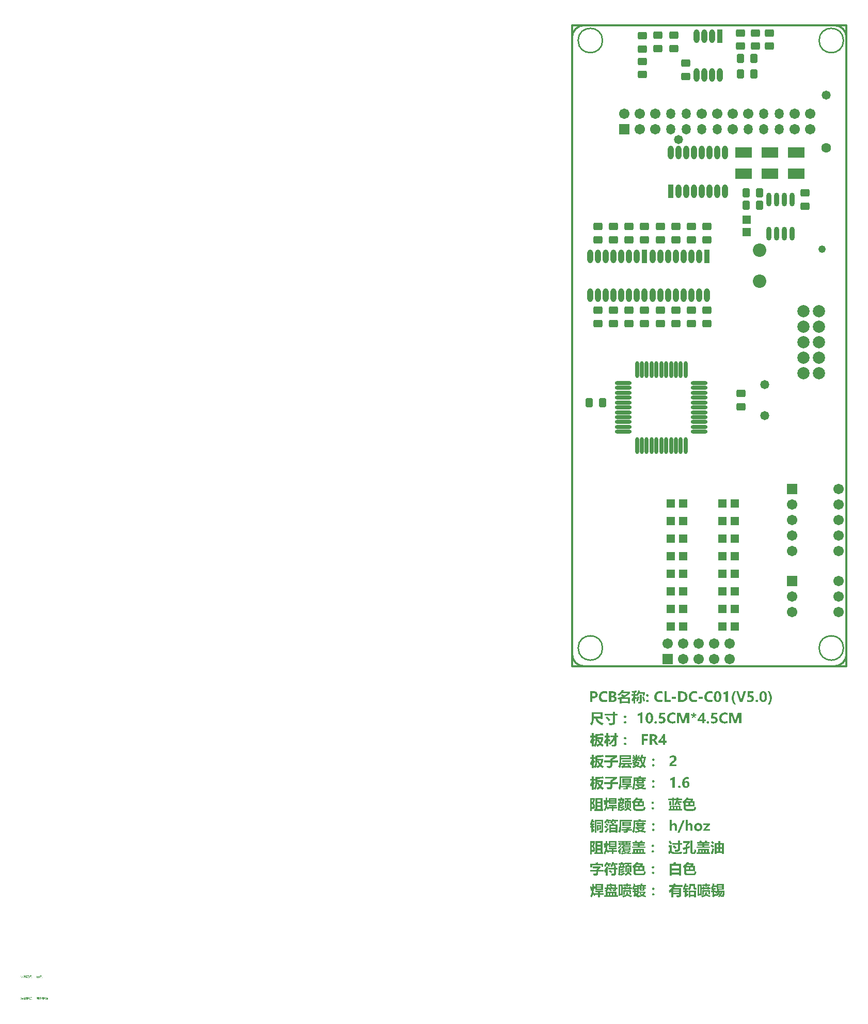
<source format=gts>
%FSLAX24Y24*%
%MOIN*%
G70*
G01*
G75*
G04 Layer_Color=8388736*
%ADD10C,0.0300*%
%ADD11R,0.0500X0.0500*%
G04:AMPARAMS|DCode=12|XSize=40mil|YSize=50mil|CornerRadius=6mil|HoleSize=0mil|Usage=FLASHONLY|Rotation=270.000|XOffset=0mil|YOffset=0mil|HoleType=Round|Shape=RoundedRectangle|*
%AMROUNDEDRECTD12*
21,1,0.0400,0.0380,0,0,270.0*
21,1,0.0280,0.0500,0,0,270.0*
1,1,0.0120,-0.0190,-0.0140*
1,1,0.0120,-0.0190,0.0140*
1,1,0.0120,0.0190,0.0140*
1,1,0.0120,0.0190,-0.0140*
%
%ADD12ROUNDEDRECTD12*%
%ADD13R,0.0500X0.0500*%
%ADD14O,0.1000X0.0160*%
%ADD15O,0.0160X0.1000*%
G04:AMPARAMS|DCode=16|XSize=40mil|YSize=50mil|CornerRadius=6mil|HoleSize=0mil|Usage=FLASHONLY|Rotation=0.000|XOffset=0mil|YOffset=0mil|HoleType=Round|Shape=RoundedRectangle|*
%AMROUNDEDRECTD16*
21,1,0.0400,0.0380,0,0,0.0*
21,1,0.0280,0.0500,0,0,0.0*
1,1,0.0120,0.0140,-0.0190*
1,1,0.0120,-0.0140,-0.0190*
1,1,0.0120,-0.0140,0.0190*
1,1,0.0120,0.0140,0.0190*
%
%ADD16ROUNDEDRECTD16*%
%ADD17R,0.1000X0.0600*%
%ADD18O,0.0300X0.0800*%
%ADD19R,0.0300X0.0800*%
%ADD20O,0.0240X0.0800*%
%ADD21C,0.0200*%
%ADD22C,0.0100*%
%ADD23C,0.0150*%
%ADD24C,0.0250*%
%ADD25C,0.0118*%
%ADD26C,0.0591*%
%ADD27R,0.0591X0.0591*%
%ADD28C,0.0500*%
%ADD29C,0.0787*%
%ADD30C,0.0709*%
%ADD31O,0.0500X0.0591*%
%ADD32C,0.0400*%
%ADD33C,0.0550*%
%ADD34C,0.0240*%
%ADD35R,0.0600X0.1000*%
%ADD36R,0.1339X0.0700*%
%ADD37R,0.0800X0.0300*%
%ADD38O,0.0800X0.0300*%
%ADD39R,0.0374X0.0354*%
%ADD40R,0.0374X0.0354*%
%ADD41R,0.1000X0.1000*%
%ADD42R,0.0500X0.0600*%
%ADD43C,0.0080*%
%ADD44C,0.0060*%
%ADD45C,0.0236*%
%ADD46C,0.0098*%
%ADD47C,0.0079*%
%ADD48C,0.0120*%
%ADD49R,0.0366X0.1929*%
%ADD50R,0.0580X0.0580*%
G04:AMPARAMS|DCode=51|XSize=48mil|YSize=58mil|CornerRadius=10mil|HoleSize=0mil|Usage=FLASHONLY|Rotation=270.000|XOffset=0mil|YOffset=0mil|HoleType=Round|Shape=RoundedRectangle|*
%AMROUNDEDRECTD51*
21,1,0.0480,0.0380,0,0,270.0*
21,1,0.0280,0.0580,0,0,270.0*
1,1,0.0200,-0.0190,-0.0140*
1,1,0.0200,-0.0190,0.0140*
1,1,0.0200,0.0190,0.0140*
1,1,0.0200,0.0190,-0.0140*
%
%ADD51ROUNDEDRECTD51*%
%ADD52R,0.0580X0.0580*%
%ADD53O,0.1080X0.0240*%
%ADD54O,0.0240X0.1080*%
G04:AMPARAMS|DCode=55|XSize=48mil|YSize=58mil|CornerRadius=10mil|HoleSize=0mil|Usage=FLASHONLY|Rotation=0.000|XOffset=0mil|YOffset=0mil|HoleType=Round|Shape=RoundedRectangle|*
%AMROUNDEDRECTD55*
21,1,0.0480,0.0380,0,0,0.0*
21,1,0.0280,0.0580,0,0,0.0*
1,1,0.0200,0.0140,-0.0190*
1,1,0.0200,-0.0140,-0.0190*
1,1,0.0200,-0.0140,0.0190*
1,1,0.0200,0.0140,0.0190*
%
%ADD55ROUNDEDRECTD55*%
%ADD56R,0.1080X0.0680*%
%ADD57O,0.0380X0.0880*%
%ADD58R,0.0380X0.0880*%
%ADD59O,0.0320X0.0880*%
%ADD60C,0.0671*%
%ADD61R,0.0671X0.0671*%
%ADD62C,0.0580*%
%ADD63C,0.0867*%
%ADD64C,0.0789*%
%ADD65O,0.0580X0.0671*%
%ADD66C,0.0480*%
%ADD67C,0.0630*%
G36*
X5255Y-14276D02*
X5262Y-14277D01*
X5271Y-14280D01*
X5280Y-14283D01*
X5290Y-14289D01*
X5299Y-14297D01*
X5300Y-14298D01*
X5302Y-14300D01*
X5307Y-14305D01*
X5311Y-14311D01*
X5316Y-14319D01*
X5320Y-14328D01*
X5322Y-14338D01*
X5323Y-14349D01*
Y-14350D01*
Y-14355D01*
X5322Y-14360D01*
X5320Y-14367D01*
X5318Y-14376D01*
X5313Y-14385D01*
X5308Y-14393D01*
X5300Y-14402D01*
X5299Y-14403D01*
X5296Y-14406D01*
X5291Y-14409D01*
X5285Y-14412D01*
X5276Y-14417D01*
X5266Y-14420D01*
X5255Y-14422D01*
X5242Y-14423D01*
X5237D01*
X5230Y-14422D01*
X5222Y-14421D01*
X5213Y-14418D01*
X5203Y-14415D01*
X5193Y-14409D01*
X5185Y-14402D01*
X5183Y-14401D01*
X5181Y-14398D01*
X5177Y-14393D01*
X5173Y-14387D01*
X5169Y-14379D01*
X5165Y-14370D01*
X5162Y-14360D01*
X5161Y-14349D01*
Y-14348D01*
Y-14343D01*
X5162Y-14338D01*
X5165Y-14331D01*
X5167Y-14322D01*
X5171Y-14313D01*
X5177Y-14305D01*
X5185Y-14297D01*
X5186Y-14296D01*
X5189Y-14293D01*
X5195Y-14290D01*
X5201Y-14286D01*
X5209Y-14281D01*
X5219Y-14278D01*
X5230Y-14276D01*
X5242Y-14275D01*
X5248D01*
X5255Y-14276D01*
D02*
G37*
G36*
X3268Y-14269D02*
X3358D01*
Y-14205D01*
X3460D01*
Y-14269D01*
X3664D01*
Y-14205D01*
X3766D01*
Y-14269D01*
X3864D01*
Y-14367D01*
X3766D01*
Y-14413D01*
X3664D01*
Y-14367D01*
X3460D01*
Y-14413D01*
X3358D01*
Y-14367D01*
X3268D01*
Y-14753D01*
X3117D01*
Y-14802D01*
X3019D01*
Y-14083D01*
X3268D01*
Y-14269D01*
D02*
G37*
G36*
X8354D02*
X8444D01*
Y-14205D01*
X8546D01*
Y-14269D01*
X8750D01*
Y-14205D01*
X8852D01*
Y-14269D01*
X8950D01*
Y-14367D01*
X8852D01*
Y-14413D01*
X8750D01*
Y-14367D01*
X8546D01*
Y-14413D01*
X8444D01*
Y-14367D01*
X8354D01*
Y-14753D01*
X8203D01*
Y-14802D01*
X8105D01*
Y-14083D01*
X8354D01*
Y-14269D01*
D02*
G37*
G36*
X-34769Y-20065D02*
X-34768Y-20065D01*
X-34766Y-20066D01*
X-34765Y-20067D01*
X-34764Y-20067D01*
X-34764Y-20068D01*
X-34763Y-20068D01*
X-34762Y-20069D01*
X-34761Y-20071D01*
X-34761Y-20073D01*
X-34761Y-20074D01*
Y-20074D01*
Y-20075D01*
X-34761Y-20075D01*
X-34761Y-20076D01*
X-34762Y-20079D01*
X-34763Y-20080D01*
X-34764Y-20081D01*
X-34764D01*
X-34764Y-20081D01*
X-34765Y-20082D01*
X-34766Y-20082D01*
X-34768Y-20083D01*
X-34769Y-20083D01*
X-34771Y-20083D01*
X-34771D01*
X-34772Y-20083D01*
X-34773Y-20083D01*
X-34775Y-20082D01*
X-34776Y-20082D01*
X-34777Y-20081D01*
Y-20081D01*
X-34778Y-20080D01*
X-34778Y-20080D01*
X-34779Y-20079D01*
X-34780Y-20077D01*
X-34780Y-20076D01*
X-34780Y-20074D01*
Y-20074D01*
Y-20073D01*
X-34780Y-20073D01*
X-34780Y-20072D01*
X-34779Y-20070D01*
X-34778Y-20069D01*
X-34777Y-20067D01*
X-34777Y-20067D01*
X-34777Y-20067D01*
X-34776Y-20066D01*
X-34773Y-20065D01*
X-34772Y-20065D01*
X-34771Y-20065D01*
X-34770D01*
X-34769Y-20065D01*
D02*
G37*
G36*
X-35336Y-20030D02*
X-35336Y-20030D01*
X-35335Y-20031D01*
X-35334Y-20032D01*
X-35333Y-20033D01*
X-35332Y-20035D01*
X-35330Y-20037D01*
X-35328Y-20039D01*
X-35325Y-20043D01*
X-35321Y-20049D01*
X-35316Y-20054D01*
X-35312Y-20060D01*
X-35323Y-20068D01*
X-35323Y-20067D01*
X-35323Y-20067D01*
X-35324Y-20066D01*
X-35324Y-20065D01*
X-35326Y-20063D01*
X-35327Y-20062D01*
X-35328Y-20060D01*
X-35330Y-20057D01*
X-35333Y-20053D01*
X-35337Y-20047D01*
X-35342Y-20042D01*
X-35346Y-20036D01*
X-35336Y-20030D01*
X-35336Y-20030D01*
D02*
G37*
G36*
X-35143Y-20042D02*
X-35143Y-20042D01*
X-35144Y-20043D01*
X-35145Y-20043D01*
X-35147Y-20045D01*
X-35149Y-20046D01*
X-35152Y-20048D01*
X-35155Y-20049D01*
X-35158Y-20051D01*
X-35162Y-20054D01*
X-35166Y-20056D01*
X-35170Y-20058D01*
X-35175Y-20060D01*
X-35180Y-20062D01*
X-35185Y-20065D01*
X-35195Y-20069D01*
X-35195Y-20069D01*
X-35195Y-20068D01*
X-35196Y-20067D01*
X-35197Y-20066D01*
X-35198Y-20065D01*
X-35199Y-20063D01*
X-35201Y-20059D01*
X-35201Y-20058D01*
X-35200Y-20058D01*
X-35198Y-20057D01*
X-35196Y-20057D01*
X-35194Y-20056D01*
X-35191Y-20054D01*
X-35188Y-20053D01*
X-35184Y-20051D01*
X-35180Y-20050D01*
X-35176Y-20048D01*
X-35168Y-20043D01*
X-35159Y-20038D01*
X-35150Y-20033D01*
X-35143Y-20042D01*
D02*
G37*
G36*
X1392Y-14250D02*
X1393Y-14248D01*
X1397Y-14243D01*
X1403Y-14235D01*
X1409Y-14225D01*
X1418Y-14212D01*
X1427Y-14199D01*
X1444Y-14172D01*
X1497Y-14225D01*
Y-14050D01*
X1994D01*
Y-14428D01*
X1497D01*
Y-14269D01*
X1496Y-14270D01*
X1495Y-14271D01*
X1492Y-14275D01*
X1487Y-14279D01*
X1477Y-14290D01*
X1463Y-14305D01*
X1446Y-14321D01*
X1428Y-14340D01*
X1410Y-14360D01*
X1392Y-14380D01*
Y-14381D01*
Y-14385D01*
Y-14389D01*
Y-14397D01*
Y-14405D01*
Y-14415D01*
Y-14426D01*
X1390Y-14438D01*
X1389Y-14466D01*
X1387Y-14497D01*
X1385Y-14528D01*
X1380Y-14560D01*
X1383Y-14562D01*
X1387Y-14569D01*
X1396Y-14579D01*
X1407Y-14591D01*
X1419Y-14607D01*
X1435Y-14625D01*
X1450Y-14645D01*
X1467Y-14665D01*
Y-14632D01*
X1683D01*
Y-14570D01*
X1505D01*
Y-14470D01*
X1992D01*
Y-14570D01*
X1805D01*
Y-14632D01*
X2040D01*
Y-14731D01*
X1805D01*
Y-14889D01*
X1683D01*
Y-14731D01*
X1512D01*
X1430Y-14803D01*
Y-14802D01*
X1428Y-14801D01*
X1427Y-14798D01*
X1424Y-14793D01*
X1416Y-14781D01*
X1406Y-14766D01*
X1395Y-14748D01*
X1382Y-14728D01*
X1368Y-14707D01*
X1354Y-14686D01*
Y-14687D01*
X1352Y-14691D01*
X1350Y-14697D01*
X1347Y-14706D01*
X1344Y-14716D01*
X1338Y-14728D01*
X1334Y-14741D01*
X1327Y-14756D01*
X1313Y-14788D01*
X1294Y-14823D01*
X1274Y-14860D01*
X1249Y-14896D01*
Y-14894D01*
X1247Y-14893D01*
X1242Y-14887D01*
X1234Y-14878D01*
X1223Y-14866D01*
X1210Y-14852D01*
X1196Y-14838D01*
X1183Y-14823D01*
X1168Y-14809D01*
X1169Y-14808D01*
X1173Y-14803D01*
X1177Y-14797D01*
X1184Y-14788D01*
X1192Y-14776D01*
X1200Y-14761D01*
X1210Y-14743D01*
X1220Y-14723D01*
X1230Y-14700D01*
X1242Y-14675D01*
X1252Y-14647D01*
X1260Y-14615D01*
X1269Y-14581D01*
X1277Y-14543D01*
X1283Y-14503D01*
X1287Y-14461D01*
X1212Y-14475D01*
Y-14472D01*
X1210Y-14467D01*
X1209Y-14458D01*
X1207Y-14446D01*
X1205Y-14431D01*
X1203Y-14415D01*
X1199Y-14396D01*
X1196Y-14375D01*
X1193Y-14353D01*
X1189Y-14331D01*
X1182Y-14285D01*
X1174Y-14239D01*
X1169Y-14218D01*
X1166Y-14198D01*
X1247Y-14183D01*
Y-14185D01*
X1248Y-14188D01*
Y-14193D01*
X1250Y-14201D01*
X1252Y-14211D01*
X1254Y-14222D01*
X1256Y-14237D01*
X1258Y-14253D01*
X1260Y-14271D01*
X1264Y-14291D01*
X1267Y-14313D01*
X1272Y-14338D01*
X1275Y-14363D01*
X1279Y-14391D01*
X1284Y-14421D01*
X1288Y-14453D01*
Y-14452D01*
Y-14450D01*
X1289Y-14446D01*
Y-14440D01*
Y-14432D01*
X1290Y-14423D01*
Y-14413D01*
X1292Y-14402D01*
Y-14378D01*
X1293Y-14348D01*
Y-14317D01*
X1292Y-14282D01*
Y-14027D01*
X1395D01*
X1392Y-14250D01*
D02*
G37*
G36*
X-34309Y-19932D02*
X-34309Y-19933D01*
X-34310Y-19934D01*
X-34311Y-19936D01*
X-34312Y-19938D01*
X-34314Y-19941D01*
X-34316Y-19943D01*
X-34318Y-19946D01*
X-34321Y-19948D01*
X-34249D01*
Y-19960D01*
X-34272Y-19983D01*
X-34225D01*
Y-20040D01*
X-34346D01*
Y-20070D01*
Y-20070D01*
Y-20071D01*
Y-20071D01*
X-34345Y-20072D01*
X-34345Y-20075D01*
X-34344Y-20078D01*
X-34343Y-20079D01*
X-34342Y-20080D01*
X-34340Y-20082D01*
X-34339Y-20083D01*
X-34337Y-20084D01*
X-34335Y-20084D01*
X-34332Y-20085D01*
X-34241D01*
X-34240Y-20084D01*
X-34238Y-20084D01*
X-34234Y-20083D01*
X-34230Y-20082D01*
X-34228Y-20081D01*
X-34226Y-20080D01*
X-34225Y-20078D01*
X-34224Y-20076D01*
X-34223Y-20074D01*
X-34222Y-20072D01*
Y-20071D01*
Y-20071D01*
X-34222Y-20070D01*
X-34221Y-20068D01*
X-34221Y-20066D01*
X-34220Y-20062D01*
X-34220Y-20059D01*
X-34219Y-20055D01*
X-34218Y-20051D01*
X-34218D01*
X-34217Y-20051D01*
X-34216Y-20052D01*
X-34214Y-20052D01*
X-34212Y-20053D01*
X-34210Y-20054D01*
X-34206Y-20055D01*
Y-20055D01*
Y-20055D01*
X-34206Y-20056D01*
Y-20057D01*
X-34206Y-20060D01*
X-34207Y-20063D01*
X-34207Y-20066D01*
X-34208Y-20070D01*
X-34209Y-20073D01*
X-34209Y-20076D01*
Y-20077D01*
X-34209Y-20077D01*
X-34210Y-20078D01*
X-34210Y-20080D01*
X-34211Y-20081D01*
X-34212Y-20083D01*
X-34213Y-20085D01*
X-34215Y-20087D01*
X-34217Y-20089D01*
X-34219Y-20091D01*
X-34222Y-20093D01*
X-34225Y-20095D01*
X-34229Y-20096D01*
X-34233Y-20097D01*
X-34237Y-20097D01*
X-34242Y-20098D01*
X-34334D01*
X-34335Y-20097D01*
X-34337Y-20097D01*
X-34339Y-20097D01*
X-34341Y-20096D01*
X-34344Y-20095D01*
X-34346Y-20095D01*
X-34349Y-20093D01*
X-34351Y-20091D01*
X-34353Y-20089D01*
X-34355Y-20087D01*
X-34357Y-20084D01*
X-34358Y-20081D01*
X-34359Y-20077D01*
X-34359Y-20072D01*
Y-19987D01*
X-34359Y-19988D01*
X-34359Y-19989D01*
X-34360Y-19989D01*
X-34361Y-19990D01*
X-34362Y-19992D01*
X-34364Y-19993D01*
X-34366Y-19995D01*
X-34366Y-19995D01*
X-34367Y-19996D01*
X-34369Y-19997D01*
X-34370Y-19998D01*
X-34371Y-19998D01*
X-34371Y-19997D01*
X-34372Y-19996D01*
X-34373Y-19995D01*
X-34374Y-19994D01*
X-34375Y-19992D01*
X-34378Y-19988D01*
X-34378D01*
X-34378Y-19988D01*
X-34377Y-19987D01*
X-34375Y-19986D01*
X-34372Y-19984D01*
X-34369Y-19981D01*
X-34366Y-19978D01*
X-34362Y-19974D01*
X-34357Y-19970D01*
X-34353Y-19966D01*
X-34348Y-19962D01*
X-34343Y-19957D01*
X-34338Y-19951D01*
X-34334Y-19946D01*
X-34329Y-19940D01*
X-34325Y-19935D01*
X-34321Y-19929D01*
X-34309Y-19932D01*
D02*
G37*
G36*
X-34972D02*
X-34972Y-19933D01*
X-34972Y-19934D01*
X-34974Y-19936D01*
X-34975Y-19938D01*
X-34977Y-19941D01*
X-34979Y-19943D01*
X-34981Y-19946D01*
X-34983Y-19948D01*
X-34912D01*
Y-19960D01*
X-34935Y-19983D01*
X-34888D01*
Y-20040D01*
X-35008D01*
Y-20070D01*
Y-20070D01*
Y-20071D01*
Y-20071D01*
X-35008Y-20072D01*
X-35008Y-20075D01*
X-35007Y-20078D01*
X-35006Y-20079D01*
X-35005Y-20080D01*
X-35003Y-20082D01*
X-35002Y-20083D01*
X-35000Y-20084D01*
X-34997Y-20084D01*
X-34994Y-20085D01*
X-34904D01*
X-34902Y-20084D01*
X-34901Y-20084D01*
X-34897Y-20083D01*
X-34893Y-20082D01*
X-34891Y-20081D01*
X-34889Y-20080D01*
X-34888Y-20078D01*
X-34886Y-20076D01*
X-34885Y-20074D01*
X-34885Y-20072D01*
Y-20071D01*
Y-20071D01*
X-34884Y-20070D01*
X-34884Y-20068D01*
X-34883Y-20066D01*
X-34883Y-20062D01*
X-34882Y-20059D01*
X-34882Y-20055D01*
X-34881Y-20051D01*
X-34881D01*
X-34880Y-20051D01*
X-34878Y-20052D01*
X-34877Y-20052D01*
X-34875Y-20053D01*
X-34873Y-20054D01*
X-34868Y-20055D01*
Y-20055D01*
Y-20055D01*
X-34869Y-20056D01*
Y-20057D01*
X-34869Y-20060D01*
X-34870Y-20063D01*
X-34870Y-20066D01*
X-34871Y-20070D01*
X-34871Y-20073D01*
X-34872Y-20076D01*
Y-20077D01*
X-34872Y-20077D01*
X-34873Y-20078D01*
X-34873Y-20080D01*
X-34874Y-20081D01*
X-34875Y-20083D01*
X-34876Y-20085D01*
X-34878Y-20087D01*
X-34880Y-20089D01*
X-34882Y-20091D01*
X-34885Y-20093D01*
X-34888Y-20095D01*
X-34891Y-20096D01*
X-34895Y-20097D01*
X-34900Y-20097D01*
X-34905Y-20098D01*
X-34996D01*
X-34998Y-20097D01*
X-34999Y-20097D01*
X-35001Y-20097D01*
X-35004Y-20096D01*
X-35006Y-20095D01*
X-35009Y-20095D01*
X-35011Y-20093D01*
X-35014Y-20091D01*
X-35016Y-20089D01*
X-35018Y-20087D01*
X-35020Y-20084D01*
X-35021Y-20081D01*
X-35021Y-20077D01*
X-35022Y-20072D01*
Y-19987D01*
X-35022Y-19988D01*
X-35022Y-19989D01*
X-35023Y-19989D01*
X-35023Y-19990D01*
X-35025Y-19992D01*
X-35027Y-19993D01*
X-35029Y-19995D01*
X-35029Y-19995D01*
X-35030Y-19996D01*
X-35031Y-19997D01*
X-35033Y-19998D01*
X-35033Y-19998D01*
X-35034Y-19997D01*
X-35034Y-19996D01*
X-35035Y-19995D01*
X-35037Y-19994D01*
X-35038Y-19992D01*
X-35041Y-19988D01*
X-35041D01*
X-35041Y-19988D01*
X-35039Y-19987D01*
X-35038Y-19986D01*
X-35035Y-19984D01*
X-35032Y-19981D01*
X-35028Y-19978D01*
X-35024Y-19974D01*
X-35020Y-19970D01*
X-35015Y-19966D01*
X-35011Y-19962D01*
X-35006Y-19957D01*
X-35001Y-19951D01*
X-34996Y-19946D01*
X-34992Y-19940D01*
X-34988Y-19935D01*
X-34984Y-19929D01*
X-34972Y-19932D01*
D02*
G37*
G36*
X-35091Y-20026D02*
Y-20026D01*
Y-20026D01*
Y-20027D01*
Y-20028D01*
Y-20030D01*
X-35091Y-20031D01*
X-35091Y-20035D01*
X-35092Y-20040D01*
X-35092Y-20044D01*
X-35093Y-20049D01*
X-35094Y-20053D01*
X-35094Y-20053D01*
X-35093Y-20054D01*
X-35092Y-20055D01*
X-35091Y-20056D01*
X-35089Y-20058D01*
X-35087Y-20060D01*
X-35084Y-20062D01*
X-35082Y-20064D01*
X-35079Y-20067D01*
X-35076Y-20070D01*
X-35072Y-20074D01*
X-35068Y-20077D01*
X-35061Y-20084D01*
X-35052Y-20093D01*
X-35062Y-20101D01*
X-35062Y-20101D01*
X-35062Y-20101D01*
X-35064Y-20100D01*
X-35065Y-20098D01*
X-35067Y-20096D01*
X-35069Y-20094D01*
X-35071Y-20091D01*
X-35074Y-20089D01*
X-35080Y-20083D01*
X-35086Y-20077D01*
X-35092Y-20070D01*
X-35098Y-20064D01*
Y-20064D01*
X-35099Y-20064D01*
X-35099Y-20066D01*
X-35100Y-20067D01*
X-35101Y-20069D01*
X-35103Y-20071D01*
X-35104Y-20073D01*
X-35106Y-20076D01*
X-35109Y-20079D01*
X-35112Y-20082D01*
X-35115Y-20085D01*
X-35119Y-20089D01*
X-35123Y-20093D01*
X-35128Y-20096D01*
X-35133Y-20100D01*
X-35139Y-20104D01*
X-35139Y-20104D01*
X-35139Y-20103D01*
X-35140Y-20102D01*
X-35141Y-20101D01*
X-35142Y-20100D01*
X-35144Y-20098D01*
X-35145Y-20096D01*
X-35147Y-20094D01*
X-35147D01*
X-35147Y-20093D01*
X-35146Y-20093D01*
X-35145Y-20093D01*
X-35143Y-20091D01*
X-35140Y-20089D01*
X-35137Y-20087D01*
X-35133Y-20084D01*
X-35129Y-20081D01*
X-35125Y-20077D01*
X-35121Y-20073D01*
X-35117Y-20068D01*
X-35113Y-20063D01*
X-35110Y-20057D01*
X-35107Y-20051D01*
X-35105Y-20045D01*
X-35105Y-20041D01*
X-35104Y-20038D01*
X-35104Y-20034D01*
X-35103Y-20030D01*
Y-20030D01*
Y-20029D01*
Y-20028D01*
X-35104Y-20026D01*
Y-19995D01*
X-35091D01*
Y-20026D01*
D02*
G37*
G36*
X-35267Y-20010D02*
X-35237D01*
Y-20022D01*
X-35267D01*
Y-20079D01*
Y-20079D01*
Y-20079D01*
Y-20081D01*
X-35268Y-20082D01*
X-35268Y-20084D01*
X-35268Y-20086D01*
X-35269Y-20088D01*
X-35270Y-20090D01*
X-35272Y-20092D01*
X-35273Y-20094D01*
X-35275Y-20096D01*
X-35278Y-20098D01*
X-35280Y-20099D01*
X-35284Y-20100D01*
X-35288Y-20101D01*
X-35292Y-20101D01*
X-35295D01*
X-35297Y-20101D01*
X-35307D01*
X-35308Y-20102D01*
X-35313D01*
Y-20101D01*
X-35313Y-20101D01*
X-35313Y-20100D01*
X-35313Y-20098D01*
X-35314Y-20096D01*
X-35314Y-20093D01*
X-35315Y-20091D01*
X-35315Y-20088D01*
X-35314D01*
X-35311Y-20088D01*
X-35309D01*
X-35306Y-20088D01*
X-35302D01*
X-35295Y-20089D01*
X-35294D01*
X-35293Y-20088D01*
X-35291Y-20088D01*
X-35288Y-20087D01*
X-35285Y-20086D01*
X-35283Y-20084D01*
X-35282Y-20083D01*
X-35281Y-20081D01*
X-35281Y-20079D01*
Y-20077D01*
Y-20022D01*
X-35358D01*
Y-20010D01*
X-35281D01*
Y-19989D01*
X-35267D01*
Y-20010D01*
D02*
G37*
G36*
X2577Y-14018D02*
X2556Y-14069D01*
X2846D01*
Y-14268D01*
X2948D01*
Y-14367D01*
X2846D01*
Y-14402D01*
Y-14403D01*
Y-14407D01*
X2845Y-14412D01*
Y-14419D01*
X2843Y-14427D01*
X2840Y-14436D01*
X2837Y-14446D01*
X2833Y-14455D01*
X2827Y-14465D01*
X2820Y-14475D01*
X2813Y-14483D01*
X2803Y-14491D01*
X2790Y-14498D01*
X2777Y-14503D01*
X2760Y-14507D01*
X2743Y-14508D01*
X2705D01*
X2687Y-14507D01*
X2649D01*
X2630Y-14506D01*
Y-14505D01*
Y-14503D01*
X2629Y-14500D01*
Y-14496D01*
X2628Y-14485D01*
X2626Y-14471D01*
X2624Y-14456D01*
X2621Y-14439D01*
X2619Y-14421D01*
X2617Y-14406D01*
X2619D01*
X2627Y-14407D01*
X2637Y-14408D01*
X2648D01*
X2660Y-14409D01*
X2671Y-14410D01*
X2680Y-14411D01*
X2688D01*
X2693Y-14410D01*
X2700Y-14409D01*
X2708Y-14407D01*
X2716Y-14402D01*
X2724Y-14396D01*
X2728Y-14386D01*
X2730Y-14373D01*
Y-14367D01*
X2471D01*
X2473Y-14368D01*
X2476Y-14370D01*
X2480Y-14372D01*
X2491Y-14380D01*
X2507Y-14388D01*
X2524Y-14399D01*
X2541Y-14410D01*
X2579Y-14433D01*
X2529Y-14508D01*
X2528Y-14507D01*
X2526Y-14506D01*
X2523Y-14503D01*
X2518Y-14500D01*
X2511Y-14496D01*
X2505Y-14491D01*
X2487Y-14479D01*
X2465Y-14465D01*
X2440Y-14449D01*
X2414Y-14431D01*
X2385Y-14413D01*
X2416Y-14367D01*
X2328D01*
Y-14368D01*
X2327Y-14371D01*
X2326Y-14376D01*
X2324Y-14382D01*
X2320Y-14391D01*
X2317Y-14401D01*
X2313Y-14411D01*
X2307Y-14423D01*
X2295Y-14449D01*
X2278Y-14476D01*
X2259Y-14503D01*
X2236Y-14529D01*
X2863D01*
Y-14763D01*
X2956D01*
Y-14862D01*
X2078D01*
Y-14763D01*
X2177D01*
Y-14529D01*
X2180D01*
X2179Y-14528D01*
X2175Y-14523D01*
X2169Y-14517D01*
X2162Y-14509D01*
X2151Y-14499D01*
X2140Y-14489D01*
X2115Y-14468D01*
X2116D01*
X2117Y-14466D01*
X2120Y-14463D01*
X2125Y-14460D01*
X2136Y-14452D01*
X2149Y-14440D01*
X2164Y-14426D01*
X2178Y-14408D01*
X2191Y-14389D01*
X2204Y-14367D01*
X2093D01*
Y-14268D01*
X2227D01*
Y-14267D01*
Y-14266D01*
Y-14262D01*
Y-14259D01*
Y-14253D01*
Y-14247D01*
Y-14238D01*
Y-14227D01*
Y-14213D01*
Y-14197D01*
Y-14178D01*
Y-14157D01*
Y-14131D01*
Y-14101D01*
Y-14069D01*
X2423D01*
Y-14068D01*
X2425Y-14062D01*
X2426Y-14056D01*
X2428Y-14048D01*
X2433Y-14029D01*
X2435Y-14019D01*
X2437Y-14010D01*
X2577Y-14018D01*
D02*
G37*
G36*
X-35456Y-20002D02*
X-35499Y-20028D01*
Y-20035D01*
X-35421D01*
Y-20047D01*
X-35499D01*
Y-20078D01*
Y-20078D01*
Y-20079D01*
Y-20080D01*
X-35500Y-20081D01*
X-35500Y-20083D01*
X-35500Y-20085D01*
X-35501Y-20087D01*
X-35502Y-20089D01*
X-35503Y-20091D01*
X-35505Y-20093D01*
X-35507Y-20095D01*
X-35509Y-20097D01*
X-35512Y-20098D01*
X-35515Y-20100D01*
X-35518Y-20100D01*
X-35523Y-20101D01*
X-35527D01*
X-35528Y-20101D01*
X-35536D01*
X-35540Y-20101D01*
X-35547D01*
Y-20101D01*
Y-20100D01*
X-35548Y-20099D01*
X-35548Y-20097D01*
X-35548Y-20095D01*
X-35548Y-20093D01*
X-35549Y-20090D01*
X-35549Y-20088D01*
X-35547D01*
X-35546Y-20088D01*
X-35542D01*
X-35539Y-20088D01*
X-35526D01*
X-35524Y-20088D01*
X-35522Y-20088D01*
X-35520Y-20087D01*
X-35518Y-20087D01*
X-35517Y-20086D01*
X-35515Y-20085D01*
X-35515Y-20085D01*
X-35515Y-20085D01*
X-35515Y-20084D01*
X-35514Y-20083D01*
X-35514Y-20082D01*
X-35513Y-20080D01*
X-35513Y-20078D01*
Y-20076D01*
Y-20047D01*
X-35595D01*
Y-20035D01*
X-35513D01*
Y-20022D01*
X-35473Y-20001D01*
X-35563D01*
Y-19989D01*
X-35456D01*
Y-20002D01*
D02*
G37*
G36*
X7946Y-14248D02*
Y-14249D01*
Y-14251D01*
Y-14255D01*
X7948Y-14259D01*
X7950Y-14269D01*
X7955Y-14278D01*
X7958Y-14279D01*
X7963Y-14283D01*
X7972Y-14287D01*
X7984Y-14289D01*
X8021D01*
X8035Y-14288D01*
X8052D01*
Y-14290D01*
X8050Y-14297D01*
X8048Y-14307D01*
X8044Y-14320D01*
X8041Y-14336D01*
X8038Y-14355D01*
X8033Y-14375D01*
X8030Y-14396D01*
X7919D01*
X7914Y-14395D01*
X7908D01*
X7901Y-14392D01*
X7893Y-14390D01*
X7884Y-14387D01*
X7875Y-14383D01*
X7865Y-14378D01*
X7858Y-14371D01*
X7849Y-14362D01*
X7842Y-14353D01*
X7835Y-14341D01*
X7831Y-14328D01*
X7828Y-14312D01*
X7826Y-14295D01*
Y-14153D01*
X7688D01*
Y-14155D01*
Y-14158D01*
Y-14162D01*
Y-14169D01*
X7686Y-14177D01*
Y-14186D01*
X7685Y-14197D01*
X7684Y-14208D01*
X7681Y-14232D01*
X7675Y-14259D01*
X7669Y-14287D01*
X7660Y-14312D01*
Y-14313D01*
X7659Y-14316D01*
X7656Y-14319D01*
X7654Y-14323D01*
X7652Y-14329D01*
X7648Y-14336D01*
X7639Y-14352D01*
X7625Y-14371D01*
X7610Y-14392D01*
X7591Y-14415D01*
X7568Y-14437D01*
X7565Y-14435D01*
X7561Y-14429D01*
X7552Y-14420D01*
X7541Y-14408D01*
X7527Y-14395D01*
X7511Y-14379D01*
X7493Y-14362D01*
X7474Y-14346D01*
X7477Y-14343D01*
X7482Y-14339D01*
X7490Y-14331D01*
X7501Y-14321D01*
X7512Y-14309D01*
X7523Y-14295D01*
X7534Y-14279D01*
X7544Y-14262D01*
X7545Y-14260D01*
X7548Y-14253D01*
X7552Y-14243D01*
X7557Y-14228D01*
X7561Y-14209D01*
X7565Y-14187D01*
X7568Y-14159D01*
X7569Y-14128D01*
Y-14046D01*
X7946D01*
Y-14248D01*
D02*
G37*
G36*
X-35052Y-19952D02*
X-35092D01*
X-35098Y-19976D01*
X-35059D01*
Y-20060D01*
X-35072D01*
Y-19987D01*
X-35122D01*
Y-20061D01*
X-35135D01*
Y-19976D01*
X-35111D01*
X-35105Y-19952D01*
X-35138D01*
Y-19940D01*
X-35052D01*
Y-19952D01*
D02*
G37*
G36*
X7392Y-14038D02*
X7391Y-14040D01*
X7390Y-14046D01*
X7388Y-14055D01*
X7383Y-14066D01*
X7380Y-14079D01*
X7374Y-14093D01*
X7364Y-14125D01*
X7494D01*
Y-14223D01*
X7324D01*
X7323Y-14225D01*
X7322Y-14229D01*
X7319Y-14236D01*
X7315Y-14245D01*
X7311Y-14255D01*
X7305Y-14266D01*
X7294Y-14289D01*
X7468D01*
Y-14389D01*
X7388D01*
Y-14479D01*
X7488D01*
Y-14579D01*
X7388D01*
Y-14711D01*
X7389D01*
X7390Y-14710D01*
X7397Y-14707D01*
X7405Y-14701D01*
X7419Y-14695D01*
X7434Y-14687D01*
X7451Y-14677D01*
X7470Y-14667D01*
X7489Y-14656D01*
Y-14657D01*
Y-14658D01*
Y-14661D01*
X7490Y-14666D01*
Y-14678D01*
X7491Y-14693D01*
X7493Y-14711D01*
X7495Y-14731D01*
X7500Y-14772D01*
X7498Y-14773D01*
X7493Y-14777D01*
X7484Y-14781D01*
X7473Y-14787D01*
X7461Y-14794D01*
X7445Y-14803D01*
X7430Y-14812D01*
X7413Y-14822D01*
X7380Y-14842D01*
X7364Y-14853D01*
X7349Y-14862D01*
X7335Y-14872D01*
X7324Y-14880D01*
X7315Y-14888D01*
X7309Y-14893D01*
X7240Y-14806D01*
X7241Y-14805D01*
X7244Y-14800D01*
X7249Y-14794D01*
X7254Y-14786D01*
X7259Y-14773D01*
X7263Y-14760D01*
X7267Y-14745D01*
X7268Y-14726D01*
Y-14579D01*
X7163D01*
Y-14479D01*
X7268D01*
Y-14389D01*
X7235D01*
X7234Y-14390D01*
X7232Y-14393D01*
X7229Y-14399D01*
X7223Y-14407D01*
X7218Y-14416D01*
X7211Y-14425D01*
X7195Y-14445D01*
Y-14443D01*
X7194Y-14441D01*
X7193Y-14438D01*
X7192Y-14432D01*
X7191Y-14426D01*
X7189Y-14418D01*
X7184Y-14400D01*
X7178Y-14379D01*
X7172Y-14355D01*
X7164Y-14329D01*
X7157Y-14302D01*
X7158Y-14301D01*
X7160Y-14297D01*
X7164Y-14290D01*
X7170Y-14280D01*
X7177Y-14269D01*
X7183Y-14255D01*
X7192Y-14238D01*
X7201Y-14220D01*
X7210Y-14200D01*
X7220Y-14178D01*
X7230Y-14155D01*
X7240Y-14129D01*
X7249Y-14102D01*
X7258Y-14075D01*
X7267Y-14045D01*
X7274Y-14015D01*
X7392Y-14038D01*
D02*
G37*
G36*
X8706Y-14558D02*
Y-14560D01*
Y-14565D01*
Y-14569D01*
X8705Y-14576D01*
Y-14583D01*
X8704Y-14601D01*
X8702Y-14622D01*
X8700Y-14643D01*
X8695Y-14666D01*
X8691Y-14687D01*
X8692Y-14688D01*
X8696Y-14689D01*
X8704Y-14692D01*
X8713Y-14697D01*
X8725Y-14702D01*
X8740Y-14708D01*
X8755Y-14716D01*
X8773Y-14723D01*
X8792Y-14732D01*
X8813Y-14741D01*
X8834Y-14751D01*
X8856Y-14761D01*
X8904Y-14783D01*
X8952Y-14806D01*
X8885Y-14893D01*
X8884Y-14892D01*
X8880Y-14890D01*
X8873Y-14887D01*
X8864Y-14882D01*
X8853Y-14876D01*
X8840Y-14869D01*
X8825Y-14861D01*
X8809Y-14852D01*
X8791Y-14843D01*
X8773Y-14835D01*
X8733Y-14813D01*
X8692Y-14792D01*
X8650Y-14772D01*
X8649Y-14773D01*
X8646Y-14776D01*
X8642Y-14781D01*
X8635Y-14787D01*
X8628Y-14793D01*
X8618Y-14802D01*
X8604Y-14811D01*
X8590Y-14821D01*
X8572Y-14831D01*
X8553Y-14841D01*
X8531Y-14852D01*
X8506Y-14862D01*
X8479Y-14872D01*
X8448Y-14881D01*
X8415Y-14889D01*
X8379Y-14897D01*
Y-14896D01*
X8378Y-14894D01*
X8376Y-14891D01*
X8375Y-14887D01*
X8371Y-14876D01*
X8365Y-14862D01*
X8358Y-14846D01*
X8350Y-14828D01*
X8331Y-14792D01*
X8333D01*
X8338Y-14791D01*
X8346Y-14790D01*
X8358Y-14789D01*
X8371Y-14787D01*
X8385Y-14783D01*
X8402Y-14780D01*
X8419Y-14777D01*
X8455Y-14768D01*
X8491Y-14756D01*
X8508Y-14749D01*
X8522Y-14741D01*
X8535Y-14733D01*
X8546Y-14725D01*
X8548Y-14723D01*
X8549Y-14722D01*
X8551Y-14719D01*
X8554Y-14715D01*
X8559Y-14709D01*
X8563Y-14702D01*
X8568Y-14695D01*
X8573Y-14686D01*
X8578Y-14675D01*
X8582Y-14662D01*
X8586Y-14648D01*
X8591Y-14633D01*
X8594Y-14617D01*
X8596Y-14598D01*
X8599Y-14578D01*
Y-14557D01*
X8706D01*
Y-14558D01*
D02*
G37*
G36*
X7995Y-14886D02*
X7876D01*
Y-14837D01*
X7649D01*
Y-14889D01*
X7530D01*
Y-14453D01*
X7995D01*
Y-14886D01*
D02*
G37*
G36*
X3620Y-14558D02*
Y-14560D01*
Y-14565D01*
Y-14569D01*
X3619Y-14576D01*
Y-14583D01*
X3618Y-14601D01*
X3616Y-14622D01*
X3614Y-14643D01*
X3609Y-14666D01*
X3605Y-14687D01*
X3606Y-14688D01*
X3610Y-14689D01*
X3618Y-14692D01*
X3627Y-14697D01*
X3639Y-14702D01*
X3654Y-14708D01*
X3669Y-14716D01*
X3687Y-14723D01*
X3706Y-14732D01*
X3727Y-14741D01*
X3748Y-14751D01*
X3770Y-14761D01*
X3818Y-14783D01*
X3866Y-14806D01*
X3799Y-14893D01*
X3798Y-14892D01*
X3794Y-14890D01*
X3787Y-14887D01*
X3778Y-14882D01*
X3767Y-14876D01*
X3754Y-14869D01*
X3739Y-14861D01*
X3722Y-14852D01*
X3705Y-14843D01*
X3687Y-14835D01*
X3647Y-14813D01*
X3606Y-14792D01*
X3564Y-14772D01*
X3562Y-14773D01*
X3560Y-14776D01*
X3556Y-14781D01*
X3549Y-14787D01*
X3541Y-14793D01*
X3531Y-14802D01*
X3518Y-14811D01*
X3504Y-14821D01*
X3486Y-14831D01*
X3467Y-14841D01*
X3445Y-14852D01*
X3420Y-14862D01*
X3392Y-14872D01*
X3361Y-14881D01*
X3329Y-14889D01*
X3292Y-14897D01*
Y-14896D01*
X3291Y-14894D01*
X3290Y-14891D01*
X3289Y-14887D01*
X3285Y-14876D01*
X3279Y-14862D01*
X3271Y-14846D01*
X3264Y-14828D01*
X3245Y-14792D01*
X3247D01*
X3251Y-14791D01*
X3260Y-14790D01*
X3271Y-14789D01*
X3285Y-14787D01*
X3299Y-14783D01*
X3316Y-14780D01*
X3332Y-14777D01*
X3369Y-14768D01*
X3405Y-14756D01*
X3421Y-14749D01*
X3436Y-14741D01*
X3449Y-14733D01*
X3460Y-14725D01*
X3461Y-14723D01*
X3462Y-14722D01*
X3465Y-14719D01*
X3468Y-14715D01*
X3472Y-14709D01*
X3477Y-14702D01*
X3481Y-14695D01*
X3487Y-14686D01*
X3491Y-14675D01*
X3496Y-14662D01*
X3500Y-14648D01*
X3505Y-14633D01*
X3508Y-14617D01*
X3510Y-14598D01*
X3512Y-14578D01*
Y-14557D01*
X3620D01*
Y-14558D01*
D02*
G37*
G36*
X2326Y-12623D02*
X2324Y-12627D01*
X2323Y-12634D01*
X2319Y-12642D01*
X2316Y-12652D01*
X2311Y-12663D01*
X2303Y-12686D01*
X2516D01*
Y-12796D01*
X2383D01*
X2384Y-12799D01*
X2388Y-12803D01*
X2396Y-12811D01*
X2405Y-12821D01*
X2415Y-12833D01*
X2426Y-12847D01*
X2438Y-12862D01*
X2450Y-12877D01*
X2370Y-12936D01*
Y-12935D01*
X2368Y-12934D01*
X2366Y-12931D01*
X2364Y-12927D01*
X2355Y-12916D01*
X2345Y-12902D01*
X2331Y-12885D01*
X2317Y-12866D01*
X2301Y-12846D01*
X2285Y-12825D01*
X2325Y-12796D01*
X2246D01*
Y-12797D01*
X2244Y-12800D01*
X2241Y-12804D01*
X2237Y-12810D01*
X2233Y-12816D01*
X2227Y-12825D01*
X2213Y-12844D01*
X2196Y-12867D01*
X2175Y-12892D01*
X2153Y-12919D01*
X2127Y-12945D01*
X2126Y-12943D01*
X2123Y-12937D01*
X2118Y-12927D01*
X2110Y-12915D01*
X2103Y-12900D01*
X2092Y-12882D01*
X2080Y-12863D01*
X2067Y-12841D01*
X2068Y-12840D01*
X2071Y-12836D01*
X2076Y-12831D01*
X2083Y-12823D01*
X2090Y-12813D01*
X2099Y-12802D01*
X2109Y-12789D01*
X2119Y-12774D01*
X2130Y-12759D01*
X2141Y-12742D01*
X2165Y-12704D01*
X2186Y-12664D01*
X2195Y-12643D01*
X2204Y-12622D01*
X2326D01*
Y-12623D01*
D02*
G37*
G36*
X-35285Y-19931D02*
Y-19931D01*
X-35286Y-19932D01*
X-35286Y-19933D01*
X-35287Y-19935D01*
X-35288Y-19938D01*
X-35289Y-19940D01*
X-35290Y-19943D01*
X-35292Y-19945D01*
X-35293Y-19947D01*
X-35237D01*
Y-19960D01*
X-35297D01*
Y-19960D01*
X-35298Y-19960D01*
X-35298Y-19961D01*
X-35299Y-19962D01*
X-35300Y-19964D01*
X-35301Y-19966D01*
X-35302Y-19968D01*
X-35303Y-19970D01*
X-35307Y-19975D01*
X-35311Y-19981D01*
X-35315Y-19987D01*
X-35321Y-19994D01*
X-35321Y-19994D01*
X-35321Y-19993D01*
X-35322Y-19993D01*
X-35323Y-19992D01*
X-35325Y-19991D01*
X-35327Y-19989D01*
X-35331Y-19986D01*
X-35330Y-19986D01*
X-35330Y-19985D01*
X-35329Y-19984D01*
X-35327Y-19982D01*
X-35325Y-19979D01*
X-35323Y-19976D01*
X-35321Y-19973D01*
X-35319Y-19969D01*
X-35316Y-19965D01*
X-35313Y-19961D01*
X-35311Y-19956D01*
X-35308Y-19951D01*
X-35306Y-19946D01*
X-35303Y-19941D01*
X-35301Y-19935D01*
X-35299Y-19929D01*
X-35285Y-19931D01*
D02*
G37*
G36*
X-34769Y-19979D02*
X-34768Y-19979D01*
X-34766Y-19980D01*
X-34765Y-19981D01*
X-34764Y-19982D01*
X-34764Y-19982D01*
X-34763Y-19982D01*
X-34762Y-19984D01*
X-34761Y-19986D01*
X-34761Y-19987D01*
X-34761Y-19988D01*
Y-19989D01*
Y-19989D01*
X-34761Y-19990D01*
X-34761Y-19991D01*
X-34762Y-19993D01*
X-34763Y-19994D01*
X-34764Y-19995D01*
X-34764D01*
X-34764Y-19996D01*
X-34765Y-19996D01*
X-34766Y-19996D01*
X-34768Y-19997D01*
X-34769Y-19998D01*
X-34771Y-19998D01*
X-34771D01*
X-34772Y-19998D01*
X-34773Y-19997D01*
X-34775Y-19997D01*
X-34776Y-19996D01*
X-34777Y-19995D01*
Y-19995D01*
X-34778Y-19995D01*
X-34778Y-19994D01*
X-34779Y-19993D01*
X-34780Y-19991D01*
X-34780Y-19990D01*
X-34780Y-19988D01*
Y-19988D01*
Y-19988D01*
X-34780Y-19987D01*
X-34780Y-19986D01*
X-34779Y-19984D01*
X-34778Y-19983D01*
X-34777Y-19982D01*
X-34777Y-19981D01*
X-34777Y-19981D01*
X-34776Y-19980D01*
X-34773Y-19979D01*
X-34772Y-19979D01*
X-34770D01*
X-34769Y-19979D01*
D02*
G37*
G36*
X-35148Y-20016D02*
X-35148Y-20016D01*
X-35149Y-20016D01*
X-35150Y-20017D01*
X-35151Y-20018D01*
X-35153Y-20019D01*
X-35156Y-20020D01*
X-35158Y-20022D01*
X-35161Y-20023D01*
X-35164Y-20025D01*
X-35168Y-20027D01*
X-35172Y-20029D01*
X-35176Y-20031D01*
X-35180Y-20033D01*
X-35185Y-20035D01*
X-35195Y-20039D01*
X-35195Y-20038D01*
X-35195Y-20038D01*
X-35196Y-20037D01*
X-35197Y-20035D01*
X-35197Y-20034D01*
X-35199Y-20032D01*
X-35201Y-20028D01*
X-35200D01*
X-35200Y-20028D01*
X-35198Y-20028D01*
X-35197Y-20027D01*
X-35194Y-20026D01*
X-35192Y-20025D01*
X-35189Y-20024D01*
X-35186Y-20022D01*
X-35182Y-20021D01*
X-35178Y-20019D01*
X-35170Y-20016D01*
X-35162Y-20011D01*
X-35154Y-20007D01*
X-35148Y-20016D01*
D02*
G37*
G36*
X3817Y-14709D02*
X3710D01*
Y-14528D01*
X3419D01*
Y-14718D01*
X3312D01*
Y-14431D01*
X3817D01*
Y-14709D01*
D02*
G37*
G36*
X8903D02*
X8796D01*
Y-14528D01*
X8505D01*
Y-14718D01*
X8399D01*
Y-14431D01*
X8903D01*
Y-14709D01*
D02*
G37*
G36*
X4527Y-14012D02*
X4528Y-14017D01*
X4531Y-14025D01*
X4536Y-14035D01*
X4541Y-14046D01*
X4547Y-14060D01*
X4552Y-14076D01*
X4559Y-14092D01*
X4768D01*
Y-14187D01*
X4678D01*
Y-14252D01*
X4763D01*
Y-14336D01*
X4678D01*
Y-14481D01*
X4374D01*
Y-14336D01*
X4308D01*
Y-14472D01*
Y-14475D01*
Y-14480D01*
Y-14490D01*
X4307Y-14503D01*
Y-14520D01*
X4306Y-14539D01*
X4304Y-14560D01*
X4301Y-14583D01*
X4299Y-14609D01*
X4296Y-14635D01*
X4287Y-14690D01*
X4275Y-14746D01*
X4267Y-14773D01*
X4258Y-14800D01*
X4259D01*
X4262Y-14799D01*
X4268Y-14798D01*
X4275Y-14796D01*
X4282Y-14793D01*
X4292Y-14791D01*
X4304Y-14788D01*
X4316Y-14784D01*
X4342Y-14778D01*
X4371Y-14769D01*
X4400Y-14759D01*
X4428Y-14749D01*
X4426Y-14747D01*
X4420Y-14741D01*
X4411Y-14732D01*
X4401Y-14720D01*
X4389Y-14706D01*
X4376Y-14689D01*
X4362Y-14671D01*
X4349Y-14651D01*
X4400Y-14611D01*
X4321D01*
Y-14518D01*
X4725D01*
Y-14613D01*
Y-14615D01*
X4722Y-14617D01*
X4720Y-14621D01*
X4717Y-14627D01*
X4712Y-14635D01*
X4708Y-14642D01*
X4696Y-14661D01*
X4680Y-14683D01*
X4662Y-14707D01*
X4641Y-14730D01*
X4619Y-14752D01*
X4620D01*
X4622Y-14753D01*
X4626Y-14755D01*
X4630Y-14756D01*
X4637Y-14758D01*
X4645Y-14760D01*
X4653Y-14762D01*
X4662Y-14766D01*
X4686Y-14772D01*
X4712Y-14779D01*
X4742Y-14786D01*
X4776Y-14792D01*
X4775Y-14794D01*
X4772Y-14801D01*
X4768Y-14811D01*
X4762Y-14825D01*
X4757Y-14840D01*
X4750Y-14857D01*
X4742Y-14876D01*
X4736Y-14894D01*
X4735D01*
X4730Y-14893D01*
X4723Y-14891D01*
X4715Y-14889D01*
X4703Y-14886D01*
X4690Y-14882D01*
X4676Y-14878D01*
X4660Y-14872D01*
X4627Y-14861D01*
X4591Y-14848D01*
X4555Y-14832D01*
X4521Y-14816D01*
X4520D01*
X4518Y-14818D01*
X4512Y-14820D01*
X4506Y-14823D01*
X4497Y-14827D01*
X4487Y-14831D01*
X4475Y-14837D01*
X4461Y-14841D01*
X4446Y-14848D01*
X4429Y-14853D01*
X4410Y-14860D01*
X4389Y-14867D01*
X4368Y-14874D01*
X4345Y-14881D01*
X4320Y-14888D01*
X4294Y-14894D01*
X4292Y-14892D01*
X4290Y-14887D01*
X4286Y-14879D01*
X4281Y-14869D01*
X4275Y-14856D01*
X4268Y-14842D01*
X4252Y-14813D01*
X4251Y-14816D01*
X4249Y-14821D01*
X4246Y-14830D01*
X4241Y-14840D01*
X4236Y-14853D01*
X4229Y-14868D01*
X4214Y-14898D01*
Y-14897D01*
X4211Y-14896D01*
X4207Y-14889D01*
X4198Y-14879D01*
X4187Y-14867D01*
X4175Y-14853D01*
X4160Y-14839D01*
X4146Y-14826D01*
X4130Y-14812D01*
X4131Y-14811D01*
X4134Y-14806D01*
X4137Y-14798D01*
X4142Y-14788D01*
X4148Y-14773D01*
X4154Y-14757D01*
X4157Y-14748D01*
X4159Y-14746D01*
X4160Y-14745D01*
X4160Y-14739D01*
X4157Y-14748D01*
X4156Y-14749D01*
X4150Y-14753D01*
X4142Y-14760D01*
X4134Y-14767D01*
X4125Y-14776D01*
X4102Y-14796D01*
X4078Y-14818D01*
X4056Y-14839D01*
X4046Y-14849D01*
X4036Y-14859D01*
X4028Y-14868D01*
X4021Y-14876D01*
X3966Y-14788D01*
X3967Y-14787D01*
X3969Y-14783D01*
X3972Y-14778D01*
X3977Y-14769D01*
X3981Y-14758D01*
X3985Y-14745D01*
X3987Y-14727D01*
X3988Y-14707D01*
Y-14575D01*
X3895D01*
Y-14475D01*
X3988D01*
Y-14387D01*
X3955D01*
X3954Y-14388D01*
X3952Y-14390D01*
X3950Y-14395D01*
X3947Y-14400D01*
X3938Y-14413D01*
X3928Y-14429D01*
Y-14428D01*
X3927Y-14426D01*
Y-14422D01*
X3926Y-14417D01*
X3924Y-14411D01*
X3922Y-14403D01*
X3918Y-14387D01*
X3912Y-14366D01*
X3907Y-14342D01*
X3900Y-14317D01*
X3892Y-14291D01*
X3894Y-14290D01*
X3895Y-14286D01*
X3898Y-14280D01*
X3902Y-14271D01*
X3908Y-14260D01*
X3914Y-14247D01*
X3920Y-14232D01*
X3927Y-14215D01*
X3935Y-14196D01*
X3942Y-14175D01*
X3950Y-14151D01*
X3958Y-14127D01*
X3966Y-14100D01*
X3972Y-14072D01*
X3979Y-14043D01*
X3986Y-14012D01*
X4087Y-14029D01*
Y-14031D01*
X4085Y-14037D01*
X4082Y-14047D01*
X4080Y-14059D01*
X4077Y-14073D01*
X4072Y-14089D01*
X4064Y-14122D01*
X4181D01*
Y-14222D01*
X4031D01*
Y-14223D01*
X4029Y-14228D01*
X4027Y-14235D01*
X4024Y-14242D01*
X4020Y-14252D01*
X4016Y-14262D01*
X4006Y-14286D01*
X4157D01*
Y-14387D01*
X4088D01*
Y-14475D01*
X4180D01*
Y-14575D01*
X4088D01*
Y-14683D01*
X4089Y-14682D01*
X4094Y-14679D01*
X4099Y-14673D01*
X4108Y-14666D01*
X4117Y-14658D01*
X4128Y-14648D01*
X4151Y-14628D01*
Y-14629D01*
Y-14631D01*
Y-14635D01*
Y-14639D01*
X4152Y-14651D01*
X4154Y-14667D01*
X4155Y-14686D01*
X4156Y-14705D01*
X4158Y-14725D01*
X4160Y-14739D01*
X4160Y-14738D01*
X4168Y-14716D01*
X4175Y-14690D01*
X4181Y-14662D01*
X4187Y-14631D01*
X4192Y-14599D01*
X4197Y-14562D01*
X4200Y-14525D01*
X4202Y-14483D01*
Y-14440D01*
Y-14092D01*
X4429D01*
Y-14091D01*
X4427Y-14087D01*
X4425Y-14081D01*
X4422Y-14075D01*
X4418Y-14066D01*
X4415Y-14056D01*
X4405Y-14033D01*
X4526Y-14011D01*
X4527Y-14012D01*
D02*
G37*
G36*
X9195Y-14038D02*
X9194Y-14040D01*
X9193Y-14046D01*
X9191Y-14055D01*
X9187Y-14066D01*
X9183Y-14079D01*
X9179Y-14093D01*
X9169Y-14125D01*
X9293D01*
Y-14223D01*
X9131D01*
X9130Y-14225D01*
X9129Y-14229D01*
X9125Y-14236D01*
X9122Y-14245D01*
X9117Y-14255D01*
X9112Y-14266D01*
X9101Y-14289D01*
X9275D01*
Y-14389D01*
X9187D01*
Y-14470D01*
X9282D01*
Y-14548D01*
X9283Y-14547D01*
X9284Y-14546D01*
X9287Y-14542D01*
X9291Y-14538D01*
X9296Y-14532D01*
X9302Y-14526D01*
X9315Y-14510D01*
X9331Y-14490D01*
X9349Y-14468D01*
X9366Y-14442D01*
X9384Y-14413D01*
X9330D01*
Y-14047D01*
X9795D01*
Y-14413D01*
X9493D01*
X9492Y-14415D01*
X9491Y-14418D01*
X9487Y-14423D01*
X9484Y-14430D01*
X9480Y-14439D01*
X9474Y-14448D01*
X9463Y-14467D01*
X9831D01*
Y-14468D01*
Y-14469D01*
Y-14472D01*
Y-14477D01*
Y-14489D01*
X9830Y-14505D01*
Y-14523D01*
Y-14546D01*
X9829Y-14569D01*
Y-14593D01*
X9827Y-14645D01*
X9826Y-14669D01*
X9825Y-14692D01*
Y-14715D01*
X9824Y-14735D01*
X9823Y-14750D01*
X9822Y-14763D01*
Y-14765D01*
Y-14766D01*
X9821Y-14772D01*
X9820Y-14782D01*
X9817Y-14794D01*
X9811Y-14821D01*
X9805Y-14833D01*
X9800Y-14843D01*
X9799Y-14844D01*
X9796Y-14848D01*
X9793Y-14851D01*
X9787Y-14857D01*
X9782Y-14862D01*
X9774Y-14867D01*
X9765Y-14872D01*
X9755Y-14876D01*
X9754D01*
X9749Y-14877D01*
X9745Y-14878D01*
X9740D01*
X9733Y-14879D01*
X9725Y-14880D01*
X9715Y-14881D01*
X9704D01*
X9691Y-14882D01*
X9676Y-14883D01*
X9660D01*
X9640Y-14884D01*
X9595D01*
Y-14882D01*
X9594Y-14877D01*
X9593Y-14868D01*
X9591Y-14857D01*
X9589Y-14844D01*
X9586Y-14830D01*
X9581Y-14800D01*
X9579Y-14802D01*
X9574Y-14809D01*
X9566Y-14818D01*
X9556Y-14830D01*
X9544Y-14844D01*
X9530Y-14860D01*
X9514Y-14876D01*
X9497Y-14892D01*
X9495Y-14891D01*
X9491Y-14887D01*
X9483Y-14880D01*
X9472Y-14872D01*
X9460Y-14862D01*
X9444Y-14851D01*
X9427Y-14839D01*
X9409Y-14827D01*
X9410Y-14826D01*
X9414Y-14821D01*
X9422Y-14816D01*
X9431Y-14807D01*
X9442Y-14797D01*
X9455Y-14783D01*
X9470Y-14769D01*
X9484Y-14751D01*
X9500Y-14733D01*
X9516Y-14712D01*
X9533Y-14691D01*
X9549Y-14668D01*
X9563Y-14642D01*
X9577Y-14616D01*
X9591Y-14589D01*
X9602Y-14560D01*
X9554D01*
X9553Y-14562D01*
X9551Y-14567D01*
X9546Y-14575D01*
X9541Y-14586D01*
X9534Y-14599D01*
X9525Y-14615D01*
X9515Y-14631D01*
X9503Y-14650D01*
X9490Y-14670D01*
X9474Y-14690D01*
X9459Y-14711D01*
X9441Y-14733D01*
X9421Y-14755D01*
X9400Y-14776D01*
X9377Y-14796D01*
X9354Y-14814D01*
X9353Y-14812D01*
X9347Y-14808D01*
X9341Y-14801D01*
X9331Y-14791D01*
X9320Y-14781D01*
X9306Y-14769D01*
X9293Y-14757D01*
X9277Y-14745D01*
X9279Y-14743D01*
X9282Y-14741D01*
X9287Y-14738D01*
X9295Y-14732D01*
X9304Y-14725D01*
X9315Y-14717D01*
X9326Y-14707D01*
X9340Y-14696D01*
X9353Y-14683D01*
X9367Y-14669D01*
X9381Y-14655D01*
X9395Y-14638D01*
X9410Y-14620D01*
X9424Y-14601D01*
X9437Y-14581D01*
X9450Y-14560D01*
X9402D01*
X9401Y-14562D01*
X9395Y-14569D01*
X9389Y-14578D01*
X9379Y-14590D01*
X9367Y-14605D01*
X9354Y-14620D01*
X9326Y-14651D01*
X9325Y-14650D01*
X9322Y-14647D01*
X9315Y-14641D01*
X9306Y-14633D01*
X9295Y-14625D01*
X9281Y-14612D01*
X9263Y-14599D01*
X9243Y-14585D01*
X9244Y-14583D01*
X9247Y-14580D01*
X9253Y-14576D01*
X9259Y-14571D01*
X9187D01*
Y-14709D01*
X9190Y-14708D01*
X9194Y-14705D01*
X9202Y-14700D01*
X9212Y-14695D01*
X9224Y-14688D01*
X9237Y-14679D01*
X9266Y-14661D01*
Y-14662D01*
Y-14663D01*
Y-14667D01*
Y-14670D01*
X9267Y-14681D01*
X9269Y-14696D01*
X9270Y-14713D01*
X9272Y-14733D01*
X9274Y-14755D01*
X9276Y-14778D01*
X9275Y-14779D01*
X9270Y-14782D01*
X9263Y-14787D01*
X9253Y-14792D01*
X9241Y-14800D01*
X9229Y-14808D01*
X9200Y-14827D01*
X9171Y-14847D01*
X9156Y-14857D01*
X9143Y-14866D01*
X9132Y-14874D01*
X9122Y-14881D01*
X9114Y-14888D01*
X9110Y-14893D01*
X9045Y-14806D01*
X9046Y-14805D01*
X9050Y-14800D01*
X9054Y-14792D01*
X9059Y-14783D01*
X9063Y-14771D01*
X9067Y-14758D01*
X9071Y-14742D01*
X9072Y-14726D01*
Y-14571D01*
X8980D01*
Y-14470D01*
X9072D01*
Y-14389D01*
X9044D01*
X9043Y-14390D01*
X9041Y-14393D01*
X9037Y-14398D01*
X9034Y-14405D01*
X9023Y-14420D01*
X9010Y-14438D01*
Y-14437D01*
X9009Y-14435D01*
Y-14430D01*
X9007Y-14425D01*
X9005Y-14418D01*
X9004Y-14409D01*
X9000Y-14390D01*
X8995Y-14369D01*
X8990Y-14345D01*
X8984Y-14320D01*
X8977Y-14296D01*
X8979Y-14295D01*
X8981Y-14290D01*
X8984Y-14283D01*
X8989Y-14275D01*
X8995Y-14263D01*
X9002Y-14250D01*
X9009Y-14235D01*
X9017Y-14217D01*
X9025Y-14197D01*
X9034Y-14176D01*
X9043Y-14152D01*
X9052Y-14128D01*
X9061Y-14101D01*
X9069Y-14073D01*
X9077Y-14045D01*
X9084Y-14015D01*
X9195Y-14038D01*
D02*
G37*
G36*
X5255Y-14638D02*
X5262Y-14639D01*
X5271Y-14642D01*
X5280Y-14646D01*
X5290Y-14651D01*
X5299Y-14659D01*
X5300Y-14660D01*
X5302Y-14662D01*
X5307Y-14667D01*
X5311Y-14673D01*
X5316Y-14681D01*
X5320Y-14690D01*
X5322Y-14700D01*
X5323Y-14711D01*
Y-14712D01*
Y-14716D01*
X5322Y-14722D01*
X5320Y-14729D01*
X5318Y-14737D01*
X5313Y-14746D01*
X5307Y-14755D01*
X5299Y-14762D01*
X5298Y-14763D01*
X5295Y-14766D01*
X5290Y-14769D01*
X5283Y-14772D01*
X5275Y-14777D01*
X5266Y-14780D01*
X5255Y-14782D01*
X5242Y-14783D01*
X5237D01*
X5230Y-14782D01*
X5222Y-14781D01*
X5213Y-14778D01*
X5203Y-14775D01*
X5193Y-14769D01*
X5185Y-14762D01*
X5183Y-14761D01*
X5181Y-14759D01*
X5177Y-14755D01*
X5173Y-14748D01*
X5169Y-14740D01*
X5165Y-14732D01*
X5162Y-14722D01*
X5161Y-14711D01*
Y-14710D01*
Y-14706D01*
X5162Y-14700D01*
X5165Y-14693D01*
X5167Y-14685D01*
X5171Y-14676D01*
X5177Y-14667D01*
X5185Y-14659D01*
X5186Y-14658D01*
X5189Y-14656D01*
X5193Y-14652D01*
X5200Y-14648D01*
X5209Y-14643D01*
X5219Y-14640D01*
X5230Y-14638D01*
X5242Y-14637D01*
X5248D01*
X5255Y-14638D01*
D02*
G37*
G36*
X6699Y-14033D02*
X6698Y-14036D01*
X6697Y-14040D01*
X6693Y-14048D01*
X6690Y-14058D01*
X6684Y-14069D01*
X6680Y-14081D01*
X6668Y-14109D01*
X7128D01*
Y-14220D01*
X6613D01*
X6612Y-14221D01*
X6610Y-14226D01*
X6607Y-14232D01*
X6602Y-14241D01*
X6597Y-14251D01*
X6590Y-14262D01*
X6575Y-14286D01*
X7043D01*
Y-14767D01*
Y-14768D01*
Y-14769D01*
Y-14776D01*
X7042Y-14786D01*
X7040Y-14797D01*
X7037Y-14810D01*
X7032Y-14825D01*
X7025Y-14838D01*
X7017Y-14850D01*
X7015Y-14851D01*
X7012Y-14855D01*
X7005Y-14860D01*
X6998Y-14866D01*
X6987Y-14871D01*
X6974Y-14877D01*
X6959Y-14881D01*
X6942Y-14884D01*
X6937D01*
X6933Y-14886D01*
X6920D01*
X6912Y-14887D01*
X6890D01*
X6877Y-14888D01*
X6844D01*
X6825Y-14889D01*
X6758D01*
Y-14888D01*
Y-14887D01*
X6757Y-14883D01*
X6755Y-14879D01*
X6752Y-14867D01*
X6749Y-14851D01*
X6744Y-14833D01*
X6738Y-14813D01*
X6731Y-14791D01*
X6723Y-14769D01*
X6737D01*
X6743Y-14770D01*
X6770D01*
X6792Y-14771D01*
X6815D01*
X6865Y-14772D01*
X6868D01*
X6873Y-14771D01*
X6881Y-14770D01*
X6891Y-14766D01*
X6900Y-14760D01*
X6908Y-14751D01*
X6913Y-14739D01*
X6915Y-14732D01*
Y-14723D01*
Y-14709D01*
X6537D01*
Y-14888D01*
X6409D01*
Y-14498D01*
X6408Y-14499D01*
X6407Y-14500D01*
X6403Y-14503D01*
X6399Y-14508D01*
X6387Y-14520D01*
X6371Y-14535D01*
X6352Y-14552D01*
X6331Y-14572D01*
X6308Y-14592D01*
X6283Y-14612D01*
Y-14611D01*
X6282Y-14609D01*
Y-14606D01*
X6281Y-14600D01*
X6280Y-14593D01*
X6278Y-14586D01*
X6274Y-14568D01*
X6269Y-14547D01*
X6264Y-14523D01*
X6259Y-14499D01*
X6252Y-14473D01*
X6253Y-14472D01*
X6258Y-14468D01*
X6266Y-14462D01*
X6274Y-14453D01*
X6286Y-14442D01*
X6299Y-14430D01*
X6313Y-14416D01*
X6329Y-14399D01*
X6346Y-14381D01*
X6362Y-14361D01*
X6380Y-14341D01*
X6399Y-14319D01*
X6417Y-14296D01*
X6433Y-14271D01*
X6451Y-14246D01*
X6467Y-14220D01*
X6261D01*
Y-14109D01*
X6523D01*
X6524Y-14107D01*
X6527Y-14101D01*
X6530Y-14091D01*
X6536Y-14079D01*
X6541Y-14065D01*
X6547Y-14048D01*
X6553Y-14030D01*
X6559Y-14011D01*
X6699Y-14033D01*
D02*
G37*
G36*
X1865Y-10542D02*
X1710D01*
Y-10589D01*
X1619D01*
Y-10220D01*
X1865D01*
Y-10542D01*
D02*
G37*
G36*
X-34074Y-21338D02*
X-34031D01*
Y-21350D01*
X-34074D01*
Y-21367D01*
X-34087D01*
Y-21350D01*
X-34129D01*
Y-21338D01*
X-34087D01*
Y-21320D01*
X-34074D01*
Y-21338D01*
D02*
G37*
G36*
X-35105D02*
X-35062D01*
Y-21350D01*
X-35105D01*
Y-21367D01*
X-35118D01*
Y-21350D01*
X-35161D01*
Y-21338D01*
X-35118D01*
Y-21320D01*
X-35105D01*
Y-21338D01*
D02*
G37*
G36*
X2016Y-10602D02*
Y-10603D01*
Y-10604D01*
Y-10608D01*
Y-10612D01*
X2015Y-10622D01*
X2013Y-10636D01*
X2009Y-10650D01*
X2005Y-10664D01*
X1998Y-10679D01*
X1989Y-10692D01*
X1988Y-10693D01*
X1985Y-10697D01*
X1978Y-10702D01*
X1970Y-10708D01*
X1959Y-10713D01*
X1946Y-10719D01*
X1930Y-10722D01*
X1911Y-10724D01*
X1903D01*
X1891Y-10726D01*
X1857D01*
X1835Y-10727D01*
X1780D01*
Y-10726D01*
Y-10723D01*
X1779Y-10720D01*
Y-10716D01*
X1777Y-10703D01*
X1774Y-10688D01*
X1770Y-10669D01*
X1767Y-10649D01*
X1757Y-10608D01*
X1768D01*
X1780Y-10609D01*
X1814D01*
X1833Y-10610D01*
X1870D01*
X1875Y-10609D01*
X1880Y-10608D01*
X1888Y-10604D01*
X1896Y-10599D01*
X1901Y-10590D01*
X1906Y-10579D01*
X1908Y-10563D01*
Y-10001D01*
X1578D01*
Y-10722D01*
X1469D01*
Y-9896D01*
X2016D01*
Y-10602D01*
D02*
G37*
G36*
X6449Y-10196D02*
X6451D01*
X6452Y-10195D01*
X6453Y-10192D01*
X6457Y-10188D01*
X6461Y-10182D01*
X6467Y-10176D01*
X6474Y-10169D01*
X6482Y-10161D01*
X6491Y-10152D01*
X6513Y-10137D01*
X6539Y-10123D01*
X6553Y-10118D01*
X6569Y-10113D01*
X6584Y-10111D01*
X6602Y-10110D01*
X6610D01*
X6618Y-10111D01*
X6629Y-10113D01*
X6641Y-10116D01*
X6655Y-10121D01*
X6670Y-10127D01*
X6687Y-10136D01*
X6702Y-10146D01*
X6717Y-10159D01*
X6731Y-10176D01*
X6743Y-10195D01*
X6754Y-10218D01*
X6763Y-10245D01*
X6768Y-10276D01*
X6770Y-10293D01*
Y-10311D01*
Y-10612D01*
X6627D01*
Y-10333D01*
Y-10332D01*
Y-10329D01*
Y-10323D01*
X6625Y-10316D01*
X6624Y-10307D01*
X6622Y-10298D01*
X6617Y-10277D01*
X6612Y-10266D01*
X6607Y-10256D01*
X6600Y-10247D01*
X6592Y-10238D01*
X6582Y-10230D01*
X6571Y-10225D01*
X6559Y-10221D01*
X6544Y-10220D01*
X6538D01*
X6530Y-10221D01*
X6520Y-10225D01*
X6510Y-10228D01*
X6498Y-10233D01*
X6487Y-10241D01*
X6475Y-10252D01*
X6474Y-10253D01*
X6471Y-10258D01*
X6467Y-10265D01*
X6462Y-10275D01*
X6458Y-10286D01*
X6453Y-10300D01*
X6450Y-10316D01*
X6449Y-10333D01*
Y-10612D01*
X6306D01*
Y-9887D01*
X6449D01*
Y-10196D01*
D02*
G37*
G36*
X7465D02*
X7468D01*
X7469Y-10195D01*
X7470Y-10192D01*
X7473Y-10188D01*
X7478Y-10182D01*
X7483Y-10176D01*
X7491Y-10169D01*
X7499Y-10161D01*
X7508Y-10152D01*
X7530Y-10137D01*
X7555Y-10123D01*
X7570Y-10118D01*
X7585Y-10113D01*
X7601Y-10111D01*
X7619Y-10110D01*
X7626D01*
X7634Y-10111D01*
X7645Y-10113D01*
X7658Y-10116D01*
X7672Y-10121D01*
X7686Y-10127D01*
X7703Y-10136D01*
X7719Y-10146D01*
X7733Y-10159D01*
X7748Y-10176D01*
X7760Y-10195D01*
X7771Y-10218D01*
X7780Y-10245D01*
X7784Y-10276D01*
X7786Y-10293D01*
Y-10311D01*
Y-10612D01*
X7643D01*
Y-10333D01*
Y-10332D01*
Y-10329D01*
Y-10323D01*
X7642Y-10316D01*
X7641Y-10307D01*
X7639Y-10298D01*
X7633Y-10277D01*
X7629Y-10266D01*
X7623Y-10256D01*
X7616Y-10247D01*
X7609Y-10238D01*
X7599Y-10230D01*
X7588Y-10225D01*
X7575Y-10221D01*
X7561Y-10220D01*
X7554D01*
X7546Y-10221D01*
X7536Y-10225D01*
X7526Y-10228D01*
X7514Y-10233D01*
X7503Y-10241D01*
X7492Y-10252D01*
X7491Y-10253D01*
X7488Y-10258D01*
X7483Y-10265D01*
X7479Y-10275D01*
X7474Y-10286D01*
X7470Y-10300D01*
X7466Y-10316D01*
X7465Y-10333D01*
Y-10612D01*
X7322D01*
Y-9887D01*
X7465D01*
Y-10196D01*
D02*
G37*
G36*
X8889Y-10191D02*
X8649Y-10506D01*
X8890D01*
Y-10612D01*
X8454D01*
Y-10554D01*
X8705Y-10229D01*
X8479D01*
Y-10122D01*
X8889D01*
Y-10191D01*
D02*
G37*
G36*
X2229Y-10112D02*
X2234Y-10115D01*
X2238Y-10118D01*
X2245Y-10122D01*
X2253Y-10128D01*
X2271Y-10141D01*
X2294Y-10157D01*
X2317Y-10173D01*
X2343Y-10193D01*
X2368Y-10213D01*
X2293Y-10300D01*
X2291Y-10299D01*
X2289Y-10298D01*
X2286Y-10295D01*
X2281Y-10291D01*
X2276Y-10286D01*
X2269Y-10280D01*
X2253Y-10266D01*
X2233Y-10250D01*
X2209Y-10231D01*
X2184Y-10211D01*
X2157Y-10191D01*
X2226Y-10110D01*
X2227D01*
X2229Y-10112D01*
D02*
G37*
G36*
X5256Y-10116D02*
X5263Y-10117D01*
X5272Y-10120D01*
X5281Y-10123D01*
X5291Y-10129D01*
X5300Y-10137D01*
X5301Y-10138D01*
X5303Y-10140D01*
X5308Y-10145D01*
X5312Y-10151D01*
X5317Y-10159D01*
X5321Y-10168D01*
X5323Y-10178D01*
X5324Y-10189D01*
Y-10190D01*
Y-10195D01*
X5323Y-10200D01*
X5321Y-10207D01*
X5319Y-10216D01*
X5314Y-10225D01*
X5309Y-10233D01*
X5301Y-10242D01*
X5300Y-10243D01*
X5297Y-10246D01*
X5292Y-10249D01*
X5286Y-10252D01*
X5277Y-10257D01*
X5267Y-10260D01*
X5256Y-10262D01*
X5243Y-10263D01*
X5238D01*
X5231Y-10262D01*
X5223Y-10261D01*
X5214Y-10258D01*
X5204Y-10255D01*
X5195Y-10249D01*
X5186Y-10242D01*
X5185Y-10241D01*
X5182Y-10238D01*
X5178Y-10233D01*
X5174Y-10227D01*
X5170Y-10219D01*
X5166Y-10210D01*
X5163Y-10200D01*
X5162Y-10189D01*
Y-10188D01*
Y-10183D01*
X5163Y-10178D01*
X5166Y-10171D01*
X5168Y-10162D01*
X5172Y-10153D01*
X5178Y-10145D01*
X5186Y-10137D01*
X5187Y-10136D01*
X5190Y-10133D01*
X5196Y-10130D01*
X5202Y-10126D01*
X5210Y-10121D01*
X5220Y-10118D01*
X5231Y-10116D01*
X5243Y-10115D01*
X5249D01*
X5256Y-10116D01*
D02*
G37*
G36*
X-35078Y-21373D02*
X-35052D01*
Y-21385D01*
X-35078D01*
Y-21402D01*
X-35090D01*
Y-21385D01*
X-35134D01*
Y-21402D01*
X-35146D01*
Y-21385D01*
X-35169D01*
Y-21373D01*
X-35146D01*
Y-21358D01*
X-35134D01*
Y-21373D01*
X-35090D01*
Y-21358D01*
X-35078D01*
Y-21373D01*
D02*
G37*
G36*
X3807Y-10316D02*
X3241D01*
Y-10022D01*
X3807D01*
Y-10316D01*
D02*
G37*
G36*
X-34889Y-21371D02*
X-34868D01*
Y-21383D01*
X-34889D01*
Y-21410D01*
X-34943D01*
Y-21383D01*
X-34961D01*
Y-21371D01*
X-34943D01*
Y-21356D01*
X-34931D01*
Y-21371D01*
X-34902D01*
Y-21355D01*
X-34889D01*
Y-21371D01*
D02*
G37*
G36*
X2141Y-10260D02*
X2146Y-10262D01*
X2150Y-10265D01*
X2157Y-10269D01*
X2166Y-10273D01*
X2185Y-10283D01*
X2207Y-10297D01*
X2233Y-10311D01*
X2259Y-10328D01*
X2288Y-10346D01*
X2221Y-10447D01*
X2220Y-10446D01*
X2218Y-10445D01*
X2215Y-10442D01*
X2210Y-10439D01*
X2204Y-10435D01*
X2197Y-10429D01*
X2179Y-10417D01*
X2158Y-10401D01*
X2134Y-10385D01*
X2107Y-10366D01*
X2078Y-10347D01*
X2138Y-10258D01*
X2139D01*
X2141Y-10260D01*
D02*
G37*
G36*
X-34046Y-21373D02*
X-34020D01*
Y-21385D01*
X-34046D01*
Y-21402D01*
X-34059D01*
Y-21385D01*
X-34102D01*
Y-21402D01*
X-34115D01*
Y-21385D01*
X-34138D01*
Y-21373D01*
X-34115D01*
Y-21358D01*
X-34102D01*
Y-21373D01*
X-34059D01*
Y-21358D01*
X-34046D01*
Y-21373D01*
D02*
G37*
G36*
X8168Y-10111D02*
X8178Y-10112D01*
X8189Y-10113D01*
X8201Y-10116D01*
X8215Y-10119D01*
X8245Y-10127D01*
X8261Y-10132D01*
X8276Y-10139D01*
X8292Y-10147D01*
X8308Y-10157D01*
X8322Y-10167D01*
X8335Y-10179D01*
X8336Y-10180D01*
X8339Y-10182D01*
X8342Y-10186D01*
X8346Y-10191D01*
X8352Y-10198D01*
X8358Y-10207D01*
X8364Y-10216D01*
X8371Y-10227D01*
X8376Y-10239D01*
X8383Y-10253D01*
X8389Y-10268D01*
X8394Y-10285D01*
X8399Y-10302D01*
X8402Y-10320D01*
X8404Y-10340D01*
X8405Y-10361D01*
Y-10362D01*
Y-10367D01*
Y-10372D01*
X8404Y-10381D01*
X8403Y-10391D01*
X8402Y-10403D01*
X8400Y-10417D01*
X8396Y-10430D01*
X8388Y-10461D01*
X8382Y-10477D01*
X8375Y-10493D01*
X8366Y-10509D01*
X8356Y-10524D01*
X8345Y-10539D01*
X8333Y-10553D01*
X8332Y-10554D01*
X8330Y-10557D01*
X8325Y-10560D01*
X8320Y-10565D01*
X8313Y-10570D01*
X8304Y-10576D01*
X8294Y-10582D01*
X8282Y-10588D01*
X8269Y-10595D01*
X8254Y-10601D01*
X8239Y-10607D01*
X8222Y-10612D01*
X8203Y-10617D01*
X8183Y-10620D01*
X8162Y-10622D01*
X8140Y-10623D01*
X8129D01*
X8120Y-10622D01*
X8110Y-10621D01*
X8099Y-10620D01*
X8085Y-10618D01*
X8071Y-10614D01*
X8041Y-10607D01*
X8025Y-10601D01*
X8009Y-10595D01*
X7993Y-10587D01*
X7978Y-10578D01*
X7963Y-10568D01*
X7950Y-10556D01*
X7949Y-10554D01*
X7946Y-10552D01*
X7943Y-10549D01*
X7939Y-10543D01*
X7933Y-10537D01*
X7928Y-10528D01*
X7921Y-10518D01*
X7915Y-10507D01*
X7909Y-10495D01*
X7902Y-10480D01*
X7896Y-10466D01*
X7891Y-10449D01*
X7886Y-10431D01*
X7883Y-10412D01*
X7881Y-10391D01*
X7880Y-10370D01*
Y-10369D01*
Y-10365D01*
Y-10359D01*
X7881Y-10350D01*
X7882Y-10340D01*
X7883Y-10328D01*
X7885Y-10315D01*
X7889Y-10301D01*
X7898Y-10270D01*
X7903Y-10255D01*
X7910Y-10239D01*
X7919Y-10223D01*
X7929Y-10208D01*
X7940Y-10193D01*
X7952Y-10180D01*
X7953Y-10179D01*
X7955Y-10177D01*
X7960Y-10173D01*
X7965Y-10169D01*
X7972Y-10163D01*
X7981Y-10158D01*
X7992Y-10151D01*
X8003Y-10145D01*
X8016Y-10139D01*
X8032Y-10132D01*
X8048Y-10127D01*
X8065Y-10121D01*
X8084Y-10117D01*
X8104Y-10113D01*
X8125Y-10111D01*
X8148Y-10110D01*
X8159D01*
X8168Y-10111D01*
D02*
G37*
G36*
X-35355Y-19989D02*
Y-19989D01*
X-35355Y-19989D01*
X-35356Y-19990D01*
X-35356Y-19991D01*
X-35357Y-19993D01*
X-35358Y-19995D01*
X-35360Y-19999D01*
X-35362Y-20003D01*
X-35365Y-20007D01*
X-35368Y-20012D01*
X-35370Y-20015D01*
Y-20103D01*
X-35383D01*
Y-20030D01*
X-35383Y-20030D01*
X-35384Y-20030D01*
X-35384Y-20031D01*
X-35386Y-20034D01*
X-35388Y-20037D01*
X-35391Y-20040D01*
X-35394Y-20044D01*
X-35399Y-20049D01*
X-35404Y-20053D01*
X-35404Y-20053D01*
X-35404Y-20052D01*
X-35405Y-20051D01*
X-35406Y-20050D01*
X-35407Y-20049D01*
X-35409Y-20047D01*
X-35411Y-20043D01*
X-35411Y-20043D01*
X-35410Y-20042D01*
X-35409Y-20040D01*
X-35407Y-20039D01*
X-35404Y-20036D01*
X-35402Y-20033D01*
X-35399Y-20030D01*
X-35395Y-20026D01*
X-35392Y-20022D01*
X-35388Y-20018D01*
X-35384Y-20013D01*
X-35381Y-20007D01*
X-35377Y-20002D01*
X-35373Y-19996D01*
X-35369Y-19990D01*
X-35366Y-19983D01*
X-35355Y-19989D01*
D02*
G37*
G36*
X4431Y-9853D02*
X4432Y-9858D01*
X4436Y-9867D01*
X4440Y-9877D01*
X4445Y-9890D01*
X4450Y-9905D01*
X4456Y-9920D01*
X4462Y-9936D01*
X4769D01*
Y-10035D01*
X4069D01*
Y-10261D01*
Y-10262D01*
Y-10265D01*
Y-10269D01*
Y-10276D01*
Y-10283D01*
Y-10292D01*
X4068Y-10303D01*
Y-10316D01*
X4067Y-10329D01*
Y-10342D01*
X4065Y-10373D01*
X4062Y-10408D01*
X4058Y-10446D01*
X4053Y-10483D01*
X4048Y-10523D01*
X4040Y-10563D01*
X4032Y-10602D01*
X4021Y-10640D01*
X4010Y-10676D01*
X3996Y-10709D01*
X3980Y-10738D01*
Y-10737D01*
X3978Y-10736D01*
X3971Y-10730D01*
X3962Y-10721D01*
X3950Y-10709D01*
X3935Y-10697D01*
X3919Y-10682D01*
X3884Y-10653D01*
X3885Y-10651D01*
X3887Y-10647D01*
X3890Y-10639D01*
X3896Y-10627D01*
X3901Y-10612D01*
X3907Y-10595D01*
X3914Y-10573D01*
X3921Y-10550D01*
X3928Y-10522D01*
X3935Y-10492D01*
X3940Y-10459D01*
X3946Y-10422D01*
X3950Y-10382D01*
X3954Y-10339D01*
X3956Y-10293D01*
Y-10245D01*
Y-9936D01*
X4309D01*
Y-9935D01*
X4307Y-9931D01*
X4305Y-9926D01*
X4302Y-9918D01*
X4298Y-9909D01*
X4293Y-9898D01*
X4288Y-9887D01*
X4282Y-9873D01*
X4430Y-9851D01*
X4431Y-9853D01*
D02*
G37*
G36*
X3859Y-9985D02*
X3184D01*
Y-10283D01*
Y-10285D01*
Y-10287D01*
Y-10291D01*
Y-10297D01*
Y-10303D01*
X3182Y-10312D01*
Y-10321D01*
Y-10332D01*
X3180Y-10358D01*
X3179Y-10386D01*
X3176Y-10418D01*
X3172Y-10452D01*
X3167Y-10488D01*
X3161Y-10526D01*
X3154Y-10562D01*
X3145Y-10600D01*
X3134Y-10637D01*
X3121Y-10672D01*
X3107Y-10706D01*
X3090Y-10736D01*
X3089Y-10734D01*
X3088Y-10733D01*
X3085Y-10730D01*
X3079Y-10726D01*
X3068Y-10714D01*
X3052Y-10701D01*
X3036Y-10686D01*
X3018Y-10669D01*
X2999Y-10652D01*
X2981Y-10637D01*
X2982Y-10636D01*
X2985Y-10630D01*
X2989Y-10623D01*
X2994Y-10612D01*
X2999Y-10599D01*
X3006Y-10582D01*
X3014Y-10562D01*
X3021Y-10540D01*
X3028Y-10515D01*
X3036Y-10487D01*
X3042Y-10456D01*
X3048Y-10422D01*
X3052Y-10386D01*
X3057Y-10347D01*
X3059Y-10306D01*
X3060Y-10261D01*
Y-9887D01*
X3859D01*
Y-9985D01*
D02*
G37*
G36*
X8700Y-14082D02*
X8899D01*
Y-14179D01*
X8700D01*
Y-14246D01*
X8596D01*
Y-14179D01*
X8396D01*
Y-14082D01*
X8596D01*
Y-14013D01*
X8700D01*
Y-14082D01*
D02*
G37*
G36*
X-34479Y-19932D02*
Y-19932D01*
X-34480Y-19933D01*
Y-19933D01*
X-34480Y-19934D01*
X-34480Y-19936D01*
X-34481Y-19939D01*
Y-19939D01*
X-34481Y-19939D01*
X-34482Y-19940D01*
X-34482Y-19941D01*
X-34483Y-19943D01*
X-34484Y-19945D01*
X-34485Y-19948D01*
X-34486Y-19951D01*
X-34487Y-19954D01*
X-34488Y-19956D01*
X-34405D01*
Y-20102D01*
X-34419D01*
Y-20089D01*
X-34535D01*
Y-20101D01*
X-34549D01*
Y-19956D01*
X-34502D01*
Y-19956D01*
X-34502Y-19955D01*
X-34502Y-19955D01*
X-34501Y-19954D01*
X-34501Y-19953D01*
X-34500Y-19951D01*
X-34499Y-19948D01*
X-34498Y-19944D01*
X-34496Y-19939D01*
X-34495Y-19934D01*
X-34493Y-19929D01*
X-34479Y-19932D01*
D02*
G37*
G36*
X-35139Y-20069D02*
X-35139Y-20069D01*
X-35140Y-20070D01*
X-35141Y-20071D01*
X-35143Y-20072D01*
X-35146Y-20074D01*
X-35149Y-20076D01*
X-35152Y-20079D01*
X-35156Y-20081D01*
X-35161Y-20084D01*
X-35165Y-20086D01*
X-35170Y-20089D01*
X-35176Y-20092D01*
X-35181Y-20095D01*
X-35187Y-20098D01*
X-35199Y-20103D01*
X-35199Y-20103D01*
X-35200Y-20102D01*
X-35200Y-20101D01*
X-35201Y-20100D01*
X-35202Y-20098D01*
X-35203Y-20096D01*
X-35205Y-20093D01*
X-35205Y-20093D01*
X-35204Y-20092D01*
X-35202Y-20091D01*
X-35199Y-20090D01*
X-35196Y-20089D01*
X-35193Y-20088D01*
X-35189Y-20086D01*
X-35185Y-20084D01*
X-35180Y-20082D01*
X-35176Y-20079D01*
X-35166Y-20074D01*
X-35156Y-20067D01*
X-35146Y-20061D01*
X-35139Y-20069D01*
D02*
G37*
G36*
X3614Y-14082D02*
X3812D01*
Y-14179D01*
X3614D01*
Y-14246D01*
X3510D01*
Y-14179D01*
X3310D01*
Y-14082D01*
X3510D01*
Y-14013D01*
X3614D01*
Y-14082D01*
D02*
G37*
G36*
X6933Y-10726D02*
X6807D01*
X7138Y-9926D01*
X7268D01*
X6933Y-10726D01*
D02*
G37*
G36*
X3811Y-10430D02*
X3622Y-10501D01*
X3864D01*
Y-10587D01*
X3606D01*
Y-10634D01*
Y-10636D01*
Y-10640D01*
X3605Y-10647D01*
X3604Y-10656D01*
X3600Y-10664D01*
X3597Y-10674D01*
X3591Y-10683D01*
X3585Y-10692D01*
X3584Y-10693D01*
X3581Y-10696D01*
X3576Y-10699D01*
X3569Y-10703D01*
X3560Y-10708D01*
X3550Y-10712D01*
X3538Y-10717D01*
X3524Y-10719D01*
X3521D01*
X3519Y-10720D01*
X3510D01*
X3504Y-10721D01*
X3495D01*
X3485Y-10722D01*
X3474D01*
X3459Y-10723D01*
X3444D01*
X3426Y-10724D01*
X3331D01*
Y-10723D01*
Y-10722D01*
X3330Y-10716D01*
X3328Y-10706D01*
X3325Y-10692D01*
X3321Y-10678D01*
X3317Y-10660D01*
X3312Y-10642D01*
X3307Y-10623D01*
X3310D01*
X3315Y-10624D01*
X3319D01*
X3326Y-10626D01*
X3334D01*
X3351Y-10627D01*
X3372Y-10629D01*
X3395Y-10630D01*
X3417Y-10631D01*
X3441D01*
X3446Y-10630D01*
X3451Y-10629D01*
X3459Y-10627D01*
X3467Y-10622D01*
X3472Y-10616D01*
X3477Y-10607D01*
X3479Y-10595D01*
Y-10587D01*
X3188D01*
Y-10501D01*
X3479D01*
Y-10482D01*
X3589Y-10439D01*
X3237D01*
Y-10356D01*
X3811D01*
Y-10430D01*
D02*
G37*
G36*
X5256Y-10478D02*
X5263Y-10479D01*
X5272Y-10482D01*
X5281Y-10486D01*
X5291Y-10491D01*
X5300Y-10499D01*
X5301Y-10500D01*
X5303Y-10502D01*
X5308Y-10507D01*
X5312Y-10513D01*
X5317Y-10521D01*
X5321Y-10530D01*
X5323Y-10540D01*
X5324Y-10551D01*
Y-10552D01*
Y-10556D01*
X5323Y-10562D01*
X5321Y-10569D01*
X5319Y-10577D01*
X5314Y-10586D01*
X5308Y-10595D01*
X5300Y-10602D01*
X5299Y-10603D01*
X5296Y-10606D01*
X5291Y-10609D01*
X5284Y-10612D01*
X5276Y-10617D01*
X5267Y-10620D01*
X5256Y-10622D01*
X5243Y-10623D01*
X5238D01*
X5231Y-10622D01*
X5223Y-10621D01*
X5214Y-10618D01*
X5204Y-10614D01*
X5195Y-10609D01*
X5186Y-10602D01*
X5185Y-10601D01*
X5182Y-10599D01*
X5178Y-10595D01*
X5174Y-10588D01*
X5170Y-10580D01*
X5166Y-10572D01*
X5163Y-10562D01*
X5162Y-10551D01*
Y-10550D01*
Y-10546D01*
X5163Y-10540D01*
X5166Y-10533D01*
X5168Y-10524D01*
X5172Y-10516D01*
X5178Y-10507D01*
X5186Y-10499D01*
X5187Y-10498D01*
X5190Y-10496D01*
X5195Y-10492D01*
X5201Y-10488D01*
X5210Y-10483D01*
X5220Y-10480D01*
X5231Y-10478D01*
X5243Y-10477D01*
X5249D01*
X5256Y-10478D01*
D02*
G37*
G36*
X4683Y-10468D02*
X4682Y-10469D01*
X4680Y-10471D01*
X4677Y-10476D01*
X4671Y-10481D01*
X4665Y-10488D01*
X4658Y-10496D01*
X4640Y-10515D01*
X4618Y-10536D01*
X4595Y-10558D01*
X4569Y-10579D01*
X4542Y-10599D01*
X4543D01*
X4547Y-10600D01*
X4552D01*
X4560Y-10602D01*
X4569Y-10603D01*
X4580Y-10604D01*
X4593Y-10607D01*
X4608Y-10608D01*
X4625Y-10610D01*
X4642Y-10612D01*
X4662Y-10614D01*
X4682Y-10616D01*
X4705Y-10618D01*
X4728Y-10619D01*
X4777Y-10621D01*
X4776Y-10623D01*
X4772Y-10630D01*
X4767Y-10640D01*
X4760Y-10653D01*
X4752Y-10670D01*
X4743Y-10688D01*
X4733Y-10708D01*
X4723Y-10729D01*
X4721D01*
X4715Y-10728D01*
X4705Y-10727D01*
X4691Y-10724D01*
X4675Y-10722D01*
X4656Y-10719D01*
X4633Y-10716D01*
X4611Y-10711D01*
X4587Y-10707D01*
X4561Y-10702D01*
X4508Y-10690D01*
X4457Y-10677D01*
X4432Y-10670D01*
X4409Y-10662D01*
X4408D01*
X4403Y-10664D01*
X4396Y-10667D01*
X4387Y-10669D01*
X4373Y-10673D01*
X4359Y-10677D01*
X4341Y-10682D01*
X4322Y-10687D01*
X4300Y-10692D01*
X4276Y-10699D01*
X4250Y-10704D01*
X4222Y-10711D01*
X4192Y-10717D01*
X4160Y-10723D01*
X4127Y-10730D01*
X4092Y-10736D01*
Y-10734D01*
X4091Y-10733D01*
X4088Y-10727D01*
X4083Y-10717D01*
X4077Y-10704D01*
X4069Y-10689D01*
X4059Y-10672D01*
X4048Y-10654D01*
X4036Y-10637D01*
X4042D01*
X4050Y-10636D01*
X4060D01*
X4072Y-10634D01*
X4087Y-10633D01*
X4103Y-10631D01*
X4121Y-10630D01*
X4141Y-10628D01*
X4161Y-10626D01*
X4203Y-10619D01*
X4248Y-10611D01*
X4291Y-10602D01*
X4290Y-10601D01*
X4288Y-10600D01*
X4283Y-10597D01*
X4279Y-10592D01*
X4272Y-10588D01*
X4265Y-10581D01*
X4247Y-10566D01*
X4226Y-10546D01*
X4202Y-10523D01*
X4179Y-10497D01*
X4156Y-10468D01*
X4099D01*
Y-10372D01*
X4683D01*
Y-10468D01*
D02*
G37*
G36*
X2714Y-10111D02*
X2713Y-10113D01*
X2711Y-10118D01*
X2708Y-10126D01*
X2705Y-10136D01*
X2700Y-10148D01*
X2696Y-10161D01*
X2684Y-10190D01*
X2926D01*
Y-10731D01*
X2805D01*
Y-10688D01*
X2509D01*
Y-10731D01*
X2388D01*
Y-10190D01*
X2556D01*
X2557Y-10188D01*
X2558Y-10182D01*
X2561Y-10175D01*
X2565Y-10163D01*
X2569Y-10149D01*
X2574Y-10133D01*
X2579Y-10116D01*
X2584Y-10097D01*
X2714Y-10111D01*
D02*
G37*
G36*
X1372Y-9876D02*
Y-9878D01*
X1369Y-9883D01*
X1367Y-9892D01*
X1364Y-9905D01*
X1360Y-9918D01*
X1356Y-9932D01*
X1346Y-9965D01*
X1447D01*
Y-10063D01*
X1312D01*
X1310Y-10065D01*
X1309Y-10069D01*
X1307Y-10076D01*
X1304Y-10083D01*
X1299Y-10092D01*
X1295Y-10103D01*
X1285Y-10126D01*
X1439D01*
Y-10227D01*
X1362D01*
Y-10305D01*
X1447D01*
Y-10405D01*
X1362D01*
Y-10532D01*
X1436Y-10483D01*
Y-10485D01*
Y-10487D01*
Y-10490D01*
Y-10496D01*
X1437Y-10502D01*
Y-10509D01*
X1438Y-10527D01*
X1439Y-10547D01*
X1442Y-10568D01*
X1444Y-10590D01*
X1446Y-10612D01*
X1445D01*
X1442Y-10614D01*
X1437Y-10617D01*
X1430Y-10621D01*
X1423Y-10626D01*
X1414Y-10631D01*
X1404Y-10638D01*
X1392Y-10646D01*
X1367Y-10662D01*
X1340Y-10682D01*
X1314Y-10706D01*
X1287Y-10730D01*
X1228Y-10642D01*
X1229Y-10641D01*
X1232Y-10638D01*
X1236Y-10631D01*
X1240Y-10622D01*
X1245Y-10611D01*
X1249Y-10597D01*
X1252Y-10579D01*
X1253Y-10559D01*
Y-10405D01*
X1173D01*
Y-10305D01*
X1253D01*
Y-10227D01*
X1234D01*
X1233Y-10228D01*
X1232Y-10231D01*
X1228Y-10236D01*
X1224Y-10242D01*
X1219Y-10249D01*
X1214Y-10258D01*
X1203Y-10276D01*
Y-10275D01*
X1202Y-10272D01*
X1200Y-10268D01*
X1199Y-10261D01*
X1198Y-10255D01*
X1196Y-10246D01*
X1192Y-10227D01*
X1186Y-10205D01*
X1179Y-10180D01*
X1173Y-10157D01*
X1166Y-10135D01*
X1167Y-10133D01*
X1169Y-10128D01*
X1173Y-10121D01*
X1177Y-10111D01*
X1183Y-10099D01*
X1189Y-10083D01*
X1196Y-10067D01*
X1204Y-10048D01*
X1212Y-10028D01*
X1220Y-10006D01*
X1228Y-9982D01*
X1237Y-9958D01*
X1253Y-9907D01*
X1266Y-9852D01*
X1372Y-9876D01*
D02*
G37*
G36*
X2289Y-10415D02*
X2290Y-10416D01*
X2297Y-10422D01*
X2307Y-10431D01*
X2319Y-10442D01*
X2334Y-10456D01*
X2348Y-10468D01*
X2363Y-10480D01*
X2377Y-10491D01*
X2196Y-10730D01*
X2100Y-10639D01*
X2101Y-10638D01*
X2105Y-10634D01*
X2110Y-10629D01*
X2117Y-10621D01*
X2126Y-10611D01*
X2136Y-10600D01*
X2147Y-10587D01*
X2159Y-10572D01*
X2174Y-10556D01*
X2188Y-10539D01*
X2204Y-10520D01*
X2220Y-10500D01*
X2254Y-10458D01*
X2288Y-10413D01*
X2289Y-10415D01*
D02*
G37*
G36*
X1475Y-11367D02*
Y-11368D01*
X1474Y-11372D01*
X1472Y-11377D01*
X1469Y-11385D01*
X1467Y-11395D01*
X1463Y-11407D01*
X1459Y-11421D01*
X1455Y-11435D01*
X1449Y-11452D01*
X1444Y-11471D01*
X1437Y-11491D01*
X1430Y-11511D01*
X1424Y-11533D01*
X1416Y-11556D01*
X1400Y-11606D01*
X1402Y-11607D01*
X1404Y-11610D01*
X1408Y-11615D01*
X1414Y-11623D01*
X1420Y-11632D01*
X1427Y-11643D01*
X1435Y-11655D01*
X1444Y-11668D01*
X1452Y-11684D01*
X1459Y-11702D01*
X1466Y-11719D01*
X1473Y-11739D01*
X1478Y-11760D01*
X1483Y-11783D01*
X1485Y-11806D01*
X1486Y-11830D01*
Y-11832D01*
Y-11834D01*
Y-11838D01*
X1485Y-11844D01*
Y-11849D01*
X1484Y-11857D01*
X1480Y-11874D01*
X1475Y-11893D01*
X1467Y-11912D01*
X1456Y-11928D01*
X1440Y-11943D01*
X1438Y-11944D01*
X1432Y-11947D01*
X1422Y-11953D01*
X1407Y-11958D01*
X1388Y-11965D01*
X1366Y-11969D01*
X1339Y-11974D01*
X1309Y-11975D01*
Y-11974D01*
Y-11972D01*
X1308Y-11967D01*
Y-11962D01*
X1307Y-11955D01*
X1306Y-11947D01*
X1304Y-11929D01*
X1300Y-11908D01*
X1297Y-11885D01*
X1292Y-11860D01*
X1286Y-11837D01*
X1289D01*
X1293Y-11838D01*
X1297D01*
X1308Y-11839D01*
X1318Y-11840D01*
X1320D01*
X1326Y-11839D01*
X1334Y-11838D01*
X1343Y-11835D01*
X1352Y-11829D01*
X1359Y-11822D01*
X1365Y-11810D01*
X1367Y-11804D01*
Y-11796D01*
Y-11795D01*
Y-11793D01*
Y-11787D01*
X1366Y-11782D01*
X1365Y-11774D01*
X1363Y-11765D01*
X1360Y-11754D01*
X1357Y-11743D01*
X1353Y-11729D01*
X1348Y-11716D01*
X1342Y-11702D01*
X1334Y-11686D01*
X1325Y-11669D01*
X1314Y-11654D01*
X1303Y-11636D01*
X1288Y-11619D01*
Y-11618D01*
X1290Y-11614D01*
X1292Y-11607D01*
X1295Y-11599D01*
X1298Y-11588D01*
X1302Y-11576D01*
X1306Y-11562D01*
X1310Y-11546D01*
X1316Y-11528D01*
X1322Y-11511D01*
X1333Y-11471D01*
X1344Y-11428D01*
X1355Y-11385D01*
X1283D01*
Y-12120D01*
X1166D01*
Y-11282D01*
X1475D01*
Y-11367D01*
D02*
G37*
G36*
X6960Y-11394D02*
X7089D01*
Y-11501D01*
X6960D01*
Y-11796D01*
Y-11797D01*
Y-11799D01*
Y-11804D01*
Y-11808D01*
X6959Y-11815D01*
X6958Y-11823D01*
X6955Y-11839D01*
X6951Y-11858D01*
X6945Y-11877D01*
X6937Y-11895D01*
X6925Y-11912D01*
X6924Y-11913D01*
X6919Y-11917D01*
X6911Y-11924D01*
X6900Y-11932D01*
X6887Y-11938D01*
X6870Y-11945D01*
X6850Y-11950D01*
X6828Y-11953D01*
X6810D01*
X6802Y-11954D01*
X6758D01*
X6743Y-11955D01*
X6654D01*
Y-11954D01*
Y-11953D01*
X6653Y-11949D01*
X6652Y-11945D01*
X6650Y-11933D01*
X6645Y-11917D01*
X6641Y-11898D01*
X6635Y-11877D01*
X6629Y-11853D01*
X6621Y-11827D01*
X6625D01*
X6631Y-11828D01*
X6638D01*
X6647Y-11829D01*
X6657D01*
X6679Y-11830D01*
X6703Y-11833D01*
X6727Y-11834D01*
X6748Y-11835D01*
X6771D01*
X6775Y-11834D01*
X6787Y-11830D01*
X6799Y-11826D01*
X6810Y-11817D01*
X6815Y-11812D01*
X6821Y-11804D01*
X6825Y-11796D01*
X6828Y-11786D01*
X6830Y-11775D01*
X6831Y-11762D01*
Y-11501D01*
X6479D01*
Y-11394D01*
X6831D01*
Y-11247D01*
X6960D01*
Y-11394D01*
D02*
G37*
G36*
X9375Y-3107D02*
X9127D01*
X9117Y-3251D01*
X9120D01*
X9124Y-3250D01*
X9131D01*
X9140Y-3249D01*
X9150D01*
X9162Y-3248D01*
X9195D01*
X9202Y-3249D01*
X9211D01*
X9221Y-3251D01*
X9243Y-3255D01*
X9269Y-3261D01*
X9295Y-3271D01*
X9309Y-3278D01*
X9321Y-3285D01*
X9333Y-3294D01*
X9344Y-3304D01*
X9345Y-3305D01*
X9346Y-3306D01*
X9350Y-3309D01*
X9353Y-3314D01*
X9357Y-3319D01*
X9363Y-3326D01*
X9369Y-3334D01*
X9374Y-3343D01*
X9384Y-3365D01*
X9394Y-3390D01*
X9401Y-3419D01*
X9402Y-3436D01*
X9403Y-3453D01*
Y-3454D01*
Y-3457D01*
Y-3463D01*
X9402Y-3470D01*
X9401Y-3479D01*
X9400Y-3489D01*
X9397Y-3500D01*
X9394Y-3513D01*
X9385Y-3540D01*
X9380Y-3554D01*
X9373Y-3568D01*
X9365Y-3583D01*
X9355Y-3596D01*
X9344Y-3610D01*
X9332Y-3623D01*
X9331Y-3624D01*
X9329Y-3625D01*
X9324Y-3628D01*
X9319Y-3633D01*
X9312Y-3637D01*
X9303Y-3643D01*
X9293Y-3649D01*
X9282Y-3655D01*
X9269Y-3660D01*
X9254Y-3667D01*
X9239Y-3673D01*
X9222Y-3677D01*
X9203Y-3681D01*
X9184Y-3684D01*
X9163Y-3686D01*
X9141Y-3687D01*
X9124D01*
X9116Y-3686D01*
X9106D01*
X9095Y-3685D01*
X9083Y-3684D01*
X9057Y-3680D01*
X9030Y-3675D01*
X9002Y-3668D01*
X8975Y-3659D01*
Y-3535D01*
X8976D01*
X8979Y-3537D01*
X8982Y-3539D01*
X8987Y-3541D01*
X8994Y-3545D01*
X9002Y-3548D01*
X9011Y-3553D01*
X9021Y-3556D01*
X9044Y-3565D01*
X9070Y-3571D01*
X9097Y-3576D01*
X9127Y-3578D01*
X9137D01*
X9149Y-3577D01*
X9162Y-3575D01*
X9177Y-3570D01*
X9193Y-3566D01*
X9207Y-3558D01*
X9222Y-3548D01*
X9223Y-3547D01*
X9227Y-3543D01*
X9233Y-3536D01*
X9240Y-3527D01*
X9245Y-3515D01*
X9251Y-3501D01*
X9255Y-3485D01*
X9256Y-3467D01*
Y-3466D01*
Y-3463D01*
X9255Y-3457D01*
X9254Y-3450D01*
X9252Y-3443D01*
X9249Y-3434D01*
X9244Y-3424D01*
X9239Y-3414D01*
X9231Y-3404D01*
X9221Y-3394D01*
X9209Y-3385D01*
X9194Y-3377D01*
X9177Y-3370D01*
X9159Y-3365D01*
X9135Y-3361D01*
X9110Y-3360D01*
X9089D01*
X9074Y-3361D01*
X9056Y-3363D01*
X9035Y-3364D01*
X9011Y-3366D01*
X8985Y-3368D01*
X9011Y-2989D01*
X9375D01*
Y-3107D01*
D02*
G37*
G36*
X2264Y-3229D02*
X2267Y-3233D01*
X2273Y-3238D01*
X2280Y-3246D01*
X2290Y-3256D01*
X2301Y-3267D01*
X2314Y-3280D01*
X2328Y-3295D01*
X2344Y-3310D01*
X2360Y-3327D01*
X2378Y-3346D01*
X2396Y-3366D01*
X2435Y-3407D01*
X2475Y-3451D01*
X2369Y-3530D01*
X2368Y-3529D01*
X2365Y-3525D01*
X2359Y-3518D01*
X2353Y-3509D01*
X2344Y-3499D01*
X2334Y-3486D01*
X2321Y-3471D01*
X2308Y-3456D01*
X2294Y-3439D01*
X2278Y-3420D01*
X2245Y-3381D01*
X2208Y-3340D01*
X2170Y-3299D01*
X2263Y-3228D01*
X2264Y-3229D01*
D02*
G37*
G36*
X1956Y-3406D02*
X1828D01*
Y-3356D01*
X1643D01*
Y-3357D01*
X1644Y-3359D01*
X1645Y-3363D01*
X1646Y-3367D01*
X1648Y-3373D01*
X1650Y-3379D01*
X1658Y-3396D01*
X1668Y-3416D01*
X1682Y-3438D01*
X1698Y-3463D01*
X1718Y-3488D01*
X1742Y-3515D01*
X1756Y-3528D01*
X1770Y-3541D01*
X1786Y-3555D01*
X1803Y-3567D01*
X1822Y-3580D01*
X1840Y-3593D01*
X1862Y-3604D01*
X1884Y-3615D01*
X1907Y-3625D01*
X1933Y-3635D01*
X1959Y-3644D01*
X1987Y-3651D01*
X2016Y-3659D01*
X2047Y-3665D01*
X2046Y-3666D01*
X2045Y-3668D01*
X2042Y-3671D01*
X2037Y-3676D01*
X2033Y-3683D01*
X2026Y-3689D01*
X2013Y-3706D01*
X1997Y-3726D01*
X1979Y-3746D01*
X1963Y-3768D01*
X1946Y-3789D01*
X1944Y-3788D01*
X1938Y-3787D01*
X1929Y-3785D01*
X1917Y-3780D01*
X1903Y-3776D01*
X1885Y-3769D01*
X1866Y-3763D01*
X1845Y-3755D01*
X1824Y-3745D01*
X1800Y-3735D01*
X1754Y-3711D01*
X1709Y-3683D01*
X1687Y-3667D01*
X1667Y-3650D01*
X1666Y-3649D01*
X1663Y-3646D01*
X1657Y-3640D01*
X1650Y-3633D01*
X1642Y-3623D01*
X1632Y-3610D01*
X1620Y-3596D01*
X1609Y-3578D01*
X1597Y-3559D01*
X1584Y-3537D01*
X1572Y-3514D01*
X1558Y-3487D01*
X1546Y-3458D01*
X1534Y-3426D01*
X1523Y-3393D01*
X1513Y-3356D01*
X1404D01*
Y-3357D01*
Y-3359D01*
Y-3363D01*
Y-3368D01*
Y-3375D01*
X1403Y-3383D01*
Y-3393D01*
X1402Y-3403D01*
X1399Y-3426D01*
X1396Y-3454D01*
X1393Y-3485D01*
X1387Y-3517D01*
X1379Y-3553D01*
X1370Y-3588D01*
X1359Y-3626D01*
X1346Y-3663D01*
X1330Y-3699D01*
X1312Y-3736D01*
X1290Y-3769D01*
X1266Y-3801D01*
Y-3800D01*
X1264Y-3799D01*
X1258Y-3793D01*
X1248Y-3783D01*
X1236Y-3769D01*
X1222Y-3755D01*
X1205Y-3738D01*
X1186Y-3721D01*
X1167Y-3705D01*
X1168Y-3704D01*
X1170Y-3700D01*
X1174Y-3696D01*
X1178Y-3689D01*
X1183Y-3681D01*
X1189Y-3673D01*
X1196Y-3661D01*
X1203Y-3649D01*
X1217Y-3623D01*
X1232Y-3591D01*
X1244Y-3559D01*
X1254Y-3525D01*
Y-3524D01*
X1255Y-3520D01*
X1256Y-3515D01*
X1257Y-3507D01*
X1259Y-3497D01*
X1260Y-3484D01*
X1263Y-3469D01*
X1265Y-3451D01*
X1267Y-3431D01*
X1269Y-3409D01*
X1272Y-3384D01*
X1273Y-3357D01*
X1275Y-3326D01*
X1276Y-3294D01*
X1277Y-3258D01*
Y-3219D01*
Y-2966D01*
X1956D01*
Y-3406D01*
D02*
G37*
G36*
X10924Y-3676D02*
X10778D01*
Y-3259D01*
Y-3258D01*
Y-3257D01*
Y-3254D01*
Y-3249D01*
Y-3243D01*
Y-3236D01*
X10780Y-3219D01*
Y-3198D01*
X10782Y-3174D01*
X10783Y-3145D01*
X10785Y-3114D01*
X10781D01*
Y-3115D01*
Y-3117D01*
X10780Y-3120D01*
X10778Y-3125D01*
X10776Y-3136D01*
X10773Y-3149D01*
X10770Y-3165D01*
X10766Y-3179D01*
X10763Y-3193D01*
X10760Y-3203D01*
X10591Y-3676D01*
X10474D01*
X10302Y-3207D01*
Y-3206D01*
X10301Y-3204D01*
X10298Y-3198D01*
X10296Y-3189D01*
X10294Y-3177D01*
X10292Y-3169D01*
X10290Y-3160D01*
X10287Y-3150D01*
X10285Y-3139D01*
X10283Y-3127D01*
X10280Y-3114D01*
X10276D01*
Y-3115D01*
Y-3117D01*
Y-3123D01*
X10277Y-3128D01*
Y-3136D01*
X10278Y-3146D01*
Y-3156D01*
X10280Y-3168D01*
Y-3195D01*
X10281Y-3224D01*
X10282Y-3256D01*
Y-3288D01*
Y-3676D01*
X10150D01*
Y-2989D01*
X10363D01*
X10511Y-3405D01*
X10512Y-3407D01*
X10514Y-3414D01*
X10517Y-3424D01*
X10521Y-3436D01*
X10525Y-3450D01*
X10530Y-3467D01*
X10533Y-3484D01*
X10536Y-3501D01*
X10540D01*
Y-3500D01*
X10541Y-3499D01*
Y-3496D01*
X10542Y-3491D01*
X10545Y-3481D01*
X10548Y-3468D01*
X10552Y-3453D01*
X10557Y-3436D01*
X10562Y-3419D01*
X10567Y-3404D01*
X10716Y-2989D01*
X10924D01*
Y-3676D01*
D02*
G37*
G36*
X7554D02*
X7409D01*
Y-3259D01*
Y-3258D01*
Y-3257D01*
Y-3254D01*
Y-3249D01*
Y-3243D01*
Y-3236D01*
X7410Y-3219D01*
Y-3198D01*
X7412Y-3174D01*
X7413Y-3145D01*
X7415Y-3114D01*
X7411D01*
Y-3115D01*
Y-3117D01*
X7410Y-3120D01*
X7409Y-3125D01*
X7407Y-3136D01*
X7403Y-3149D01*
X7400Y-3165D01*
X7397Y-3179D01*
X7393Y-3193D01*
X7390Y-3203D01*
X7221Y-3676D01*
X7104D01*
X6932Y-3207D01*
Y-3206D01*
X6931Y-3204D01*
X6929Y-3198D01*
X6927Y-3189D01*
X6924Y-3177D01*
X6922Y-3169D01*
X6920Y-3160D01*
X6918Y-3150D01*
X6915Y-3139D01*
X6913Y-3127D01*
X6910Y-3114D01*
X6907D01*
Y-3115D01*
Y-3117D01*
Y-3123D01*
X6908Y-3128D01*
Y-3136D01*
X6909Y-3146D01*
Y-3156D01*
X6910Y-3168D01*
Y-3195D01*
X6911Y-3224D01*
X6912Y-3256D01*
Y-3288D01*
Y-3676D01*
X6780D01*
Y-2989D01*
X6993D01*
X7141Y-3405D01*
X7142Y-3407D01*
X7144Y-3414D01*
X7148Y-3424D01*
X7151Y-3436D01*
X7155Y-3450D01*
X7160Y-3467D01*
X7163Y-3484D01*
X7167Y-3501D01*
X7170D01*
Y-3500D01*
X7171Y-3499D01*
Y-3496D01*
X7172Y-3491D01*
X7175Y-3481D01*
X7179Y-3468D01*
X7182Y-3453D01*
X7188Y-3436D01*
X7192Y-3419D01*
X7198Y-3404D01*
X7347Y-2989D01*
X7554D01*
Y-3676D01*
D02*
G37*
G36*
X2760Y-3060D02*
X2945D01*
Y-3180D01*
X2760D01*
Y-3631D01*
Y-3633D01*
Y-3635D01*
Y-3638D01*
Y-3643D01*
X2759Y-3654D01*
X2757Y-3669D01*
X2754Y-3686D01*
X2749Y-3704D01*
X2743Y-3720D01*
X2734Y-3737D01*
X2733Y-3739D01*
X2728Y-3744D01*
X2721Y-3750D01*
X2711Y-3758D01*
X2697Y-3767D01*
X2679Y-3774D01*
X2658Y-3779D01*
X2645Y-3781D01*
X2631Y-3783D01*
X2624D01*
X2617Y-3784D01*
X2599D01*
X2587Y-3785D01*
X2558D01*
X2541Y-3786D01*
X2500D01*
X2478Y-3787D01*
X2397D01*
Y-3786D01*
Y-3784D01*
X2396Y-3780D01*
X2395Y-3776D01*
X2394Y-3770D01*
X2393Y-3763D01*
X2389Y-3746D01*
X2385Y-3726D01*
X2380Y-3705D01*
X2375Y-3681D01*
X2368Y-3657D01*
X2396D01*
X2409Y-3658D01*
X2458D01*
X2493Y-3659D01*
X2524D01*
X2536Y-3660D01*
X2566D01*
X2570Y-3659D01*
X2581Y-3657D01*
X2595Y-3653D01*
X2607Y-3646D01*
X2618Y-3635D01*
X2623Y-3627D01*
X2626Y-3619D01*
X2628Y-3610D01*
X2629Y-3599D01*
Y-3180D01*
X2088D01*
Y-3060D01*
X2629D01*
Y-2921D01*
X2760D01*
Y-3060D01*
D02*
G37*
G36*
X8531Y-3426D02*
X8628D01*
Y-3530D01*
X8531D01*
Y-3676D01*
X8400D01*
Y-3530D01*
X8093D01*
Y-3425D01*
X8094Y-3424D01*
X8098Y-3420D01*
X8102Y-3414D01*
X8110Y-3406D01*
X8118Y-3396D01*
X8128Y-3385D01*
X8139Y-3371D01*
X8151Y-3357D01*
X8164Y-3340D01*
X8179Y-3323D01*
X8193Y-3304D01*
X8209Y-3285D01*
X8241Y-3243D01*
X8272Y-3199D01*
X8273Y-3198D01*
X8275Y-3194D01*
X8280Y-3188D01*
X8285Y-3179D01*
X8293Y-3169D01*
X8301Y-3157D01*
X8310Y-3144D01*
X8319Y-3128D01*
X8340Y-3096D01*
X8360Y-3060D01*
X8380Y-3025D01*
X8398Y-2989D01*
X8531D01*
Y-3426D01*
D02*
G37*
G36*
X5220Y-11504D02*
X5228Y-11505D01*
X5237Y-11508D01*
X5246Y-11512D01*
X5256Y-11517D01*
X5264Y-11525D01*
X5266Y-11526D01*
X5268Y-11528D01*
X5272Y-11533D01*
X5277Y-11539D01*
X5281Y-11547D01*
X5286Y-11556D01*
X5288Y-11566D01*
X5289Y-11577D01*
Y-11578D01*
Y-11583D01*
X5288Y-11588D01*
X5286Y-11595D01*
X5283Y-11604D01*
X5279Y-11613D01*
X5273Y-11622D01*
X5266Y-11631D01*
X5264Y-11632D01*
X5261Y-11634D01*
X5257Y-11637D01*
X5250Y-11640D01*
X5241Y-11645D01*
X5231Y-11648D01*
X5220Y-11651D01*
X5208Y-11652D01*
X5202D01*
X5196Y-11651D01*
X5188Y-11649D01*
X5179Y-11646D01*
X5169Y-11643D01*
X5159Y-11637D01*
X5150Y-11631D01*
X5149Y-11629D01*
X5147Y-11626D01*
X5142Y-11622D01*
X5139Y-11615D01*
X5135Y-11607D01*
X5130Y-11598D01*
X5128Y-11588D01*
X5127Y-11577D01*
Y-11576D01*
Y-11572D01*
X5128Y-11566D01*
X5130Y-11559D01*
X5132Y-11551D01*
X5137Y-11542D01*
X5142Y-11533D01*
X5150Y-11525D01*
X5151Y-11524D01*
X5155Y-11522D01*
X5160Y-11518D01*
X5167Y-11514D01*
X5174Y-11509D01*
X5185Y-11506D01*
X5196Y-11504D01*
X5208Y-11503D01*
X5213D01*
X5220Y-11504D01*
D02*
G37*
G36*
X2266Y-11478D02*
X2267Y-11476D01*
X2271Y-11472D01*
X2277Y-11463D01*
X2284Y-11453D01*
X2293Y-11441D01*
X2301Y-11427D01*
X2318Y-11401D01*
X2371Y-11453D01*
Y-11278D01*
X2868D01*
Y-11656D01*
X2371D01*
Y-11497D01*
X2370Y-11498D01*
X2369Y-11499D01*
X2366Y-11503D01*
X2361Y-11507D01*
X2351Y-11518D01*
X2337Y-11533D01*
X2320Y-11549D01*
X2303Y-11568D01*
X2285Y-11588D01*
X2266Y-11608D01*
Y-11609D01*
Y-11613D01*
Y-11617D01*
Y-11625D01*
Y-11633D01*
Y-11643D01*
Y-11654D01*
X2265Y-11666D01*
X2264Y-11694D01*
X2261Y-11725D01*
X2259Y-11756D01*
X2255Y-11788D01*
X2257Y-11790D01*
X2261Y-11797D01*
X2270Y-11807D01*
X2281Y-11819D01*
X2294Y-11835D01*
X2309Y-11853D01*
X2325Y-11873D01*
X2341Y-11893D01*
Y-11860D01*
X2557D01*
Y-11798D01*
X2379D01*
Y-11698D01*
X2866D01*
Y-11798D01*
X2679D01*
Y-11860D01*
X2915D01*
Y-11959D01*
X2679D01*
Y-12117D01*
X2557D01*
Y-11959D01*
X2386D01*
X2305Y-12032D01*
Y-12030D01*
X2303Y-12029D01*
X2301Y-12026D01*
X2298Y-12022D01*
X2290Y-12009D01*
X2280Y-11994D01*
X2269Y-11976D01*
X2256Y-11956D01*
X2243Y-11935D01*
X2228Y-11914D01*
Y-11915D01*
X2226Y-11919D01*
X2225Y-11925D01*
X2221Y-11934D01*
X2218Y-11944D01*
X2213Y-11956D01*
X2208Y-11969D01*
X2201Y-11984D01*
X2187Y-12016D01*
X2168Y-12052D01*
X2148Y-12088D01*
X2124Y-12124D01*
Y-12123D01*
X2121Y-12122D01*
X2116Y-12115D01*
X2108Y-12106D01*
X2097Y-12094D01*
X2085Y-12080D01*
X2070Y-12066D01*
X2057Y-12052D01*
X2043Y-12037D01*
X2044Y-12036D01*
X2047Y-12032D01*
X2051Y-12025D01*
X2058Y-12016D01*
X2066Y-12004D01*
X2075Y-11989D01*
X2085Y-11972D01*
X2095Y-11952D01*
X2105Y-11928D01*
X2116Y-11903D01*
X2126Y-11875D01*
X2135Y-11843D01*
X2144Y-11809D01*
X2151Y-11772D01*
X2157Y-11732D01*
X2161Y-11689D01*
X2086Y-11703D01*
Y-11700D01*
X2085Y-11695D01*
X2084Y-11686D01*
X2081Y-11674D01*
X2079Y-11659D01*
X2077Y-11643D01*
X2074Y-11624D01*
X2070Y-11603D01*
X2067Y-11582D01*
X2064Y-11559D01*
X2056Y-11513D01*
X2048Y-11467D01*
X2044Y-11446D01*
X2040Y-11426D01*
X2121Y-11412D01*
Y-11413D01*
X2123Y-11416D01*
Y-11422D01*
X2125Y-11429D01*
X2126Y-11439D01*
X2128Y-11451D01*
X2130Y-11465D01*
X2133Y-11482D01*
X2135Y-11499D01*
X2138Y-11519D01*
X2141Y-11542D01*
X2146Y-11566D01*
X2149Y-11592D01*
X2154Y-11619D01*
X2158Y-11649D01*
X2163Y-11682D01*
Y-11681D01*
Y-11678D01*
X2164Y-11674D01*
Y-11668D01*
Y-11660D01*
X2165Y-11652D01*
Y-11642D01*
X2166Y-11631D01*
Y-11606D01*
X2167Y-11576D01*
Y-11545D01*
X2166Y-11511D01*
Y-11255D01*
X2269D01*
X2266Y-11478D01*
D02*
G37*
G36*
X6594Y-11515D02*
X6595Y-11517D01*
X6599Y-11521D01*
X6604Y-11526D01*
X6610Y-11533D01*
X6617Y-11542D01*
X6625Y-11552D01*
X6634Y-11563D01*
X6645Y-11575D01*
X6657Y-11589D01*
X6669Y-11604D01*
X6683Y-11622D01*
X6698Y-11639D01*
X6713Y-11658D01*
X6729Y-11679D01*
X6747Y-11702D01*
X6744Y-11703D01*
X6738Y-11708D01*
X6728Y-11715D01*
X6715Y-11725D01*
X6700Y-11737D01*
X6682Y-11750D01*
X6662Y-11765D01*
X6642Y-11782D01*
X6641Y-11780D01*
X6639Y-11777D01*
X6635Y-11773D01*
X6630Y-11766D01*
X6624Y-11757D01*
X6617Y-11747D01*
X6608Y-11735D01*
X6599Y-11723D01*
X6588Y-11708D01*
X6577Y-11694D01*
X6551Y-11660D01*
X6523Y-11624D01*
X6494Y-11586D01*
X6593Y-11514D01*
X6594Y-11515D01*
D02*
G37*
G36*
X6006Y-3107D02*
X5758D01*
X5748Y-3251D01*
X5750D01*
X5754Y-3250D01*
X5761D01*
X5770Y-3249D01*
X5780D01*
X5792Y-3248D01*
X5826D01*
X5832Y-3249D01*
X5841D01*
X5851Y-3251D01*
X5873Y-3255D01*
X5899Y-3261D01*
X5926Y-3271D01*
X5939Y-3278D01*
X5951Y-3285D01*
X5963Y-3294D01*
X5974Y-3304D01*
X5976Y-3305D01*
X5977Y-3306D01*
X5980Y-3309D01*
X5983Y-3314D01*
X5988Y-3319D01*
X5993Y-3326D01*
X5999Y-3334D01*
X6004Y-3343D01*
X6014Y-3365D01*
X6024Y-3390D01*
X6031Y-3419D01*
X6032Y-3436D01*
X6033Y-3453D01*
Y-3454D01*
Y-3457D01*
Y-3463D01*
X6032Y-3470D01*
X6031Y-3479D01*
X6030Y-3489D01*
X6028Y-3500D01*
X6024Y-3513D01*
X6016Y-3540D01*
X6010Y-3554D01*
X6003Y-3568D01*
X5996Y-3583D01*
X5986Y-3596D01*
X5974Y-3610D01*
X5962Y-3623D01*
X5961Y-3624D01*
X5959Y-3625D01*
X5954Y-3628D01*
X5949Y-3633D01*
X5942Y-3637D01*
X5933Y-3643D01*
X5923Y-3649D01*
X5912Y-3655D01*
X5899Y-3660D01*
X5884Y-3667D01*
X5869Y-3673D01*
X5852Y-3677D01*
X5833Y-3681D01*
X5814Y-3684D01*
X5793Y-3686D01*
X5771Y-3687D01*
X5754D01*
X5747Y-3686D01*
X5737D01*
X5726Y-3685D01*
X5713Y-3684D01*
X5688Y-3680D01*
X5660Y-3675D01*
X5632Y-3668D01*
X5606Y-3659D01*
Y-3535D01*
X5607D01*
X5609Y-3537D01*
X5612Y-3539D01*
X5618Y-3541D01*
X5624Y-3545D01*
X5632Y-3548D01*
X5641Y-3553D01*
X5651Y-3556D01*
X5674Y-3565D01*
X5700Y-3571D01*
X5728Y-3576D01*
X5758Y-3578D01*
X5768D01*
X5779Y-3577D01*
X5792Y-3575D01*
X5808Y-3570D01*
X5823Y-3566D01*
X5838Y-3558D01*
X5852Y-3548D01*
X5853Y-3547D01*
X5858Y-3543D01*
X5863Y-3536D01*
X5870Y-3527D01*
X5876Y-3515D01*
X5881Y-3501D01*
X5886Y-3485D01*
X5887Y-3467D01*
Y-3466D01*
Y-3463D01*
X5886Y-3457D01*
X5884Y-3450D01*
X5882Y-3443D01*
X5879Y-3434D01*
X5874Y-3424D01*
X5869Y-3414D01*
X5861Y-3404D01*
X5851Y-3394D01*
X5839Y-3385D01*
X5824Y-3377D01*
X5808Y-3370D01*
X5789Y-3365D01*
X5766Y-3361D01*
X5740Y-3360D01*
X5719D01*
X5704Y-3361D01*
X5687Y-3363D01*
X5666Y-3364D01*
X5641Y-3366D01*
X5616Y-3368D01*
X5641Y-2989D01*
X6006D01*
Y-3107D01*
D02*
G37*
G36*
X9024Y-11493D02*
X9026Y-11494D01*
X9031Y-11497D01*
X9036Y-11502D01*
X9043Y-11506D01*
X9052Y-11512D01*
X9071Y-11526D01*
X9093Y-11543D01*
X9117Y-11562D01*
X9143Y-11582D01*
X9167Y-11603D01*
X9082Y-11695D01*
X9081Y-11694D01*
X9080Y-11693D01*
X9076Y-11689D01*
X9072Y-11686D01*
X9066Y-11681D01*
X9061Y-11675D01*
X9044Y-11659D01*
X9024Y-11643D01*
X9001Y-11622D01*
X8974Y-11599D01*
X8944Y-11575D01*
X9023Y-11492D01*
X9024Y-11493D01*
D02*
G37*
G36*
X3435Y-3179D02*
X3442Y-3180D01*
X3451Y-3184D01*
X3460Y-3187D01*
X3470Y-3193D01*
X3479Y-3200D01*
X3480Y-3201D01*
X3482Y-3204D01*
X3487Y-3208D01*
X3491Y-3215D01*
X3496Y-3223D01*
X3500Y-3231D01*
X3502Y-3241D01*
X3504Y-3253D01*
Y-3254D01*
Y-3258D01*
X3502Y-3264D01*
X3500Y-3270D01*
X3498Y-3279D01*
X3494Y-3288D01*
X3488Y-3297D01*
X3480Y-3306D01*
X3479Y-3307D01*
X3476Y-3309D01*
X3471Y-3313D01*
X3465Y-3316D01*
X3456Y-3320D01*
X3446Y-3324D01*
X3435Y-3326D01*
X3422Y-3327D01*
X3417D01*
X3410Y-3326D01*
X3402Y-3325D01*
X3394Y-3321D01*
X3384Y-3318D01*
X3374Y-3313D01*
X3365Y-3306D01*
X3364Y-3305D01*
X3361Y-3301D01*
X3357Y-3297D01*
X3354Y-3290D01*
X3349Y-3283D01*
X3345Y-3274D01*
X3342Y-3264D01*
X3341Y-3253D01*
Y-3251D01*
Y-3247D01*
X3342Y-3241D01*
X3345Y-3235D01*
X3347Y-3226D01*
X3351Y-3217D01*
X3357Y-3208D01*
X3365Y-3200D01*
X3366Y-3199D01*
X3369Y-3197D01*
X3375Y-3194D01*
X3381Y-3189D01*
X3389Y-3185D01*
X3399Y-3181D01*
X3410Y-3179D01*
X3422Y-3178D01*
X3428D01*
X3435Y-3179D01*
D02*
G37*
G36*
X7763Y-11949D02*
Y-11952D01*
X7764Y-11956D01*
X7765Y-11964D01*
X7769Y-11972D01*
X7773Y-11980D01*
X7781Y-11988D01*
X7791Y-11993D01*
X7805Y-11995D01*
X7841D01*
X7845Y-11994D01*
X7851Y-11993D01*
X7858Y-11990D01*
X7864Y-11986D01*
X7872Y-11980D01*
X7878Y-11972D01*
X7883Y-11960D01*
Y-11958D01*
X7884Y-11956D01*
X7885Y-11953D01*
Y-11948D01*
X7886Y-11942D01*
X7888Y-11935D01*
X7889Y-11925D01*
X7890Y-11915D01*
X7891Y-11903D01*
X7892Y-11888D01*
Y-11873D01*
X7893Y-11854D01*
X7894Y-11834D01*
Y-11812D01*
Y-11787D01*
X8010Y-11823D01*
Y-11824D01*
Y-11827D01*
X8009Y-11832D01*
Y-11838D01*
X8008Y-11847D01*
Y-11856D01*
X8005Y-11878D01*
X8003Y-11904D01*
X8000Y-11930D01*
X7996Y-11956D01*
X7993Y-11980D01*
Y-11982D01*
Y-11983D01*
X7992Y-11986D01*
Y-11990D01*
X7990Y-12000D01*
X7986Y-12013D01*
X7982Y-12027D01*
X7978Y-12040D01*
X7972Y-12052D01*
X7965Y-12062D01*
X7964Y-12063D01*
X7962Y-12065D01*
X7958Y-12069D01*
X7953Y-12074D01*
X7945Y-12079D01*
X7938Y-12085D01*
X7928Y-12090D01*
X7916Y-12095D01*
X7915D01*
X7911Y-12097D01*
X7904Y-12098D01*
X7895Y-12100D01*
X7884Y-12103D01*
X7872Y-12104D01*
X7858Y-12106D01*
X7774D01*
X7766Y-12105D01*
X7758Y-12104D01*
X7748Y-12102D01*
X7735Y-12098D01*
X7723Y-12094D01*
X7710Y-12088D01*
X7696Y-12080D01*
X7684Y-12072D01*
X7672Y-12059D01*
X7661Y-12046D01*
X7652Y-12029D01*
X7645Y-12010D01*
X7641Y-11988D01*
X7639Y-11964D01*
Y-11248D01*
X7763D01*
Y-11949D01*
D02*
G37*
G36*
X6427Y-11907D02*
X6428Y-11908D01*
X6430Y-11910D01*
X6433Y-11914D01*
X6439Y-11919D01*
X6445Y-11925D01*
X6453Y-11932D01*
X6462Y-11938D01*
X6473Y-11946D01*
X6484Y-11953D01*
X6498Y-11960D01*
X6512Y-11967D01*
X6528Y-11973D01*
X6544Y-11978D01*
X6563Y-11982D01*
X6582Y-11984D01*
X6602Y-11985D01*
X6739Y-11986D01*
X6813D01*
X6835Y-11985D01*
X6917D01*
X6949Y-11984D01*
X6984D01*
X7021Y-11983D01*
X7060D01*
X7101Y-11982D01*
Y-11983D01*
X7100Y-11985D01*
X7099Y-11988D01*
X7097Y-11994D01*
X7094Y-11999D01*
X7092Y-12007D01*
X7087Y-12024D01*
X7080Y-12043D01*
X7073Y-12063D01*
X7067Y-12082D01*
X7061Y-12099D01*
X6555Y-12093D01*
X6550D01*
X6545Y-12092D01*
X6533Y-12090D01*
X6519Y-12089D01*
X6502Y-12086D01*
X6484Y-12083D01*
X6465Y-12077D01*
X6448Y-12070D01*
X6445Y-12069D01*
X6440Y-12067D01*
X6432Y-12062D01*
X6421Y-12056D01*
X6410Y-12047D01*
X6397Y-12037D01*
X6384Y-12025D01*
X6373Y-12012D01*
X6372Y-12013D01*
X6370Y-12015D01*
X6367Y-12018D01*
X6361Y-12024D01*
X6348Y-12037D01*
X6332Y-12053D01*
X6314Y-12070D01*
X6297Y-12089D01*
X6280Y-12106D01*
X6267Y-12122D01*
X6217Y-11983D01*
X6304Y-11908D01*
Y-11664D01*
X6223D01*
Y-11546D01*
X6427D01*
Y-11907D01*
D02*
G37*
G36*
X1960Y-11985D02*
X2015D01*
Y-12098D01*
X1432D01*
Y-11985D01*
X1513D01*
Y-11283D01*
X1960D01*
Y-11985D01*
D02*
G37*
G36*
X9559Y-11386D02*
X9792D01*
Y-12113D01*
X9674D01*
Y-12050D01*
X9334D01*
Y-12113D01*
X9217D01*
Y-11386D01*
X9450D01*
Y-11257D01*
X9559D01*
Y-11386D01*
D02*
G37*
G36*
X3208Y-11756D02*
X3207Y-11758D01*
X3202Y-11763D01*
X3197Y-11770D01*
X3188Y-11780D01*
X3179Y-11793D01*
X3168Y-11806D01*
X3145Y-11834D01*
Y-12117D01*
X3046D01*
Y-11942D01*
X3045Y-11943D01*
X3041Y-11946D01*
X3036Y-11952D01*
X3029Y-11958D01*
X3020Y-11966D01*
X3011Y-11975D01*
X2991Y-11994D01*
Y-11993D01*
Y-11992D01*
X2989Y-11985D01*
X2987Y-11974D01*
X2984Y-11960D01*
X2979Y-11944D01*
X2975Y-11926D01*
X2969Y-11907D01*
X2962Y-11887D01*
X2964Y-11886D01*
X2967Y-11883D01*
X2973Y-11878D01*
X2979Y-11872D01*
X2988Y-11864D01*
X2998Y-11854D01*
X3009Y-11844D01*
X3021Y-11830D01*
X3035Y-11817D01*
X3048Y-11803D01*
X3078Y-11770D01*
X3108Y-11736D01*
X3138Y-11698D01*
X3208Y-11756D01*
D02*
G37*
G36*
X3818Y-11346D02*
X3557D01*
Y-11382D01*
X3778D01*
Y-11535D01*
X3402D01*
Y-11536D01*
X3401Y-11537D01*
X3397Y-11544D01*
X3390Y-11553D01*
X3382Y-11564D01*
X3804D01*
Y-11623D01*
X3339D01*
Y-11624D01*
X3337Y-11625D01*
X3331Y-11632D01*
X3324Y-11640D01*
X3315Y-11652D01*
X3757D01*
Y-11857D01*
X3404D01*
Y-11858D01*
X3401Y-11859D01*
X3397Y-11867D01*
X3389Y-11877D01*
X3379Y-11888D01*
X3757D01*
Y-11946D01*
X3756D01*
X3755Y-11948D01*
X3751Y-11950D01*
X3748Y-11953D01*
X3737Y-11960D01*
X3721Y-11970D01*
X3704Y-11983D01*
X3682Y-11995D01*
X3660Y-12007D01*
X3635Y-12019D01*
X3639D01*
X3644Y-12020D01*
X3650Y-12022D01*
X3659Y-12023D01*
X3669Y-12024D01*
X3680Y-12025D01*
X3694Y-12027D01*
X3707Y-12028D01*
X3722Y-12029D01*
X3739Y-12032D01*
X3757Y-12033D01*
X3795Y-12036D01*
X3836Y-12038D01*
X3812Y-12117D01*
X3805D01*
X3796Y-12116D01*
X3784Y-12115D01*
X3769Y-12114D01*
X3751Y-12112D01*
X3732Y-12109D01*
X3710Y-12107D01*
X3688Y-12104D01*
X3664Y-12100D01*
X3614Y-12090D01*
X3561Y-12079D01*
X3511Y-12065D01*
X3510D01*
X3506Y-12067D01*
X3498Y-12068D01*
X3488Y-12072D01*
X3476Y-12075D01*
X3460Y-12078D01*
X3444Y-12083D01*
X3425Y-12087D01*
X3402Y-12092D01*
X3379Y-12096D01*
X3355Y-12100D01*
X3328Y-12106D01*
X3299Y-12110D01*
X3270Y-12114D01*
X3239Y-12118D01*
X3207Y-12122D01*
X3175Y-12047D01*
X3180D01*
X3187Y-12046D01*
X3196Y-12045D01*
X3207D01*
X3219Y-12044D01*
X3234Y-12042D01*
X3250Y-12040D01*
X3267Y-12038D01*
X3285Y-12036D01*
X3322Y-12032D01*
X3361Y-12026D01*
X3399Y-12019D01*
X3397Y-12018D01*
X3390Y-12015D01*
X3380Y-12010D01*
X3368Y-12004D01*
X3354Y-11996D01*
X3338Y-11986D01*
X3322Y-11975D01*
X3306Y-11964D01*
X3305Y-11965D01*
X3300Y-11968D01*
X3294Y-11974D01*
X3285Y-11982D01*
X3275Y-11990D01*
X3264Y-11999D01*
X3237Y-12019D01*
X3236Y-12018D01*
X3232Y-12015D01*
X3227Y-12009D01*
X3220Y-12002D01*
X3211Y-11993D01*
X3201Y-11982D01*
X3189Y-11969D01*
X3176Y-11956D01*
X3177Y-11955D01*
X3179Y-11954D01*
X3184Y-11952D01*
X3188Y-11948D01*
X3195Y-11944D01*
X3202Y-11938D01*
X3220Y-11926D01*
X3240Y-11910D01*
X3261Y-11894D01*
X3284Y-11876D01*
X3304Y-11857D01*
X3256D01*
Y-11716D01*
X3255Y-11717D01*
X3254Y-11718D01*
X3247Y-11725D01*
X3238Y-11734D01*
X3227Y-11745D01*
X3226Y-11743D01*
X3221Y-11738D01*
X3216Y-11732D01*
X3208Y-11722D01*
X3199Y-11710D01*
X3189Y-11698D01*
X3168Y-11673D01*
X3169Y-11672D01*
X3171Y-11669D01*
X3176Y-11666D01*
X3181Y-11660D01*
X3189Y-11654D01*
X3197Y-11647D01*
X3215Y-11629D01*
X3236Y-11608D01*
X3258Y-11585D01*
X3279Y-11561D01*
X3298Y-11535D01*
X3136D01*
X3195Y-11585D01*
X3194Y-11586D01*
X3191Y-11588D01*
X3187Y-11594D01*
X3181Y-11599D01*
X3175Y-11608D01*
X3166Y-11617D01*
X3156Y-11628D01*
X3144Y-11640D01*
X3131Y-11654D01*
X3116Y-11669D01*
X3100Y-11685D01*
X3082Y-11702D01*
X3064Y-11720D01*
X3044Y-11738D01*
X3022Y-11758D01*
X2999Y-11778D01*
X2998Y-11776D01*
X2997Y-11770D01*
X2994Y-11760D01*
X2989Y-11748D01*
X2984Y-11734D01*
X2978Y-11717D01*
X2970Y-11699D01*
X2962Y-11679D01*
X2964Y-11678D01*
X2967Y-11676D01*
X2971Y-11673D01*
X2978Y-11667D01*
X2986Y-11662D01*
X2995Y-11654D01*
X3017Y-11636D01*
X3041Y-11614D01*
X3067Y-11589D01*
X3094Y-11563D01*
X3118Y-11535D01*
X3009D01*
Y-11382D01*
X3230D01*
Y-11346D01*
X2969D01*
Y-11278D01*
X3818D01*
Y-11346D01*
D02*
G37*
G36*
X9061Y-11732D02*
X9064Y-11734D01*
X9069Y-11735D01*
X9075Y-11738D01*
X9082Y-11740D01*
X9099Y-11747D01*
X9117Y-11755D01*
X9137Y-11763D01*
X9159Y-11772D01*
X9180Y-11778D01*
X9179Y-11780D01*
X9177Y-11786D01*
X9174Y-11796D01*
X9171Y-11809D01*
X9165Y-11825D01*
X9160Y-11844D01*
X9153Y-11866D01*
X9146Y-11889D01*
X9139Y-11914D01*
X9131Y-11940D01*
X9122Y-11969D01*
X9113Y-11997D01*
X9094Y-12056D01*
X9075Y-12115D01*
X9074D01*
X9072Y-12114D01*
X9069Y-12113D01*
X9064Y-12110D01*
X9052Y-12106D01*
X9035Y-12100D01*
X9016Y-12094D01*
X8996Y-12087D01*
X8974Y-12079D01*
X8952Y-12073D01*
X8953Y-12070D01*
X8954Y-12065D01*
X8957Y-12057D01*
X8962Y-12045D01*
X8967Y-12030D01*
X8973Y-12013D01*
X8980Y-11993D01*
X8987Y-11969D01*
X8995Y-11945D01*
X9004Y-11918D01*
X9012Y-11890D01*
X9021Y-11860D01*
X9031Y-11829D01*
X9040Y-11797D01*
X9057Y-11730D01*
X9059D01*
X9061Y-11732D01*
D02*
G37*
G36*
X7891Y-3127D02*
X8011Y-3076D01*
X8044Y-3169D01*
X7913Y-3188D01*
X8006Y-3290D01*
X7923Y-3348D01*
X7856Y-3226D01*
X7790Y-3348D01*
X7707Y-3290D01*
X7800Y-3188D01*
X7669Y-3169D01*
X7701Y-3076D01*
X7822Y-3127D01*
X7803Y-2989D01*
X7910D01*
X7891Y-3127D01*
D02*
G37*
G36*
X9885Y-2978D02*
X9895D01*
X9906Y-2979D01*
X9919Y-2980D01*
X9944Y-2984D01*
X9973Y-2988D01*
X10001Y-2995D01*
X10027Y-3004D01*
Y-3145D01*
X10026D01*
X10024Y-3143D01*
X10021Y-3141D01*
X10015Y-3138D01*
X10008Y-3136D01*
X10001Y-3133D01*
X9992Y-3128D01*
X9982Y-3125D01*
X9958Y-3117D01*
X9932Y-3111D01*
X9902Y-3107D01*
X9870Y-3105D01*
X9860D01*
X9853Y-3106D01*
X9844Y-3107D01*
X9834Y-3108D01*
X9823Y-3110D01*
X9812Y-3113D01*
X9786Y-3120D01*
X9773Y-3126D01*
X9759Y-3131D01*
X9745Y-3139D01*
X9733Y-3148D01*
X9721Y-3158D01*
X9709Y-3169D01*
X9707Y-3170D01*
X9706Y-3173D01*
X9703Y-3176D01*
X9700Y-3180D01*
X9695Y-3187D01*
X9690Y-3195D01*
X9684Y-3204D01*
X9679Y-3214D01*
X9673Y-3226D01*
X9667Y-3238D01*
X9663Y-3251D01*
X9657Y-3267D01*
X9651Y-3299D01*
X9650Y-3318D01*
X9649Y-3337D01*
Y-3338D01*
Y-3341D01*
Y-3347D01*
X9650Y-3354D01*
X9651Y-3363D01*
X9652Y-3373D01*
X9653Y-3384D01*
X9655Y-3395D01*
X9662Y-3421D01*
X9673Y-3448D01*
X9679Y-3463D01*
X9686Y-3476D01*
X9695Y-3488D01*
X9705Y-3500D01*
X9706Y-3501D01*
X9707Y-3503D01*
X9711Y-3506D01*
X9716Y-3510D01*
X9722Y-3515D01*
X9729Y-3519D01*
X9737Y-3525D01*
X9746Y-3530D01*
X9757Y-3537D01*
X9769Y-3543D01*
X9795Y-3551D01*
X9826Y-3559D01*
X9843Y-3560D01*
X9861Y-3561D01*
X9870D01*
X9876Y-3560D01*
X9884D01*
X9894Y-3559D01*
X9904Y-3558D01*
X9916Y-3556D01*
X9942Y-3550D01*
X9970Y-3543D01*
X9998Y-3531D01*
X10027Y-3517D01*
Y-3651D01*
X10026D01*
X10024Y-3653D01*
X10020Y-3655D01*
X10014Y-3657D01*
X10006Y-3659D01*
X9997Y-3663D01*
X9987Y-3666D01*
X9975Y-3669D01*
X9962Y-3673D01*
X9947Y-3676D01*
X9931Y-3679D01*
X9914Y-3681D01*
X9895Y-3684D01*
X9875Y-3686D01*
X9854Y-3687D01*
X9825D01*
X9817Y-3686D01*
X9806D01*
X9793Y-3684D01*
X9777Y-3683D01*
X9761Y-3679D01*
X9743Y-3676D01*
X9723Y-3670D01*
X9703Y-3665D01*
X9683Y-3657D01*
X9662Y-3648D01*
X9642Y-3637D01*
X9622Y-3625D01*
X9603Y-3611D01*
X9585Y-3595D01*
X9584Y-3594D01*
X9582Y-3590D01*
X9576Y-3585D01*
X9571Y-3578D01*
X9564Y-3568D01*
X9556Y-3557D01*
X9549Y-3545D01*
X9540Y-3529D01*
X9531Y-3513D01*
X9523Y-3494D01*
X9515Y-3474D01*
X9509Y-3451D01*
X9503Y-3428D01*
X9499Y-3403D01*
X9495Y-3376D01*
X9494Y-3348D01*
Y-3346D01*
Y-3340D01*
X9495Y-3333D01*
Y-3321D01*
X9497Y-3307D01*
X9500Y-3291D01*
X9503Y-3273D01*
X9507Y-3254D01*
X9512Y-3233D01*
X9519Y-3211D01*
X9527Y-3189D01*
X9537Y-3167D01*
X9549Y-3145D01*
X9563Y-3123D01*
X9579Y-3101D01*
X9596Y-3081D01*
X9597Y-3080D01*
X9601Y-3077D01*
X9606Y-3071D01*
X9615Y-3065D01*
X9625Y-3057D01*
X9637Y-3048D01*
X9652Y-3039D01*
X9667Y-3029D01*
X9685Y-3019D01*
X9705Y-3010D01*
X9727Y-3002D01*
X9751Y-2994D01*
X9775Y-2987D01*
X9802Y-2982D01*
X9830Y-2978D01*
X9860Y-2977D01*
X9876D01*
X9885Y-2978D01*
D02*
G37*
G36*
X6516D02*
X6525D01*
X6537Y-2979D01*
X6549Y-2980D01*
X6574Y-2984D01*
X6603Y-2988D01*
X6631Y-2995D01*
X6658Y-3004D01*
Y-3145D01*
X6657D01*
X6654Y-3143D01*
X6651Y-3141D01*
X6645Y-3138D01*
X6639Y-3136D01*
X6631Y-3133D01*
X6622Y-3128D01*
X6612Y-3125D01*
X6589Y-3117D01*
X6562Y-3111D01*
X6532Y-3107D01*
X6500Y-3105D01*
X6490D01*
X6483Y-3106D01*
X6474Y-3107D01*
X6464Y-3108D01*
X6453Y-3110D01*
X6442Y-3113D01*
X6417Y-3120D01*
X6403Y-3126D01*
X6389Y-3131D01*
X6376Y-3139D01*
X6363Y-3148D01*
X6351Y-3158D01*
X6339Y-3169D01*
X6338Y-3170D01*
X6337Y-3173D01*
X6333Y-3176D01*
X6330Y-3180D01*
X6326Y-3187D01*
X6320Y-3195D01*
X6314Y-3204D01*
X6309Y-3214D01*
X6303Y-3226D01*
X6298Y-3238D01*
X6293Y-3251D01*
X6288Y-3267D01*
X6281Y-3299D01*
X6280Y-3318D01*
X6279Y-3337D01*
Y-3338D01*
Y-3341D01*
Y-3347D01*
X6280Y-3354D01*
X6281Y-3363D01*
X6282Y-3373D01*
X6283Y-3384D01*
X6286Y-3395D01*
X6292Y-3421D01*
X6303Y-3448D01*
X6309Y-3463D01*
X6317Y-3476D01*
X6326Y-3488D01*
X6336Y-3500D01*
X6337Y-3501D01*
X6338Y-3503D01*
X6341Y-3506D01*
X6347Y-3510D01*
X6352Y-3515D01*
X6359Y-3519D01*
X6368Y-3525D01*
X6377Y-3530D01*
X6388Y-3537D01*
X6399Y-3543D01*
X6426Y-3551D01*
X6457Y-3559D01*
X6473Y-3560D01*
X6491Y-3561D01*
X6500D01*
X6507Y-3560D01*
X6514D01*
X6524Y-3559D01*
X6534Y-3558D01*
X6547Y-3556D01*
X6572Y-3550D01*
X6600Y-3543D01*
X6629Y-3531D01*
X6658Y-3517D01*
Y-3651D01*
X6657D01*
X6654Y-3653D01*
X6650Y-3655D01*
X6644Y-3657D01*
X6637Y-3659D01*
X6628Y-3663D01*
X6618Y-3666D01*
X6605Y-3669D01*
X6592Y-3673D01*
X6578Y-3676D01*
X6561Y-3679D01*
X6544Y-3681D01*
X6525Y-3684D01*
X6506Y-3686D01*
X6484Y-3687D01*
X6456D01*
X6448Y-3686D01*
X6437D01*
X6423Y-3684D01*
X6408Y-3683D01*
X6391Y-3679D01*
X6373Y-3676D01*
X6353Y-3670D01*
X6333Y-3665D01*
X6313Y-3657D01*
X6292Y-3648D01*
X6272Y-3637D01*
X6252Y-3625D01*
X6233Y-3611D01*
X6216Y-3595D01*
X6214Y-3594D01*
X6212Y-3590D01*
X6207Y-3585D01*
X6201Y-3578D01*
X6194Y-3568D01*
X6187Y-3557D01*
X6179Y-3545D01*
X6170Y-3529D01*
X6161Y-3513D01*
X6153Y-3494D01*
X6146Y-3474D01*
X6139Y-3451D01*
X6133Y-3428D01*
X6129Y-3403D01*
X6126Y-3376D01*
X6124Y-3348D01*
Y-3346D01*
Y-3340D01*
X6126Y-3333D01*
Y-3321D01*
X6128Y-3307D01*
X6130Y-3291D01*
X6133Y-3273D01*
X6138Y-3254D01*
X6142Y-3233D01*
X6149Y-3211D01*
X6158Y-3189D01*
X6168Y-3167D01*
X6179Y-3145D01*
X6193Y-3123D01*
X6209Y-3101D01*
X6227Y-3081D01*
X6228Y-3080D01*
X6231Y-3077D01*
X6237Y-3071D01*
X6246Y-3065D01*
X6256Y-3057D01*
X6268Y-3048D01*
X6282Y-3039D01*
X6298Y-3029D01*
X6316Y-3019D01*
X6336Y-3010D01*
X6358Y-3002D01*
X6381Y-2994D01*
X6406Y-2987D01*
X6432Y-2982D01*
X6460Y-2978D01*
X6490Y-2977D01*
X6507D01*
X6516Y-2978D01*
D02*
G37*
G36*
X7609Y-11392D02*
X7446Y-11539D01*
Y-11629D01*
X7448D01*
X7450Y-11628D01*
X7454Y-11627D01*
X7461Y-11625D01*
X7468Y-11623D01*
X7476Y-11621D01*
X7486Y-11618D01*
X7498Y-11615D01*
X7522Y-11607D01*
X7549Y-11599D01*
X7578Y-11589D01*
X7608Y-11581D01*
Y-11582D01*
Y-11583D01*
Y-11586D01*
Y-11590D01*
Y-11602D01*
Y-11617D01*
Y-11636D01*
Y-11658D01*
X7609Y-11683D01*
X7611Y-11709D01*
X7446Y-11754D01*
Y-11988D01*
Y-11989D01*
Y-11990D01*
Y-11998D01*
X7445Y-12008D01*
X7443Y-12020D01*
X7439Y-12035D01*
X7434Y-12049D01*
X7426Y-12064D01*
X7416Y-12076D01*
X7415Y-12077D01*
X7411Y-12080D01*
X7404Y-12086D01*
X7395Y-12092D01*
X7384Y-12097D01*
X7371Y-12102D01*
X7355Y-12105D01*
X7338Y-12107D01*
X7323D01*
X7317Y-12108D01*
X7279D01*
X7267Y-12109D01*
X7185D01*
Y-12108D01*
Y-12107D01*
X7184Y-12104D01*
Y-12099D01*
X7182Y-12087D01*
X7180Y-12072D01*
X7177Y-12054D01*
X7173Y-12035D01*
X7164Y-11994D01*
X7170D01*
X7174Y-11995D01*
X7185Y-11996D01*
X7200D01*
X7217Y-11997D01*
X7234Y-11998D01*
X7273Y-11999D01*
X7275D01*
X7281Y-11998D01*
X7289Y-11996D01*
X7298Y-11992D01*
X7307Y-11985D01*
X7314Y-11974D01*
X7318Y-11967D01*
X7320Y-11959D01*
X7322Y-11949D01*
Y-11939D01*
Y-11788D01*
X7155Y-11836D01*
X7127Y-11709D01*
X7128D01*
X7131Y-11708D01*
X7137Y-11707D01*
X7144Y-11705D01*
X7153Y-11704D01*
X7163Y-11700D01*
X7175Y-11698D01*
X7189Y-11695D01*
X7219Y-11688D01*
X7252Y-11681D01*
X7287Y-11672D01*
X7322Y-11663D01*
Y-11492D01*
X7439Y-11389D01*
X7172D01*
Y-11275D01*
X7609D01*
Y-11392D01*
D02*
G37*
G36*
X4652Y-11992D02*
X4739D01*
Y-12090D01*
X3861D01*
Y-11992D01*
X3946D01*
Y-11765D01*
X4652D01*
Y-11992D01*
D02*
G37*
G36*
X8830D02*
X8916D01*
Y-12090D01*
X8039D01*
Y-11992D01*
X8123D01*
Y-11765D01*
X8830D01*
Y-11992D01*
D02*
G37*
G36*
X5220Y-11866D02*
X5228Y-11867D01*
X5237Y-11870D01*
X5246Y-11874D01*
X5256Y-11879D01*
X5264Y-11887D01*
X5266Y-11888D01*
X5268Y-11890D01*
X5272Y-11895D01*
X5277Y-11902D01*
X5281Y-11909D01*
X5286Y-11918D01*
X5288Y-11928D01*
X5289Y-11939D01*
Y-11940D01*
Y-11944D01*
X5288Y-11950D01*
X5286Y-11957D01*
X5283Y-11965D01*
X5279Y-11974D01*
X5272Y-11983D01*
X5264Y-11990D01*
X5263Y-11992D01*
X5260Y-11994D01*
X5256Y-11997D01*
X5249Y-12000D01*
X5240Y-12005D01*
X5231Y-12008D01*
X5220Y-12010D01*
X5208Y-12012D01*
X5202D01*
X5196Y-12010D01*
X5188Y-12009D01*
X5179Y-12006D01*
X5169Y-12003D01*
X5159Y-11997D01*
X5150Y-11990D01*
X5149Y-11989D01*
X5147Y-11987D01*
X5142Y-11983D01*
X5139Y-11976D01*
X5135Y-11968D01*
X5130Y-11960D01*
X5128Y-11950D01*
X5127Y-11939D01*
Y-11938D01*
Y-11934D01*
X5128Y-11928D01*
X5130Y-11922D01*
X5132Y-11913D01*
X5137Y-11904D01*
X5142Y-11895D01*
X5150Y-11887D01*
X5151Y-11886D01*
X5155Y-11884D01*
X5159Y-11880D01*
X5166Y-11876D01*
X5174Y-11872D01*
X5185Y-11868D01*
X5196Y-11866D01*
X5208Y-11865D01*
X5213D01*
X5220Y-11866D01*
D02*
G37*
G36*
X3395Y-13211D02*
X3394Y-13212D01*
X3390Y-13214D01*
X3385Y-13218D01*
X3377Y-13223D01*
X3367Y-13230D01*
X3356Y-13237D01*
X3342Y-13246D01*
X3328Y-13255D01*
X3311Y-13265D01*
X3295Y-13275D01*
X3276Y-13286D01*
X3257Y-13296D01*
X3216Y-13317D01*
X3173Y-13337D01*
X3171Y-13335D01*
X3168Y-13331D01*
X3163Y-13322D01*
X3156Y-13311D01*
X3147Y-13298D01*
X3137Y-13283D01*
X3126Y-13267D01*
X3114Y-13251D01*
X3115Y-13250D01*
X3119Y-13248D01*
X3126Y-13245D01*
X3135Y-13242D01*
X3146Y-13237D01*
X3159Y-13232D01*
X3174Y-13225D01*
X3189Y-13217D01*
X3224Y-13201D01*
X3261Y-13180D01*
X3298Y-13157D01*
X3335Y-13132D01*
X3395Y-13211D01*
D02*
G37*
G36*
X2448Y-13130D02*
X2450Y-13131D01*
X2455Y-13134D01*
X2460Y-13139D01*
X2467Y-13143D01*
X2475Y-13150D01*
X2494Y-13164D01*
X2517Y-13182D01*
X2543Y-13201D01*
X2569Y-13223D01*
X2597Y-13245D01*
X2518Y-13333D01*
X2517Y-13332D01*
X2515Y-13331D01*
X2511Y-13327D01*
X2507Y-13323D01*
X2501Y-13317D01*
X2494Y-13311D01*
X2477Y-13295D01*
X2456Y-13276D01*
X2431Y-13256D01*
X2406Y-13234D01*
X2377Y-13211D01*
X2447Y-13129D01*
X2448Y-13130D01*
D02*
G37*
G36*
X3842Y-12776D02*
X3670D01*
Y-12777D01*
X3669Y-12783D01*
X3668Y-12790D01*
X3666Y-12799D01*
X3665Y-12809D01*
X3662Y-12820D01*
X3658Y-12841D01*
X3826D01*
Y-13283D01*
X3719D01*
Y-12947D01*
X3531D01*
Y-13283D01*
X3428D01*
Y-12841D01*
X3554D01*
Y-12840D01*
X3555Y-12836D01*
Y-12831D01*
X3556Y-12823D01*
X3557Y-12814D01*
X3559Y-12803D01*
X3560Y-12791D01*
X3562Y-12776D01*
X3418D01*
Y-12670D01*
X3842D01*
Y-12776D01*
D02*
G37*
G36*
X2721Y-12623D02*
X2720Y-12627D01*
X2718Y-12634D01*
X2716Y-12642D01*
X2713Y-12652D01*
X2709Y-12663D01*
X2701Y-12686D01*
X2943D01*
Y-12796D01*
X2759D01*
X2761Y-12799D01*
X2767Y-12804D01*
X2775Y-12812D01*
X2785Y-12822D01*
X2796Y-12834D01*
X2808Y-12846D01*
X2820Y-12860D01*
X2831Y-12872D01*
X2767Y-12922D01*
X2838D01*
Y-13002D01*
X2944D01*
Y-13117D01*
X2838D01*
Y-13351D01*
Y-13352D01*
Y-13353D01*
Y-13356D01*
Y-13361D01*
X2837Y-13372D01*
X2835Y-13386D01*
X2831Y-13402D01*
X2827Y-13418D01*
X2821Y-13435D01*
X2813Y-13450D01*
X2811Y-13451D01*
X2808Y-13455D01*
X2801Y-13462D01*
X2794Y-13468D01*
X2783Y-13476D01*
X2769Y-13482D01*
X2754Y-13487D01*
X2736Y-13491D01*
X2730D01*
X2726Y-13492D01*
X2713D01*
X2705Y-13493D01*
X2669D01*
X2655Y-13494D01*
X2555D01*
Y-13493D01*
Y-13492D01*
X2554Y-13488D01*
X2553Y-13484D01*
X2550Y-13473D01*
X2548Y-13457D01*
X2544Y-13438D01*
X2539Y-13418D01*
X2534Y-13395D01*
X2527Y-13371D01*
X2538D01*
X2546Y-13372D01*
X2566D01*
X2589Y-13373D01*
X2611Y-13374D01*
X2633D01*
X2641Y-13375D01*
X2657D01*
X2665Y-13374D01*
X2675Y-13372D01*
X2686Y-13367D01*
X2697Y-13361D01*
X2707Y-13351D01*
X2711Y-13344D01*
X2715Y-13336D01*
X2716Y-13327D01*
X2717Y-13317D01*
Y-13117D01*
X2353D01*
Y-13002D01*
X2717D01*
Y-12922D01*
X2741D01*
X2740Y-12920D01*
X2736Y-12915D01*
X2729Y-12907D01*
X2721Y-12896D01*
X2710Y-12884D01*
X2698Y-12870D01*
X2684Y-12853D01*
X2668Y-12835D01*
X2716Y-12796D01*
X2655D01*
Y-12797D01*
X2653Y-12800D01*
X2650Y-12804D01*
X2647Y-12811D01*
X2644Y-12817D01*
X2638Y-12826D01*
X2633Y-12836D01*
X2627Y-12847D01*
X2611Y-12872D01*
X2595Y-12899D01*
X2576Y-12926D01*
X2555Y-12954D01*
X2554Y-12953D01*
X2553Y-12951D01*
X2550Y-12947D01*
X2546Y-12943D01*
X2537Y-12932D01*
X2525Y-12917D01*
X2513Y-12903D01*
X2498Y-12887D01*
X2486Y-12873D01*
X2474Y-12862D01*
X2475Y-12861D01*
X2478Y-12857D01*
X2483Y-12852D01*
X2488Y-12844D01*
X2495Y-12834D01*
X2504Y-12822D01*
X2513Y-12809D01*
X2521Y-12793D01*
X2531Y-12776D01*
X2541Y-12757D01*
X2551Y-12739D01*
X2561Y-12717D01*
X2570Y-12695D01*
X2579Y-12672D01*
X2586Y-12647D01*
X2593Y-12622D01*
X2721D01*
Y-12623D01*
D02*
G37*
G36*
X7547Y-12634D02*
X7545Y-12635D01*
X7543Y-12640D01*
X7540Y-12645D01*
X7535Y-12653D01*
X7531Y-12662D01*
X7524Y-12672D01*
X7511Y-12693D01*
X7835D01*
Y-12791D01*
X7759Y-12876D01*
X7942D01*
Y-13206D01*
X7367D01*
Y-13284D01*
Y-13285D01*
Y-13287D01*
X7368Y-13292D01*
Y-13297D01*
X7371Y-13311D01*
X7378Y-13326D01*
X7382Y-13334D01*
X7388Y-13342D01*
X7395Y-13348D01*
X7403Y-13355D01*
X7413Y-13361D01*
X7425Y-13365D01*
X7439Y-13367D01*
X7454Y-13368D01*
X7818D01*
X7824Y-13367D01*
X7833D01*
X7852Y-13364D01*
X7861Y-13361D01*
X7870Y-13357D01*
X7871Y-13356D01*
X7873Y-13355D01*
X7878Y-13352D01*
X7882Y-13348D01*
X7891Y-13338D01*
X7895Y-13332D01*
X7899Y-13324D01*
Y-13323D01*
X7900Y-13320D01*
X7902Y-13312D01*
X7904Y-13302D01*
X7905Y-13295D01*
X7906Y-13287D01*
X7909Y-13278D01*
X7910Y-13267D01*
X7912Y-13256D01*
X7914Y-13243D01*
X7916Y-13228D01*
X7919Y-13213D01*
X7920D01*
X7922Y-13214D01*
X7926Y-13216D01*
X7932Y-13217D01*
X7938Y-13221D01*
X7945Y-13223D01*
X7962Y-13230D01*
X7981Y-13236D01*
X8000Y-13243D01*
X8016Y-13248D01*
X8031Y-13253D01*
Y-13254D01*
X8030Y-13257D01*
X8029Y-13262D01*
X8028Y-13268D01*
X8026Y-13275D01*
X8024Y-13284D01*
X8020Y-13304D01*
X8014Y-13326D01*
X8009Y-13348D01*
X8002Y-13371D01*
X8000Y-13380D01*
X7996Y-13388D01*
X7995Y-13391D01*
X7993Y-13396D01*
X7990Y-13404D01*
X7983Y-13414D01*
X7975Y-13424D01*
X7964Y-13436D01*
X7951Y-13446D01*
X7935Y-13456D01*
X7933Y-13457D01*
X7926Y-13460D01*
X7916Y-13464D01*
X7902Y-13468D01*
X7884Y-13473D01*
X7863Y-13477D01*
X7838Y-13480D01*
X7810Y-13481D01*
X7408D01*
X7400Y-13480D01*
X7389Y-13478D01*
X7375Y-13476D01*
X7360Y-13472D01*
X7344Y-13467D01*
X7329Y-13461D01*
X7312Y-13452D01*
X7297Y-13441D01*
X7281Y-13428D01*
X7269Y-13412D01*
X7258Y-13394D01*
X7249Y-13372D01*
X7243Y-13347D01*
X7241Y-13318D01*
Y-12980D01*
X7240Y-12981D01*
X7238Y-12982D01*
X7234Y-12984D01*
X7231Y-12987D01*
X7220Y-12996D01*
X7208Y-13005D01*
Y-13004D01*
X7207Y-13003D01*
X7205Y-13000D01*
X7203Y-12995D01*
X7198Y-12984D01*
X7190Y-12970D01*
X7181Y-12953D01*
X7170Y-12933D01*
X7159Y-12913D01*
X7145Y-12892D01*
X7148Y-12891D01*
X7153Y-12886D01*
X7162Y-12881D01*
X7174Y-12872D01*
X7188Y-12861D01*
X7204Y-12847D01*
X7223Y-12833D01*
X7243Y-12816D01*
X7264Y-12797D01*
X7285Y-12776D01*
X7308Y-12754D01*
X7329Y-12731D01*
X7351Y-12706D01*
X7371Y-12680D01*
X7391Y-12653D01*
X7409Y-12624D01*
X7547Y-12634D01*
D02*
G37*
G36*
X5243Y-13247D02*
X5251Y-13248D01*
X5260Y-13252D01*
X5269Y-13255D01*
X5279Y-13261D01*
X5288Y-13268D01*
X5289Y-13270D01*
X5291Y-13272D01*
X5296Y-13276D01*
X5300Y-13283D01*
X5305Y-13291D01*
X5309Y-13300D01*
X5311Y-13310D01*
X5312Y-13321D01*
Y-13322D01*
Y-13325D01*
X5311Y-13332D01*
X5309Y-13338D01*
X5307Y-13346D01*
X5302Y-13355D01*
X5296Y-13364D01*
X5288Y-13372D01*
X5287Y-13373D01*
X5283Y-13375D01*
X5279Y-13378D01*
X5272Y-13382D01*
X5263Y-13386D01*
X5255Y-13390D01*
X5243Y-13392D01*
X5231Y-13393D01*
X5226D01*
X5219Y-13392D01*
X5211Y-13391D01*
X5202Y-13387D01*
X5192Y-13384D01*
X5182Y-13378D01*
X5173Y-13372D01*
X5172Y-13371D01*
X5170Y-13368D01*
X5166Y-13364D01*
X5162Y-13357D01*
X5158Y-13350D01*
X5153Y-13342D01*
X5151Y-13332D01*
X5150Y-13321D01*
Y-13320D01*
Y-13315D01*
X5151Y-13310D01*
X5153Y-13303D01*
X5156Y-13294D01*
X5160Y-13285D01*
X5166Y-13276D01*
X5173Y-13268D01*
X5175Y-13267D01*
X5178Y-13265D01*
X5182Y-13262D01*
X5189Y-13257D01*
X5198Y-13253D01*
X5208Y-13250D01*
X5219Y-13247D01*
X5231Y-13246D01*
X5237D01*
X5243Y-13247D01*
D02*
G37*
G36*
X1848Y-13017D02*
X1684Y-13126D01*
Y-13132D01*
X2029D01*
Y-13248D01*
X1684D01*
Y-13370D01*
Y-13371D01*
Y-13375D01*
X1683Y-13381D01*
X1682Y-13390D01*
X1679Y-13398D01*
X1676Y-13410D01*
X1673Y-13421D01*
X1667Y-13432D01*
X1659Y-13444D01*
X1650Y-13455D01*
X1639Y-13466D01*
X1626Y-13475D01*
X1610Y-13484D01*
X1592Y-13490D01*
X1570Y-13494D01*
X1546Y-13495D01*
X1398D01*
Y-13494D01*
Y-13492D01*
X1397Y-13490D01*
X1396Y-13484D01*
X1394Y-13473D01*
X1390Y-13456D01*
X1386Y-13438D01*
X1380Y-13417D01*
X1375Y-13395D01*
X1367Y-13372D01*
X1373D01*
X1377Y-13373D01*
X1387D01*
X1402Y-13374D01*
X1418Y-13375D01*
X1436D01*
X1475Y-13376D01*
X1483D01*
X1490Y-13375D01*
X1499D01*
X1520Y-13371D01*
X1529Y-13368D01*
X1537Y-13364D01*
X1538Y-13363D01*
X1539Y-13362D01*
X1543Y-13358D01*
X1546Y-13354D01*
X1548Y-13348D01*
X1552Y-13341D01*
X1553Y-13332D01*
X1554Y-13321D01*
Y-13248D01*
X1166D01*
Y-13132D01*
X1554D01*
Y-13094D01*
X1675Y-13019D01*
X1348D01*
Y-12904D01*
X1848D01*
Y-13017D01*
D02*
G37*
G36*
X5243Y-12885D02*
X5251Y-12886D01*
X5260Y-12890D01*
X5269Y-12893D01*
X5279Y-12899D01*
X5288Y-12906D01*
X5289Y-12907D01*
X5291Y-12910D01*
X5296Y-12914D01*
X5300Y-12921D01*
X5305Y-12929D01*
X5309Y-12937D01*
X5311Y-12947D01*
X5312Y-12959D01*
Y-12960D01*
Y-12964D01*
X5311Y-12970D01*
X5309Y-12976D01*
X5307Y-12985D01*
X5302Y-12994D01*
X5297Y-13003D01*
X5289Y-13012D01*
X5288Y-13013D01*
X5285Y-13015D01*
X5280Y-13019D01*
X5273Y-13022D01*
X5265Y-13026D01*
X5255Y-13030D01*
X5243Y-13032D01*
X5231Y-13033D01*
X5226D01*
X5219Y-13032D01*
X5211Y-13031D01*
X5202Y-13027D01*
X5192Y-13024D01*
X5182Y-13019D01*
X5173Y-13012D01*
X5172Y-13011D01*
X5170Y-13007D01*
X5166Y-13003D01*
X5162Y-12996D01*
X5158Y-12989D01*
X5153Y-12980D01*
X5151Y-12970D01*
X5150Y-12959D01*
Y-12957D01*
Y-12953D01*
X5151Y-12947D01*
X5153Y-12941D01*
X5156Y-12932D01*
X5160Y-12923D01*
X5166Y-12914D01*
X5173Y-12906D01*
X5175Y-12905D01*
X5178Y-12903D01*
X5183Y-12900D01*
X5190Y-12895D01*
X5198Y-12891D01*
X5208Y-12887D01*
X5219Y-12885D01*
X5231Y-12884D01*
X5237D01*
X5243Y-12885D01*
D02*
G37*
G36*
X-35362Y-19931D02*
Y-19931D01*
X-35363Y-19931D01*
X-35363Y-19932D01*
X-35363Y-19933D01*
X-35364Y-19935D01*
X-35365Y-19937D01*
X-35366Y-19940D01*
X-35367Y-19943D01*
X-35369Y-19945D01*
X-35370Y-19947D01*
X-35319D01*
Y-19960D01*
X-35376D01*
Y-19960D01*
X-35376Y-19960D01*
X-35377Y-19961D01*
X-35377Y-19962D01*
X-35378Y-19964D01*
X-35379Y-19965D01*
X-35381Y-19967D01*
X-35382Y-19970D01*
X-35386Y-19975D01*
X-35390Y-19980D01*
X-35396Y-19986D01*
X-35401Y-19993D01*
X-35402Y-19993D01*
X-35402Y-19992D01*
X-35403Y-19991D01*
X-35404Y-19990D01*
X-35407Y-19987D01*
X-35410Y-19984D01*
X-35410Y-19984D01*
X-35409Y-19983D01*
X-35408Y-19982D01*
X-35407Y-19980D01*
X-35405Y-19978D01*
X-35403Y-19975D01*
X-35400Y-19972D01*
X-35397Y-19968D01*
X-35394Y-19964D01*
X-35392Y-19960D01*
X-35389Y-19955D01*
X-35386Y-19951D01*
X-35383Y-19946D01*
X-35380Y-19940D01*
X-35378Y-19935D01*
X-35375Y-19929D01*
X-35362Y-19931D01*
D02*
G37*
G36*
X1656Y-12625D02*
X1657Y-12631D01*
X1660Y-12640D01*
X1664Y-12652D01*
X1668Y-12666D01*
X1674Y-12683D01*
X1679Y-12701D01*
X1685Y-12720D01*
X2013D01*
Y-12949D01*
X1888D01*
Y-12833D01*
X1309D01*
Y-12951D01*
X1186D01*
Y-12720D01*
X1529D01*
Y-12719D01*
X1527Y-12714D01*
X1525Y-12706D01*
X1522Y-12697D01*
X1518Y-12687D01*
X1514Y-12676D01*
X1505Y-12652D01*
X1655Y-12623D01*
X1656Y-12625D01*
D02*
G37*
G36*
X-35149Y-19967D02*
Y-19967D01*
X-35150Y-19968D01*
X-35150Y-19969D01*
X-35151Y-19970D01*
X-35151Y-19971D01*
X-35152Y-19973D01*
X-35154Y-19977D01*
X-35156Y-19981D01*
X-35159Y-19985D01*
X-35161Y-19989D01*
X-35162Y-19991D01*
X-35163Y-19992D01*
X-35140D01*
Y-20003D01*
X-35205D01*
Y-20038D01*
Y-20038D01*
Y-20038D01*
Y-20040D01*
Y-20042D01*
Y-20045D01*
X-35205Y-20048D01*
X-35205Y-20052D01*
X-35205Y-20057D01*
X-35206Y-20061D01*
X-35207Y-20066D01*
X-35207Y-20072D01*
X-35209Y-20077D01*
X-35210Y-20083D01*
X-35212Y-20088D01*
X-35213Y-20093D01*
X-35215Y-20098D01*
X-35218Y-20103D01*
X-35218Y-20103D01*
X-35219Y-20103D01*
X-35220Y-20102D01*
X-35221Y-20101D01*
X-35223Y-20100D01*
X-35224Y-20099D01*
X-35228Y-20096D01*
Y-20096D01*
X-35228Y-20095D01*
X-35228Y-20095D01*
X-35227Y-20093D01*
X-35227Y-20092D01*
X-35226Y-20091D01*
X-35225Y-20087D01*
X-35223Y-20083D01*
X-35222Y-20079D01*
X-35221Y-20074D01*
X-35219Y-20070D01*
Y-20069D01*
Y-20069D01*
X-35219Y-20069D01*
X-35219Y-20067D01*
Y-20066D01*
X-35219Y-20065D01*
X-35219Y-20063D01*
X-35218Y-20061D01*
X-35218Y-20059D01*
X-35218Y-20057D01*
X-35218Y-20054D01*
Y-20051D01*
X-35217Y-20048D01*
X-35217Y-20044D01*
Y-20040D01*
Y-20036D01*
Y-19992D01*
X-35194D01*
X-35195Y-19992D01*
X-35195Y-19991D01*
X-35197Y-19988D01*
X-35198Y-19985D01*
X-35200Y-19982D01*
X-35203Y-19977D01*
X-35205Y-19973D01*
X-35208Y-19968D01*
X-35198Y-19963D01*
Y-19963D01*
X-35197Y-19964D01*
X-35197Y-19964D01*
X-35197Y-19965D01*
X-35195Y-19967D01*
X-35193Y-19970D01*
X-35191Y-19974D01*
X-35188Y-19978D01*
X-35186Y-19983D01*
X-35183Y-19988D01*
X-35192Y-19992D01*
X-35175D01*
Y-19992D01*
X-35175Y-19991D01*
X-35175Y-19991D01*
X-35174Y-19990D01*
X-35173Y-19989D01*
X-35173Y-19987D01*
X-35172Y-19986D01*
X-35171Y-19984D01*
X-35169Y-19979D01*
X-35166Y-19974D01*
X-35164Y-19969D01*
X-35161Y-19963D01*
X-35149Y-19967D01*
D02*
G37*
G36*
X3255Y-12627D02*
X3256Y-12633D01*
X3258Y-12642D01*
X3261Y-12653D01*
X3265Y-12666D01*
X3269Y-12681D01*
X3277Y-12711D01*
X3406D01*
Y-12817D01*
X3306D01*
X3384Y-12844D01*
X3382Y-12845D01*
X3380Y-12851D01*
X3376Y-12857D01*
X3370Y-12867D01*
X3362Y-12879D01*
X3356Y-12891D01*
X3339Y-12917D01*
X3407D01*
Y-13016D01*
X3304D01*
X3359Y-13087D01*
X3358Y-13089D01*
X3355Y-13091D01*
X3349Y-13094D01*
X3341Y-13099D01*
X3331Y-13104D01*
X3320Y-13110D01*
X3308Y-13117D01*
X3295Y-13124D01*
X3266Y-13141D01*
X3234Y-13157D01*
X3201Y-13174D01*
X3169Y-13189D01*
X3168Y-13187D01*
X3166Y-13183D01*
X3161Y-13175D01*
X3155Y-13165D01*
X3147Y-13152D01*
X3138Y-13137D01*
X3127Y-13120D01*
X3115Y-13101D01*
Y-13163D01*
Y-13165D01*
Y-13170D01*
Y-13177D01*
Y-13189D01*
X3114Y-13202D01*
Y-13217D01*
X3113Y-13234D01*
X3111Y-13252D01*
X3108Y-13291D01*
X3104Y-13332D01*
X3098Y-13372D01*
X3094Y-13391D01*
X3089Y-13408D01*
X3091D01*
X3096Y-13406D01*
X3104Y-13404D01*
X3115Y-13401D01*
X3127Y-13396D01*
X3143Y-13391D01*
X3159Y-13384D01*
X3178Y-13376D01*
X3198Y-13367D01*
X3219Y-13357D01*
X3240Y-13346D01*
X3262Y-13334D01*
X3285Y-13321D01*
X3308Y-13306D01*
X3330Y-13290D01*
X3351Y-13273D01*
X3414Y-13363D01*
X3412Y-13364D01*
X3408Y-13367D01*
X3401Y-13372D01*
X3392Y-13378D01*
X3381Y-13386D01*
X3368Y-13395D01*
X3352Y-13405D01*
X3336Y-13416D01*
X3316Y-13427D01*
X3296Y-13438D01*
X3274Y-13451D01*
X3250Y-13462D01*
X3226Y-13474D01*
X3200Y-13484D01*
X3174Y-13495D01*
X3147Y-13504D01*
Y-13503D01*
X3146Y-13502D01*
X3143Y-13495D01*
X3137Y-13486D01*
X3130Y-13474D01*
X3121Y-13460D01*
X3111Y-13444D01*
X3100Y-13427D01*
X3088Y-13411D01*
X3087Y-13413D01*
X3086Y-13418D01*
X3083Y-13428D01*
X3078Y-13441D01*
X3073Y-13456D01*
X3067Y-13473D01*
X3059Y-13492D01*
X3050Y-13511D01*
Y-13510D01*
X3048Y-13507D01*
X3046Y-13505D01*
X3043Y-13501D01*
X3034Y-13488D01*
X3023Y-13475D01*
X3009Y-13458D01*
X2996Y-13442D01*
X2983Y-13426D01*
X2970Y-13411D01*
Y-13410D01*
X2971Y-13406D01*
X2974Y-13401D01*
X2976Y-13393D01*
X2979Y-13383D01*
X2983Y-13371D01*
X2986Y-13357D01*
X2989Y-13342D01*
X2993Y-13325D01*
X2996Y-13306D01*
X2999Y-13286D01*
X3003Y-13265D01*
X3005Y-13242D01*
X3007Y-13217D01*
X3008Y-13193D01*
Y-13166D01*
Y-12917D01*
X3089D01*
X3088Y-12916D01*
X3087Y-12912D01*
X3084Y-12904D01*
X3079Y-12895D01*
X3075Y-12885D01*
X3068Y-12873D01*
X3056Y-12847D01*
X3118Y-12817D01*
X3003D01*
Y-12711D01*
X3163D01*
Y-12710D01*
X3160Y-12705D01*
X3159Y-12699D01*
X3156Y-12690D01*
X3153Y-12679D01*
X3149Y-12666D01*
X3145Y-12653D01*
X3140Y-12639D01*
X3254Y-12625D01*
X3255Y-12627D01*
D02*
G37*
G36*
X-35280Y-19960D02*
X-35279Y-19962D01*
X-35277Y-19963D01*
X-35274Y-19966D01*
X-35271Y-19969D01*
X-35268Y-19972D01*
X-35265Y-19975D01*
X-35261Y-19979D01*
X-35270Y-19987D01*
X-35271Y-19987D01*
X-35272Y-19986D01*
X-35273Y-19984D01*
X-35276Y-19981D01*
X-35279Y-19979D01*
X-35282Y-19975D01*
X-35285Y-19972D01*
X-35289Y-19968D01*
X-35281Y-19960D01*
X-35281D01*
X-35280Y-19960D01*
D02*
G37*
G36*
X-35357Y-19961D02*
X-35356Y-19962D01*
X-35354Y-19964D01*
X-35351Y-19967D01*
X-35348Y-19969D01*
X-35346Y-19973D01*
X-35343Y-19976D01*
X-35340Y-19980D01*
X-35349Y-19987D01*
Y-19987D01*
X-35349Y-19987D01*
X-35350Y-19985D01*
X-35352Y-19984D01*
X-35354Y-19981D01*
X-35357Y-19978D01*
X-35360Y-19975D01*
X-35363Y-19971D01*
X-35366Y-19967D01*
X-35357Y-19960D01*
X-35357D01*
X-35357Y-19961D01*
D02*
G37*
G36*
X4278Y-12634D02*
X4277Y-12635D01*
X4275Y-12640D01*
X4271Y-12645D01*
X4267Y-12653D01*
X4262Y-12662D01*
X4256Y-12672D01*
X4242Y-12693D01*
X4567D01*
Y-12791D01*
X4490Y-12876D01*
X4673D01*
Y-13206D01*
X4098D01*
Y-13284D01*
Y-13285D01*
Y-13287D01*
X4099Y-13292D01*
Y-13297D01*
X4102Y-13311D01*
X4109Y-13326D01*
X4114Y-13334D01*
X4119Y-13342D01*
X4127Y-13348D01*
X4135Y-13355D01*
X4145Y-13361D01*
X4157Y-13365D01*
X4170Y-13367D01*
X4186Y-13368D01*
X4549D01*
X4556Y-13367D01*
X4565D01*
X4583Y-13364D01*
X4592Y-13361D01*
X4601Y-13357D01*
X4602Y-13356D01*
X4605Y-13355D01*
X4609Y-13352D01*
X4613Y-13348D01*
X4622Y-13338D01*
X4627Y-13332D01*
X4630Y-13324D01*
Y-13323D01*
X4631Y-13320D01*
X4633Y-13312D01*
X4636Y-13302D01*
X4637Y-13295D01*
X4638Y-13287D01*
X4640Y-13278D01*
X4641Y-13267D01*
X4643Y-13256D01*
X4646Y-13243D01*
X4648Y-13228D01*
X4650Y-13213D01*
X4651D01*
X4653Y-13214D01*
X4658Y-13216D01*
X4663Y-13217D01*
X4669Y-13221D01*
X4677Y-13223D01*
X4693Y-13230D01*
X4712Y-13236D01*
X4731Y-13243D01*
X4748Y-13248D01*
X4762Y-13253D01*
Y-13254D01*
X4761Y-13257D01*
X4760Y-13262D01*
X4759Y-13268D01*
X4758Y-13275D01*
X4756Y-13284D01*
X4751Y-13304D01*
X4746Y-13326D01*
X4740Y-13348D01*
X4733Y-13371D01*
X4731Y-13380D01*
X4728Y-13388D01*
X4727Y-13391D01*
X4725Y-13396D01*
X4721Y-13404D01*
X4715Y-13414D01*
X4707Y-13424D01*
X4696Y-13436D01*
X4682Y-13446D01*
X4667Y-13456D01*
X4665Y-13457D01*
X4658Y-13460D01*
X4648Y-13464D01*
X4633Y-13468D01*
X4616Y-13473D01*
X4595Y-13477D01*
X4569Y-13480D01*
X4541Y-13481D01*
X4139D01*
X4131Y-13480D01*
X4120Y-13478D01*
X4107Y-13476D01*
X4091Y-13472D01*
X4076Y-13467D01*
X4060Y-13461D01*
X4044Y-13452D01*
X4028Y-13441D01*
X4012Y-13428D01*
X4000Y-13412D01*
X3989Y-13394D01*
X3980Y-13372D01*
X3975Y-13347D01*
X3972Y-13318D01*
Y-12980D01*
X3971Y-12981D01*
X3969Y-12982D01*
X3966Y-12984D01*
X3962Y-12987D01*
X3951Y-12996D01*
X3939Y-13005D01*
Y-13004D01*
X3938Y-13003D01*
X3937Y-13000D01*
X3935Y-12995D01*
X3929Y-12984D01*
X3921Y-12970D01*
X3912Y-12953D01*
X3901Y-12933D01*
X3890Y-12913D01*
X3877Y-12892D01*
X3879Y-12891D01*
X3885Y-12886D01*
X3894Y-12881D01*
X3906Y-12872D01*
X3919Y-12861D01*
X3936Y-12847D01*
X3955Y-12833D01*
X3975Y-12816D01*
X3996Y-12797D01*
X4017Y-12776D01*
X4039Y-12754D01*
X4060Y-12731D01*
X4082Y-12706D01*
X4102Y-12680D01*
X4122Y-12653D01*
X4140Y-12624D01*
X4278Y-12634D01*
D02*
G37*
G36*
X3435Y-3541D02*
X3442Y-3543D01*
X3451Y-3546D01*
X3460Y-3549D01*
X3470Y-3555D01*
X3479Y-3563D01*
X3480Y-3564D01*
X3482Y-3566D01*
X3487Y-3570D01*
X3491Y-3577D01*
X3496Y-3585D01*
X3500Y-3594D01*
X3502Y-3604D01*
X3504Y-3615D01*
Y-3616D01*
Y-3619D01*
X3502Y-3626D01*
X3500Y-3633D01*
X3498Y-3640D01*
X3494Y-3649D01*
X3487Y-3658D01*
X3479Y-3666D01*
X3478Y-3667D01*
X3475Y-3669D01*
X3470Y-3673D01*
X3464Y-3676D01*
X3455Y-3680D01*
X3446Y-3684D01*
X3435Y-3686D01*
X3422Y-3687D01*
X3417D01*
X3410Y-3686D01*
X3402Y-3685D01*
X3394Y-3681D01*
X3384Y-3678D01*
X3374Y-3673D01*
X3365Y-3666D01*
X3364Y-3665D01*
X3361Y-3663D01*
X3357Y-3658D01*
X3354Y-3651D01*
X3349Y-3644D01*
X3345Y-3636D01*
X3342Y-3626D01*
X3341Y-3615D01*
Y-3614D01*
Y-3609D01*
X3342Y-3604D01*
X3345Y-3597D01*
X3347Y-3588D01*
X3351Y-3579D01*
X3357Y-3570D01*
X3365Y-3563D01*
X3366Y-3561D01*
X3369Y-3559D01*
X3374Y-3556D01*
X3380Y-3551D01*
X3389Y-3547D01*
X3399Y-3544D01*
X3410Y-3541D01*
X3422Y-3540D01*
X3428D01*
X3435Y-3541D01*
D02*
G37*
G36*
X6347Y-11243D02*
X6349Y-11246D01*
X6352Y-11251D01*
X6357Y-11257D01*
X6362Y-11265D01*
X6369Y-11275D01*
X6375Y-11286D01*
X6384Y-11297D01*
X6401Y-11324D01*
X6420Y-11352D01*
X6439Y-11381D01*
X6457Y-11408D01*
X6455D01*
X6452Y-11411D01*
X6447Y-11414D01*
X6442Y-11417D01*
X6437Y-11421D01*
X6429Y-11424D01*
X6421Y-11428D01*
X6412Y-11434D01*
X6401Y-11441D01*
X6389Y-11447D01*
X6375Y-11455D01*
X6360Y-11464D01*
X6342Y-11474D01*
Y-11473D01*
X6340Y-11469D01*
X6338Y-11465D01*
X6333Y-11458D01*
X6329Y-11451D01*
X6324Y-11441D01*
X6318Y-11431D01*
X6312Y-11418D01*
X6297Y-11393D01*
X6280Y-11363D01*
X6262Y-11333D01*
X6244Y-11302D01*
X6345Y-11242D01*
X6347Y-11243D01*
D02*
G37*
G36*
X9036Y-11257D02*
X9040Y-11259D01*
X9045Y-11263D01*
X9051Y-11268D01*
X9059Y-11273D01*
X9077Y-11287D01*
X9100Y-11304D01*
X9124Y-11323D01*
X9152Y-11345D01*
X9182Y-11369D01*
X9100Y-11461D01*
X9099Y-11459D01*
X9096Y-11457D01*
X9093Y-11454D01*
X9087Y-11449D01*
X9081Y-11443D01*
X9073Y-11436D01*
X9055Y-11419D01*
X9034Y-11399D01*
X9010Y-11378D01*
X8984Y-11356D01*
X8957Y-11334D01*
X9033Y-11255D01*
X9034D01*
X9036Y-11257D01*
D02*
G37*
G36*
X5009Y-2978D02*
X5021Y-2979D01*
X5036Y-2983D01*
X5053Y-2988D01*
X5073Y-2996D01*
X5096Y-3006D01*
X5118Y-3020D01*
X5129Y-3029D01*
X5139Y-3039D01*
X5150Y-3050D01*
X5161Y-3063D01*
X5171Y-3076D01*
X5181Y-3091D01*
X5190Y-3107D01*
X5199Y-3125D01*
X5207Y-3145D01*
X5213Y-3165D01*
X5220Y-3188D01*
X5226Y-3213D01*
X5230Y-3238D01*
X5233Y-3266D01*
X5235Y-3296D01*
X5236Y-3328D01*
Y-3330D01*
Y-3336D01*
Y-3345D01*
X5235Y-3356D01*
X5233Y-3370D01*
X5232Y-3387D01*
X5230Y-3406D01*
X5228Y-3426D01*
X5220Y-3468D01*
X5215Y-3490D01*
X5209Y-3513D01*
X5201Y-3535D01*
X5192Y-3556D01*
X5182Y-3575D01*
X5171Y-3594D01*
X5170Y-3595D01*
X5168Y-3598D01*
X5165Y-3603D01*
X5159Y-3608D01*
X5152Y-3615D01*
X5145Y-3624D01*
X5135Y-3631D01*
X5123Y-3640D01*
X5111Y-3649D01*
X5098Y-3657D01*
X5082Y-3665D01*
X5066Y-3673D01*
X5048Y-3678D01*
X5029Y-3683D01*
X5008Y-3686D01*
X4986Y-3687D01*
X4980D01*
X4976Y-3686D01*
X4963Y-3685D01*
X4948Y-3681D01*
X4929Y-3677D01*
X4909Y-3669D01*
X4887Y-3658D01*
X4865Y-3644D01*
X4853Y-3636D01*
X4842Y-3626D01*
X4831Y-3615D01*
X4820Y-3604D01*
X4810Y-3590D01*
X4800Y-3576D01*
X4790Y-3559D01*
X4781Y-3543D01*
X4773Y-3524D01*
X4766Y-3503D01*
X4759Y-3480D01*
X4753Y-3457D01*
X4749Y-3431D01*
X4746Y-3404D01*
X4745Y-3375D01*
X4743Y-3344D01*
Y-3341D01*
Y-3336D01*
Y-3327D01*
X4745Y-3315D01*
X4746Y-3299D01*
X4747Y-3283D01*
X4749Y-3264D01*
X4751Y-3243D01*
X4759Y-3199D01*
X4765Y-3176D01*
X4771Y-3154D01*
X4779Y-3131D01*
X4788Y-3110D01*
X4798Y-3090D01*
X4809Y-3071D01*
X4810Y-3070D01*
X4812Y-3067D01*
X4816Y-3063D01*
X4821Y-3057D01*
X4828Y-3049D01*
X4837Y-3041D01*
X4846Y-3033D01*
X4858Y-3024D01*
X4870Y-3016D01*
X4885Y-3007D01*
X4900Y-2999D01*
X4917Y-2991D01*
X4936Y-2986D01*
X4956Y-2982D01*
X4977Y-2978D01*
X4999Y-2977D01*
X5005D01*
X5009Y-2978D01*
D02*
G37*
G36*
X4535Y-3676D02*
X4390D01*
Y-3136D01*
X4389Y-3137D01*
X4386Y-3139D01*
X4379Y-3144D01*
X4371Y-3149D01*
X4360Y-3156D01*
X4348Y-3163D01*
X4333Y-3169D01*
X4317Y-3177D01*
X4315Y-3178D01*
X4309Y-3180D01*
X4300Y-3184D01*
X4289Y-3187D01*
X4276Y-3191D01*
X4262Y-3195D01*
X4247Y-3198D01*
X4232Y-3200D01*
Y-3077D01*
X4234D01*
X4238Y-3075D01*
X4245Y-3074D01*
X4252Y-3070D01*
X4264Y-3067D01*
X4276Y-3063D01*
X4289Y-3057D01*
X4305Y-3050D01*
X4337Y-3036D01*
X4372Y-3018D01*
X4408Y-2997D01*
X4442Y-2974D01*
X4535D01*
Y-3676D01*
D02*
G37*
G36*
X8781Y-3537D02*
X8789Y-3538D01*
X8799Y-3541D01*
X8808Y-3545D01*
X8817Y-3550D01*
X8827Y-3558D01*
X8829Y-3559D01*
X8831Y-3561D01*
X8835Y-3567D01*
X8840Y-3573D01*
X8844Y-3580D01*
X8849Y-3590D01*
X8851Y-3600D01*
X8852Y-3613D01*
Y-3614D01*
Y-3618D01*
X8851Y-3624D01*
X8849Y-3631D01*
X8846Y-3640D01*
X8842Y-3649D01*
X8835Y-3658D01*
X8827Y-3667D01*
X8826Y-3668D01*
X8823Y-3670D01*
X8817Y-3674D01*
X8811Y-3677D01*
X8802Y-3680D01*
X8792Y-3684D01*
X8780Y-3686D01*
X8766Y-3687D01*
X8761D01*
X8754Y-3686D01*
X8746Y-3685D01*
X8736Y-3681D01*
X8726Y-3678D01*
X8716Y-3673D01*
X8706Y-3666D01*
X8705Y-3665D01*
X8703Y-3663D01*
X8699Y-3657D01*
X8694Y-3651D01*
X8690Y-3644D01*
X8685Y-3635D01*
X8683Y-3624D01*
X8682Y-3613D01*
Y-3611D01*
Y-3607D01*
X8683Y-3600D01*
X8685Y-3594D01*
X8689Y-3585D01*
X8693Y-3576D01*
X8699Y-3567D01*
X8708Y-3558D01*
X8709Y-3557D01*
X8712Y-3555D01*
X8718Y-3551D01*
X8725Y-3547D01*
X8734Y-3543D01*
X8744Y-3539D01*
X8755Y-3537D01*
X8769Y-3536D01*
X8774D01*
X8781Y-3537D01*
D02*
G37*
G36*
X5411D02*
X5419Y-3538D01*
X5429Y-3541D01*
X5438Y-3545D01*
X5448Y-3550D01*
X5458Y-3558D01*
X5459Y-3559D01*
X5461Y-3561D01*
X5466Y-3567D01*
X5470Y-3573D01*
X5475Y-3580D01*
X5479Y-3590D01*
X5481Y-3600D01*
X5482Y-3613D01*
Y-3614D01*
Y-3618D01*
X5481Y-3624D01*
X5479Y-3631D01*
X5477Y-3640D01*
X5472Y-3649D01*
X5466Y-3658D01*
X5458Y-3667D01*
X5457Y-3668D01*
X5453Y-3670D01*
X5448Y-3674D01*
X5441Y-3677D01*
X5432Y-3680D01*
X5422Y-3684D01*
X5410Y-3686D01*
X5397Y-3687D01*
X5391D01*
X5385Y-3686D01*
X5377Y-3685D01*
X5367Y-3681D01*
X5357Y-3678D01*
X5347Y-3673D01*
X5337Y-3666D01*
X5336Y-3665D01*
X5333Y-3663D01*
X5329Y-3657D01*
X5325Y-3651D01*
X5320Y-3644D01*
X5316Y-3635D01*
X5313Y-3624D01*
X5312Y-3613D01*
Y-3611D01*
Y-3607D01*
X5313Y-3600D01*
X5316Y-3594D01*
X5319Y-3585D01*
X5323Y-3576D01*
X5329Y-3567D01*
X5338Y-3558D01*
X5339Y-3557D01*
X5342Y-3555D01*
X5348Y-3551D01*
X5356Y-3547D01*
X5365Y-3543D01*
X5375Y-3539D01*
X5386Y-3537D01*
X5399Y-3536D01*
X5405D01*
X5411Y-3537D01*
D02*
G37*
G36*
X3679Y-13032D02*
Y-13033D01*
Y-13039D01*
Y-13046D01*
Y-13056D01*
Y-13069D01*
X3678Y-13082D01*
Y-13099D01*
X3677Y-13115D01*
X3676Y-13152D01*
X3674Y-13189D01*
X3669Y-13225D01*
X3667Y-13242D01*
X3665Y-13257D01*
X3666Y-13258D01*
X3669Y-13261D01*
X3675Y-13265D01*
X3682Y-13272D01*
X3692Y-13280D01*
X3704Y-13288D01*
X3716Y-13298D01*
X3729Y-13310D01*
X3759Y-13334D01*
X3792Y-13362D01*
X3826Y-13391D01*
X3859Y-13420D01*
X3779Y-13506D01*
X3778Y-13505D01*
X3776Y-13503D01*
X3772Y-13500D01*
X3768Y-13494D01*
X3761Y-13487D01*
X3754Y-13481D01*
X3746Y-13472D01*
X3736Y-13462D01*
X3714Y-13441D01*
X3688Y-13416D01*
X3659Y-13390D01*
X3628Y-13362D01*
Y-13363D01*
X3626Y-13365D01*
X3624Y-13368D01*
X3619Y-13373D01*
X3615Y-13380D01*
X3608Y-13386D01*
X3601Y-13395D01*
X3592Y-13404D01*
X3582Y-13415D01*
X3570Y-13426D01*
X3558Y-13438D01*
X3544Y-13451D01*
X3527Y-13464D01*
X3510Y-13478D01*
X3491Y-13493D01*
X3470Y-13507D01*
Y-13506D01*
X3468Y-13505D01*
X3464Y-13498D01*
X3455Y-13488D01*
X3445Y-13476D01*
X3431Y-13462D01*
X3418Y-13447D01*
X3388Y-13415D01*
X3389Y-13414D01*
X3392Y-13413D01*
X3398Y-13410D01*
X3406Y-13405D01*
X3415Y-13401D01*
X3425Y-13394D01*
X3447Y-13380D01*
X3471Y-13363D01*
X3496Y-13343D01*
X3507Y-13333D01*
X3517Y-13323D01*
X3526Y-13313D01*
X3534Y-13302D01*
Y-13301D01*
X3536Y-13298D01*
X3538Y-13295D01*
X3540Y-13288D01*
X3544Y-13282D01*
X3547Y-13272D01*
X3550Y-13261D01*
X3555Y-13246D01*
X3559Y-13231D01*
X3562Y-13212D01*
X3566Y-13191D01*
X3569Y-13167D01*
X3572Y-13141D01*
X3574Y-13112D01*
X3576Y-13080D01*
Y-13045D01*
Y-12986D01*
X3679D01*
Y-13032D01*
D02*
G37*
G36*
X2348Y-12930D02*
X2347Y-12932D01*
X2345Y-12937D01*
X2340Y-12946D01*
X2335Y-12957D01*
X2328Y-12970D01*
X2321Y-12984D01*
X2305Y-13015D01*
Y-13498D01*
X2186D01*
Y-13200D01*
X2185Y-13202D01*
X2179Y-13207D01*
X2171Y-13217D01*
X2163Y-13228D01*
X2150Y-13243D01*
X2137Y-13257D01*
X2108Y-13290D01*
Y-13288D01*
X2107Y-13286D01*
X2106Y-13283D01*
X2105Y-13277D01*
X2103Y-13272D01*
X2100Y-13265D01*
X2095Y-13247D01*
X2087Y-13227D01*
X2080Y-13206D01*
X2064Y-13161D01*
X2065Y-13160D01*
X2068Y-13155D01*
X2074Y-13148D01*
X2080Y-13141D01*
X2089Y-13130D01*
X2100Y-13116D01*
X2112Y-13101D01*
X2124Y-13084D01*
X2137Y-13065D01*
X2151Y-13044D01*
X2166Y-13022D01*
X2180Y-12999D01*
X2195Y-12974D01*
X2210Y-12947D01*
X2225Y-12920D01*
X2238Y-12892D01*
X2348Y-12930D01*
D02*
G37*
G36*
X6717Y-12643D02*
X6715Y-12645D01*
X6713Y-12651D01*
X6710Y-12660D01*
X6705Y-12671D01*
X6700Y-12685D01*
X6693Y-12702D01*
X6685Y-12720D01*
X6678Y-12740D01*
X7050D01*
Y-13494D01*
X6913D01*
Y-13440D01*
X6447D01*
Y-13496D01*
X6310D01*
Y-12740D01*
X6534D01*
Y-12739D01*
X6536Y-12736D01*
X6537Y-12732D01*
X6538Y-12726D01*
X6540Y-12720D01*
X6541Y-12713D01*
X6546Y-12695D01*
X6551Y-12676D01*
X6556Y-12656D01*
X6560Y-12639D01*
X6563Y-12622D01*
X6717Y-12643D01*
D02*
G37*
G36*
X8747Y-11266D02*
X8695Y-11326D01*
X8879D01*
Y-11418D01*
X8539D01*
Y-11474D01*
X8843D01*
Y-11564D01*
X8539D01*
Y-11621D01*
X8902D01*
Y-11713D01*
X8052D01*
Y-11621D01*
X8415D01*
Y-11564D01*
X8110D01*
Y-11474D01*
X8415D01*
Y-11418D01*
X8075D01*
Y-11326D01*
X8250D01*
X8249Y-11325D01*
X8246Y-11321D01*
X8243Y-11315D01*
X8238Y-11307D01*
X8232Y-11298D01*
X8224Y-11288D01*
X8209Y-11266D01*
X8335Y-11241D01*
X8336Y-11243D01*
X8341Y-11247D01*
X8346Y-11255D01*
X8353Y-11266D01*
X8362Y-11278D01*
X8372Y-11293D01*
X8382Y-11309D01*
X8393Y-11326D01*
X8556D01*
Y-11325D01*
X8559Y-11324D01*
X8563Y-11317D01*
X8570Y-11307D01*
X8577Y-11296D01*
X8587Y-11282D01*
X8597Y-11267D01*
X8606Y-11253D01*
X8615Y-11239D01*
X8747Y-11266D01*
D02*
G37*
G36*
X-35506Y-19929D02*
X-35506Y-19930D01*
X-35505Y-19932D01*
X-35503Y-19935D01*
X-35502Y-19939D01*
X-35500Y-19944D01*
X-35497Y-19949D01*
X-35495Y-19955D01*
X-35498Y-19957D01*
X-35428D01*
Y-19992D01*
X-35441D01*
Y-19969D01*
X-35576D01*
Y-19992D01*
X-35589D01*
Y-19957D01*
X-35508D01*
X-35508Y-19957D01*
X-35508Y-19958D01*
X-35507Y-19959D01*
X-35507Y-19960D01*
Y-19960D01*
X-35498Y-19957D01*
X-35508D01*
X-35509Y-19956D01*
X-35509Y-19954D01*
X-35511Y-19951D01*
X-35512Y-19946D01*
X-35514Y-19942D01*
X-35516Y-19937D01*
X-35519Y-19933D01*
X-35507Y-19928D01*
X-35506Y-19929D01*
D02*
G37*
G36*
X-35180Y-19930D02*
X-35179Y-19931D01*
X-35178Y-19933D01*
X-35176Y-19936D01*
X-35174Y-19938D01*
X-35172Y-19942D01*
X-35170Y-19946D01*
X-35168Y-19950D01*
X-35175Y-19950D01*
X-35140D01*
Y-19962D01*
X-35221D01*
Y-19950D01*
X-35181D01*
X-35181Y-19950D01*
X-35182Y-19949D01*
X-35183Y-19948D01*
X-35184Y-19946D01*
X-35185Y-19944D01*
X-35187Y-19941D01*
X-35189Y-19938D01*
X-35190Y-19935D01*
X-35180Y-19930D01*
X-35180Y-19930D01*
D02*
G37*
G36*
X4570Y-11266D02*
X4518Y-11326D01*
X4701D01*
Y-11418D01*
X4361D01*
Y-11474D01*
X4666D01*
Y-11564D01*
X4361D01*
Y-11621D01*
X4725D01*
Y-11713D01*
X3875D01*
Y-11621D01*
X4238D01*
Y-11564D01*
X3932D01*
Y-11474D01*
X4238D01*
Y-11418D01*
X3898D01*
Y-11326D01*
X4072D01*
X4071Y-11325D01*
X4069Y-11321D01*
X4066Y-11315D01*
X4060Y-11307D01*
X4055Y-11298D01*
X4047Y-11288D01*
X4031Y-11266D01*
X4158Y-11241D01*
X4159Y-11243D01*
X4163Y-11247D01*
X4169Y-11255D01*
X4176Y-11266D01*
X4185Y-11278D01*
X4195Y-11293D01*
X4205Y-11309D01*
X4216Y-11326D01*
X4379D01*
Y-11325D01*
X4381Y-11324D01*
X4386Y-11317D01*
X4392Y-11307D01*
X4400Y-11296D01*
X4410Y-11282D01*
X4420Y-11267D01*
X4429Y-11253D01*
X4438Y-11239D01*
X4570Y-11266D01*
D02*
G37*
G36*
X5272Y-4380D02*
X5289Y-4382D01*
X5307Y-4384D01*
X5328Y-4389D01*
X5350Y-4394D01*
X5373Y-4402D01*
X5396Y-4412D01*
X5418Y-4424D01*
X5439Y-4440D01*
X5458Y-4457D01*
X5473Y-4479D01*
X5486Y-4504D01*
X5490Y-4517D01*
X5493Y-4532D01*
X5494Y-4549D01*
X5496Y-4565D01*
Y-4566D01*
Y-4569D01*
Y-4572D01*
X5494Y-4577D01*
Y-4583D01*
X5493Y-4590D01*
X5490Y-4606D01*
X5486Y-4625D01*
X5478Y-4645D01*
X5468Y-4665D01*
X5454Y-4685D01*
X5452Y-4687D01*
X5447Y-4693D01*
X5438Y-4702D01*
X5425Y-4713D01*
X5409Y-4724D01*
X5389Y-4736D01*
X5367Y-4746D01*
X5341Y-4755D01*
Y-4757D01*
X5342D01*
X5343Y-4759D01*
X5350Y-4761D01*
X5359Y-4767D01*
X5372Y-4776D01*
X5380Y-4783D01*
X5388Y-4790D01*
X5397Y-4799D01*
X5406Y-4809D01*
X5416Y-4820D01*
X5426Y-4832D01*
X5436Y-4846D01*
X5447Y-4862D01*
X5576Y-5065D01*
X5408D01*
X5300Y-4887D01*
Y-4886D01*
X5299Y-4885D01*
X5295Y-4879D01*
X5288Y-4869D01*
X5281Y-4857D01*
X5272Y-4845D01*
X5262Y-4834D01*
X5253Y-4824D01*
X5245Y-4816D01*
X5243Y-4815D01*
X5241Y-4814D01*
X5237Y-4811D01*
X5231Y-4807D01*
X5217Y-4802D01*
X5209Y-4801D01*
X5200Y-4800D01*
X5156D01*
Y-5065D01*
X5009D01*
Y-4379D01*
X5261D01*
X5272Y-4380D01*
D02*
G37*
G36*
X6017Y-4815D02*
X6113D01*
Y-4920D01*
X6017D01*
Y-5065D01*
X5886D01*
Y-4920D01*
X5579D01*
Y-4814D01*
X5580Y-4813D01*
X5583Y-4810D01*
X5588Y-4803D01*
X5596Y-4795D01*
X5603Y-4785D01*
X5613Y-4774D01*
X5624Y-4761D01*
X5637Y-4746D01*
X5650Y-4730D01*
X5664Y-4712D01*
X5679Y-4693D01*
X5694Y-4674D01*
X5727Y-4632D01*
X5758Y-4589D01*
X5759Y-4587D01*
X5761Y-4583D01*
X5766Y-4577D01*
X5771Y-4569D01*
X5779Y-4559D01*
X5787Y-4546D01*
X5796Y-4533D01*
X5804Y-4517D01*
X5826Y-4485D01*
X5846Y-4450D01*
X5866Y-4414D01*
X5883Y-4379D01*
X6017D01*
Y-4815D01*
D02*
G37*
G36*
X2861Y-4464D02*
X2957D01*
Y-4582D01*
X2861D01*
Y-5027D01*
Y-5029D01*
Y-5031D01*
Y-5034D01*
Y-5039D01*
X2860Y-5051D01*
X2857Y-5066D01*
X2854Y-5083D01*
X2848Y-5101D01*
X2840Y-5117D01*
X2829Y-5132D01*
X2828Y-5133D01*
X2824Y-5137D01*
X2816Y-5144D01*
X2806Y-5151D01*
X2794Y-5157D01*
X2778Y-5164D01*
X2760Y-5169D01*
X2740Y-5171D01*
X2730D01*
X2724Y-5172D01*
X2698D01*
X2687Y-5173D01*
X2645D01*
X2628Y-5174D01*
X2569D01*
Y-5173D01*
Y-5171D01*
X2568Y-5167D01*
X2567Y-5163D01*
X2565Y-5151D01*
X2561Y-5135D01*
X2557Y-5116D01*
X2551Y-5095D01*
X2546Y-5073D01*
X2539Y-5050D01*
X2550D01*
X2556Y-5051D01*
X2578D01*
X2598Y-5052D01*
X2620D01*
X2644Y-5053D01*
X2676D01*
X2680Y-5052D01*
X2690Y-5050D01*
X2704Y-5045D01*
X2716Y-5037D01*
X2721Y-5032D01*
X2727Y-5025D01*
X2730Y-5017D01*
X2734Y-5009D01*
X2736Y-4999D01*
X2737Y-4987D01*
Y-4696D01*
X2736Y-4697D01*
X2734Y-4701D01*
X2731Y-4705D01*
X2726Y-4717D01*
X2717Y-4733D01*
X2706Y-4753D01*
X2691Y-4775D01*
X2676Y-4800D01*
X2659Y-4827D01*
X2639Y-4856D01*
X2618Y-4886D01*
X2595Y-4917D01*
X2569Y-4949D01*
X2544Y-4980D01*
X2515Y-5011D01*
X2486Y-5041D01*
X2455Y-5069D01*
Y-5067D01*
X2453Y-5066D01*
X2450Y-5063D01*
X2447Y-5059D01*
X2438Y-5047D01*
X2427Y-5034D01*
X2414Y-5017D01*
X2399Y-5000D01*
X2367Y-4964D01*
X2368D01*
X2369Y-4962D01*
X2376Y-4957D01*
X2386Y-4950D01*
X2398Y-4937D01*
X2415Y-4923D01*
X2434Y-4906D01*
X2454Y-4885D01*
X2477Y-4863D01*
X2500Y-4836D01*
X2526Y-4807D01*
X2550Y-4776D01*
X2577Y-4742D01*
X2603Y-4706D01*
X2627Y-4666D01*
X2651Y-4625D01*
X2674Y-4582D01*
X2483D01*
Y-4464D01*
X2737D01*
Y-4313D01*
X2861D01*
Y-4464D01*
D02*
G37*
G36*
X4893Y-4499D02*
X4648D01*
Y-4675D01*
X4873D01*
Y-4794D01*
X4648D01*
Y-5065D01*
X4501D01*
Y-4379D01*
X4893D01*
Y-4499D01*
D02*
G37*
G36*
X-33917Y-21401D02*
X-33917Y-21402D01*
X-33918Y-21403D01*
X-33918Y-21404D01*
X-33919Y-21405D01*
X-33921Y-21408D01*
X-33921Y-21410D01*
X-33923Y-21411D01*
X-33840D01*
Y-21411D01*
Y-21412D01*
X-33841Y-21414D01*
Y-21416D01*
Y-21418D01*
X-33841Y-21422D01*
X-33841Y-21425D01*
X-33841Y-21429D01*
X-33841Y-21434D01*
X-33842Y-21438D01*
X-33842Y-21447D01*
X-33843Y-21458D01*
X-33844Y-21468D01*
Y-21468D01*
Y-21468D01*
X-33844Y-21470D01*
X-33844Y-21471D01*
X-33845Y-21473D01*
X-33846Y-21475D01*
X-33846Y-21477D01*
X-33847Y-21479D01*
X-33849Y-21481D01*
X-33850Y-21483D01*
X-33852Y-21485D01*
X-33855Y-21487D01*
X-33857Y-21488D01*
X-33860Y-21489D01*
X-33864Y-21490D01*
X-33868Y-21490D01*
X-33873D01*
X-33875Y-21490D01*
X-33888D01*
Y-21490D01*
X-33888Y-21489D01*
Y-21488D01*
X-33888Y-21487D01*
X-33889Y-21485D01*
X-33889Y-21482D01*
X-33889Y-21480D01*
X-33890Y-21477D01*
X-33888D01*
X-33886Y-21477D01*
X-33883D01*
X-33880Y-21478D01*
X-33877D01*
X-33874Y-21478D01*
X-33869D01*
X-33868Y-21478D01*
X-33866Y-21477D01*
X-33864Y-21476D01*
X-33861Y-21475D01*
X-33860Y-21474D01*
X-33859Y-21473D01*
X-33858Y-21471D01*
X-33857Y-21470D01*
X-33857Y-21468D01*
X-33856Y-21465D01*
Y-21465D01*
Y-21464D01*
X-33856Y-21463D01*
X-33856Y-21462D01*
Y-21460D01*
X-33856Y-21458D01*
X-33856Y-21455D01*
X-33855Y-21452D01*
X-33855Y-21449D01*
X-33855Y-21446D01*
X-33854Y-21438D01*
X-33854Y-21430D01*
X-33853Y-21422D01*
X-33868D01*
Y-21423D01*
Y-21423D01*
X-33869Y-21423D01*
X-33869Y-21424D01*
X-33869Y-21427D01*
X-33870Y-21430D01*
X-33871Y-21434D01*
X-33873Y-21438D01*
X-33875Y-21443D01*
X-33877Y-21448D01*
X-33880Y-21454D01*
X-33883Y-21459D01*
X-33887Y-21465D01*
X-33891Y-21471D01*
X-33896Y-21477D01*
X-33902Y-21483D01*
X-33908Y-21488D01*
X-33915Y-21493D01*
X-33915Y-21493D01*
X-33916Y-21492D01*
X-33916Y-21492D01*
X-33918Y-21490D01*
X-33920Y-21487D01*
X-33923Y-21484D01*
X-33923Y-21484D01*
X-33922Y-21483D01*
X-33920Y-21482D01*
X-33918Y-21480D01*
X-33915Y-21477D01*
X-33912Y-21475D01*
X-33908Y-21471D01*
X-33905Y-21468D01*
X-33901Y-21463D01*
X-33897Y-21459D01*
X-33894Y-21454D01*
X-33891Y-21448D01*
X-33888Y-21442D01*
X-33885Y-21436D01*
X-33883Y-21429D01*
X-33881Y-21422D01*
X-33897D01*
X-33897Y-21423D01*
X-33898Y-21424D01*
X-33899Y-21426D01*
X-33900Y-21429D01*
X-33902Y-21432D01*
X-33904Y-21436D01*
X-33906Y-21441D01*
X-33909Y-21445D01*
X-33912Y-21450D01*
X-33916Y-21455D01*
X-33920Y-21460D01*
X-33925Y-21465D01*
X-33930Y-21470D01*
X-33935Y-21475D01*
X-33941Y-21480D01*
X-33948Y-21484D01*
X-33948Y-21484D01*
X-33948Y-21483D01*
X-33949Y-21483D01*
X-33950Y-21481D01*
X-33952Y-21480D01*
X-33953Y-21478D01*
X-33956Y-21475D01*
X-33955Y-21475D01*
X-33954Y-21474D01*
X-33953Y-21473D01*
X-33950Y-21471D01*
X-33948Y-21469D01*
X-33945Y-21466D01*
X-33941Y-21464D01*
X-33938Y-21460D01*
X-33934Y-21457D01*
X-33930Y-21453D01*
X-33926Y-21448D01*
X-33922Y-21444D01*
X-33919Y-21439D01*
X-33916Y-21434D01*
X-33913Y-21428D01*
X-33910Y-21422D01*
X-33929D01*
Y-21423D01*
X-33929Y-21423D01*
X-33930Y-21423D01*
X-33930Y-21424D01*
X-33932Y-21427D01*
X-33935Y-21430D01*
X-33938Y-21433D01*
X-33941Y-21437D01*
X-33946Y-21442D01*
X-33951Y-21446D01*
X-33951Y-21446D01*
X-33951Y-21445D01*
X-33952Y-21444D01*
X-33953Y-21444D01*
X-33955Y-21442D01*
X-33956Y-21441D01*
X-33959Y-21437D01*
X-33959Y-21437D01*
X-33958Y-21437D01*
X-33957Y-21436D01*
X-33956Y-21435D01*
X-33954Y-21433D01*
X-33953Y-21431D01*
X-33950Y-21429D01*
X-33948Y-21426D01*
X-33946Y-21424D01*
X-33943Y-21421D01*
X-33941Y-21417D01*
X-33938Y-21414D01*
X-33933Y-21406D01*
X-33929Y-21398D01*
X-33917Y-21401D01*
D02*
G37*
G36*
X2039Y-4447D02*
X2038D01*
X2033Y-4449D01*
X2025Y-4450D01*
X2013Y-4452D01*
X1998Y-4454D01*
X1979Y-4457D01*
X1958Y-4460D01*
X1934Y-4463D01*
X1906Y-4466D01*
X1875Y-4470D01*
X1842Y-4474D01*
X1804Y-4477D01*
X1764Y-4481D01*
X1720Y-4484D01*
X1674Y-4487D01*
X1625Y-4491D01*
Y-4575D01*
X2014D01*
Y-4689D01*
Y-4691D01*
X2012Y-4695D01*
X2009Y-4704D01*
X2006Y-4715D01*
X2002Y-4730D01*
X1996Y-4745D01*
X1989Y-4763D01*
X1983Y-4783D01*
X1974Y-4804D01*
X1965Y-4827D01*
X1943Y-4874D01*
X1917Y-4921D01*
X1888Y-4967D01*
X1889Y-4969D01*
X1892Y-4970D01*
X1895Y-4973D01*
X1900Y-4977D01*
X1907Y-4983D01*
X1915Y-4989D01*
X1924Y-4995D01*
X1935Y-5002D01*
X1958Y-5016D01*
X1986Y-5031D01*
X2017Y-5044D01*
X2050Y-5055D01*
Y-5056D01*
X2048Y-5057D01*
X2046Y-5061D01*
X2044Y-5065D01*
X2039Y-5071D01*
X2035Y-5077D01*
X2025Y-5093D01*
X2013Y-5113D01*
X1999Y-5135D01*
X1985Y-5161D01*
X1970Y-5189D01*
X1969Y-5187D01*
X1966Y-5186D01*
X1962Y-5183D01*
X1955Y-5180D01*
X1947Y-5174D01*
X1937Y-5169D01*
X1927Y-5162D01*
X1915Y-5154D01*
X1889Y-5135D01*
X1863Y-5114D01*
X1835Y-5090D01*
X1808Y-5063D01*
X1807Y-5064D01*
X1805Y-5066D01*
X1800Y-5070D01*
X1795Y-5075D01*
X1788Y-5081D01*
X1779Y-5089D01*
X1770Y-5096D01*
X1759Y-5105D01*
X1747Y-5115D01*
X1734Y-5125D01*
X1705Y-5146D01*
X1673Y-5167D01*
X1638Y-5187D01*
Y-5186D01*
X1637Y-5184D01*
X1635Y-5181D01*
X1633Y-5176D01*
X1626Y-5165D01*
X1617Y-5150D01*
X1606Y-5132D01*
X1595Y-5113D01*
X1569Y-5074D01*
X1570Y-5073D01*
X1574Y-5072D01*
X1578Y-5070D01*
X1585Y-5066D01*
X1594Y-5062D01*
X1603Y-5056D01*
X1614Y-5050D01*
X1625Y-5043D01*
X1650Y-5027D01*
X1677Y-5009D01*
X1705Y-4987D01*
X1732Y-4964D01*
X1730Y-4963D01*
X1729Y-4960D01*
X1726Y-4955D01*
X1723Y-4949D01*
X1718Y-4941D01*
X1713Y-4931D01*
X1707Y-4920D01*
X1700Y-4907D01*
X1694Y-4893D01*
X1686Y-4877D01*
X1672Y-4844D01*
X1657Y-4807D01*
X1644Y-4767D01*
X1730Y-4689D01*
X1625D01*
Y-4763D01*
Y-4764D01*
Y-4766D01*
Y-4770D01*
Y-4774D01*
Y-4780D01*
X1624Y-4787D01*
Y-4795D01*
X1623Y-4805D01*
X1620Y-4826D01*
X1618Y-4852D01*
X1614Y-4880D01*
X1608Y-4911D01*
X1600Y-4943D01*
X1592Y-4977D01*
X1582Y-5013D01*
X1568Y-5049D01*
X1553Y-5085D01*
X1535Y-5121D01*
X1514Y-5155D01*
X1490Y-5189D01*
Y-5187D01*
X1488Y-5186D01*
X1483Y-5180D01*
X1474Y-5169D01*
X1463Y-5155D01*
X1449Y-5140D01*
X1434Y-5122D01*
X1418Y-5105D01*
X1400Y-5087D01*
X1402Y-5086D01*
X1405Y-5082D01*
X1410Y-5074D01*
X1418Y-5063D01*
X1426Y-5050D01*
X1435Y-5033D01*
X1445Y-5014D01*
X1456Y-4992D01*
X1466Y-4967D01*
X1476Y-4940D01*
X1485Y-4909D01*
X1494Y-4875D01*
X1500Y-4840D01*
X1506Y-4801D01*
X1509Y-4760D01*
X1510Y-4715D01*
Y-4375D01*
X1518D01*
X1525Y-4374D01*
X1540D01*
X1552Y-4373D01*
X1563Y-4372D01*
X1576D01*
X1589Y-4371D01*
X1620Y-4369D01*
X1654Y-4366D01*
X1690Y-4364D01*
X1729Y-4361D01*
X1769Y-4358D01*
X1852Y-4350D01*
X1892Y-4345D01*
X1930Y-4340D01*
X1967Y-4334D01*
X2000Y-4329D01*
X2039Y-4447D01*
D02*
G37*
G36*
X3437Y-4931D02*
X3445Y-4932D01*
X3454Y-4935D01*
X3462Y-4939D01*
X3472Y-4944D01*
X3481Y-4952D01*
X3482Y-4953D01*
X3485Y-4955D01*
X3489Y-4960D01*
X3494Y-4966D01*
X3498Y-4974D01*
X3502Y-4983D01*
X3505Y-4993D01*
X3506Y-5004D01*
Y-5005D01*
Y-5009D01*
X3505Y-5015D01*
X3502Y-5022D01*
X3500Y-5030D01*
X3496Y-5039D01*
X3489Y-5047D01*
X3481Y-5055D01*
X3480Y-5056D01*
X3477Y-5059D01*
X3472Y-5062D01*
X3466Y-5065D01*
X3457Y-5070D01*
X3448Y-5073D01*
X3437Y-5075D01*
X3425Y-5076D01*
X3419D01*
X3412Y-5075D01*
X3405Y-5074D01*
X3396Y-5071D01*
X3386Y-5067D01*
X3376Y-5062D01*
X3367Y-5055D01*
X3366Y-5054D01*
X3364Y-5052D01*
X3359Y-5047D01*
X3356Y-5041D01*
X3351Y-5033D01*
X3347Y-5025D01*
X3345Y-5015D01*
X3344Y-5004D01*
Y-5003D01*
Y-4999D01*
X3345Y-4993D01*
X3347Y-4986D01*
X3349Y-4977D01*
X3354Y-4969D01*
X3359Y-4960D01*
X3367Y-4952D01*
X3368Y-4951D01*
X3371Y-4949D01*
X3376Y-4945D01*
X3382Y-4941D01*
X3391Y-4936D01*
X3401Y-4933D01*
X3412Y-4931D01*
X3425Y-4930D01*
X3430D01*
X3437Y-4931D01*
D02*
G37*
G36*
X-35004Y-21323D02*
Y-21324D01*
X-35004Y-21324D01*
X-35004Y-21325D01*
X-35005Y-21326D01*
X-35005Y-21328D01*
X-35006Y-21330D01*
X-35007Y-21333D01*
X-35008Y-21337D01*
X-35009Y-21342D01*
X-35011Y-21345D01*
X-35012Y-21347D01*
X-35012Y-21349D01*
X-34982D01*
Y-21360D01*
X-35016D01*
Y-21361D01*
X-35016Y-21361D01*
X-35017Y-21362D01*
X-35017Y-21362D01*
X-35018Y-21364D01*
X-35018Y-21365D01*
X-35019Y-21367D01*
X-35020Y-21368D01*
X-35022Y-21372D01*
X-35025Y-21378D01*
X-35027Y-21381D01*
X-34988D01*
Y-21393D01*
X-35005D01*
Y-21415D01*
X-34982D01*
Y-21426D01*
X-35005D01*
Y-21462D01*
X-34988Y-21443D01*
X-34985Y-21456D01*
X-34986Y-21456D01*
X-34987Y-21457D01*
X-34989Y-21459D01*
X-34991Y-21461D01*
X-34994Y-21464D01*
X-34997Y-21468D01*
X-35001Y-21472D01*
X-35005Y-21476D01*
X-35006Y-21477D01*
X-35006Y-21477D01*
X-35006Y-21478D01*
X-35007Y-21478D01*
X-35008Y-21479D01*
X-35009Y-21480D01*
X-35011Y-21483D01*
X-35013Y-21485D01*
X-35022Y-21476D01*
X-35022Y-21476D01*
X-35021Y-21476D01*
X-35021Y-21475D01*
X-35020Y-21474D01*
X-35019Y-21471D01*
X-35018Y-21469D01*
Y-21469D01*
X-35018Y-21468D01*
Y-21468D01*
X-35018Y-21466D01*
X-35018Y-21465D01*
Y-21464D01*
X-35017Y-21460D01*
Y-21426D01*
X-35040D01*
Y-21415D01*
X-35017D01*
Y-21393D01*
X-35028D01*
Y-21384D01*
X-35028Y-21383D01*
X-35027Y-21381D01*
X-35028D01*
Y-21384D01*
X-35032Y-21389D01*
X-35032Y-21389D01*
X-35033Y-21389D01*
X-35034Y-21388D01*
X-35035Y-21387D01*
X-35038Y-21384D01*
X-35041Y-21381D01*
X-35041Y-21381D01*
X-35041Y-21380D01*
X-35040Y-21379D01*
X-35039Y-21377D01*
X-35037Y-21374D01*
X-35036Y-21372D01*
X-35034Y-21368D01*
X-35032Y-21364D01*
X-35030Y-21360D01*
X-35028Y-21355D01*
X-35026Y-21350D01*
X-35024Y-21345D01*
X-35022Y-21340D01*
X-35020Y-21333D01*
X-35018Y-21327D01*
X-35016Y-21321D01*
X-35004Y-21323D01*
D02*
G37*
G36*
X-35257Y-21475D02*
X-35235D01*
Y-21487D01*
X-35409D01*
Y-21475D01*
X-35386D01*
Y-21430D01*
X-35257D01*
Y-21475D01*
D02*
G37*
G36*
X10575Y-1612D02*
X10570Y-1619D01*
X10563Y-1629D01*
X10554Y-1644D01*
X10543Y-1661D01*
X10531Y-1682D01*
X10517Y-1708D01*
X10504Y-1735D01*
X10490Y-1765D01*
X10476Y-1798D01*
X10464Y-1832D01*
X10454Y-1870D01*
X10444Y-1909D01*
X10437Y-1949D01*
X10433Y-1991D01*
X10431Y-2035D01*
Y-2036D01*
Y-2037D01*
Y-2040D01*
Y-2045D01*
X10432Y-2050D01*
Y-2057D01*
X10433Y-2074D01*
X10435Y-2095D01*
X10438Y-2118D01*
X10443Y-2145D01*
X10450Y-2173D01*
X10457Y-2206D01*
X10466Y-2239D01*
X10478Y-2273D01*
X10493Y-2309D01*
X10510Y-2345D01*
X10528Y-2381D01*
X10552Y-2417D01*
X10577Y-2452D01*
X10460D01*
X10457Y-2450D01*
X10453Y-2445D01*
X10445Y-2435D01*
X10435Y-2422D01*
X10424Y-2406D01*
X10411Y-2386D01*
X10397Y-2362D01*
X10383Y-2337D01*
X10368Y-2308D01*
X10355Y-2276D01*
X10342Y-2241D01*
X10331Y-2205D01*
X10321Y-2166D01*
X10313Y-2123D01*
X10308Y-2080D01*
X10306Y-2035D01*
Y-2034D01*
Y-2031D01*
Y-2028D01*
Y-2024D01*
X10307Y-2018D01*
Y-2011D01*
X10308Y-1994D01*
X10311Y-1974D01*
X10314Y-1949D01*
X10320Y-1921D01*
X10325Y-1891D01*
X10334Y-1859D01*
X10344Y-1825D01*
X10356Y-1790D01*
X10371Y-1754D01*
X10388Y-1717D01*
X10408Y-1681D01*
X10433Y-1645D01*
X10460Y-1610D01*
X10576D01*
X10575Y-1612D01*
D02*
G37*
G36*
X12744D02*
X12748Y-1619D01*
X12756Y-1629D01*
X12766Y-1642D01*
X12777Y-1660D01*
X12790Y-1681D01*
X12805Y-1706D01*
X12819Y-1732D01*
X12833Y-1762D01*
X12847Y-1795D01*
X12860Y-1830D01*
X12872Y-1867D01*
X12882Y-1907D01*
X12889Y-1948D01*
X12894Y-1990D01*
X12896Y-2035D01*
Y-2036D01*
Y-2037D01*
Y-2041D01*
Y-2046D01*
X12895Y-2051D01*
Y-2058D01*
X12894Y-2076D01*
X12891Y-2097D01*
X12888Y-2121D01*
X12883Y-2149D01*
X12877Y-2179D01*
X12868Y-2211D01*
X12858Y-2245D01*
X12846Y-2280D01*
X12830Y-2315D01*
X12813Y-2350D01*
X12792Y-2386D01*
X12768Y-2419D01*
X12740Y-2452D01*
X12624D01*
X12626Y-2450D01*
X12630Y-2443D01*
X12637Y-2433D01*
X12647Y-2420D01*
X12658Y-2402D01*
X12670Y-2381D01*
X12684Y-2358D01*
X12698Y-2330D01*
X12712Y-2301D01*
X12725Y-2269D01*
X12737Y-2235D01*
X12748Y-2198D01*
X12758Y-2159D01*
X12765Y-2119D01*
X12770Y-2078D01*
X12772Y-2035D01*
Y-2034D01*
Y-2032D01*
Y-2029D01*
Y-2025D01*
Y-2019D01*
X12770Y-2012D01*
X12769Y-1996D01*
X12767Y-1975D01*
X12764Y-1951D01*
X12759Y-1924D01*
X12753Y-1895D01*
X12745Y-1862D01*
X12736Y-1829D01*
X12724Y-1794D01*
X12709Y-1758D01*
X12693Y-1720D01*
X12673Y-1684D01*
X12649Y-1647D01*
X12624Y-1610D01*
X12742D01*
X12744Y-1612D01*
D02*
G37*
G36*
X3437Y-4569D02*
X3445Y-4570D01*
X3454Y-4573D01*
X3462Y-4576D01*
X3472Y-4582D01*
X3481Y-4590D01*
X3482Y-4591D01*
X3485Y-4593D01*
X3489Y-4597D01*
X3494Y-4604D01*
X3498Y-4612D01*
X3502Y-4621D01*
X3505Y-4631D01*
X3506Y-4642D01*
Y-4643D01*
Y-4647D01*
X3505Y-4653D01*
X3502Y-4660D01*
X3500Y-4669D01*
X3496Y-4677D01*
X3490Y-4686D01*
X3482Y-4695D01*
X3481Y-4696D01*
X3478Y-4699D01*
X3474Y-4702D01*
X3467Y-4705D01*
X3458Y-4710D01*
X3448Y-4713D01*
X3437Y-4715D01*
X3425Y-4716D01*
X3419D01*
X3412Y-4715D01*
X3405Y-4714D01*
X3396Y-4711D01*
X3386Y-4707D01*
X3376Y-4702D01*
X3367Y-4695D01*
X3366Y-4694D01*
X3364Y-4691D01*
X3359Y-4686D01*
X3356Y-4680D01*
X3351Y-4672D01*
X3347Y-4663D01*
X3345Y-4653D01*
X3344Y-4642D01*
Y-4641D01*
Y-4636D01*
X3345Y-4631D01*
X3347Y-4624D01*
X3349Y-4615D01*
X3354Y-4606D01*
X3359Y-4597D01*
X3367Y-4590D01*
X3368Y-4589D01*
X3371Y-4586D01*
X3377Y-4583D01*
X3384Y-4579D01*
X3391Y-4574D01*
X3401Y-4571D01*
X3412Y-4569D01*
X3425Y-4567D01*
X3430D01*
X3437Y-4569D01*
D02*
G37*
G36*
X2331Y-4467D02*
X2447D01*
Y-4586D01*
X2331D01*
Y-4662D01*
X2333D01*
X2335Y-4664D01*
X2339Y-4666D01*
X2345Y-4670D01*
X2353Y-4673D01*
X2361Y-4677D01*
X2370Y-4683D01*
X2381Y-4689D01*
X2405Y-4702D01*
X2430Y-4716D01*
X2458Y-4732D01*
X2486Y-4749D01*
X2424Y-4856D01*
X2421Y-4855D01*
X2416Y-4851D01*
X2407Y-4844D01*
X2395Y-4835D01*
X2380Y-4825D01*
X2365Y-4814D01*
X2331Y-4790D01*
Y-5180D01*
X2217D01*
Y-4820D01*
X2215Y-4823D01*
X2213Y-4829D01*
X2209Y-4836D01*
X2205Y-4845D01*
X2199Y-4856D01*
X2194Y-4869D01*
X2187Y-4882D01*
X2173Y-4911D01*
X2155Y-4943D01*
X2136Y-4976D01*
X2115Y-5009D01*
X2073Y-4852D01*
X2074Y-4851D01*
X2076Y-4846D01*
X2080Y-4840D01*
X2086Y-4831D01*
X2094Y-4820D01*
X2102Y-4806D01*
X2110Y-4791D01*
X2120Y-4773D01*
X2131Y-4754D01*
X2143Y-4734D01*
X2154Y-4712D01*
X2165Y-4689D01*
X2176Y-4664D01*
X2188Y-4640D01*
X2209Y-4586D01*
X2088D01*
Y-4467D01*
X2217D01*
Y-4309D01*
X2331D01*
Y-4467D01*
D02*
G37*
G36*
X1395Y-4481D02*
X1488D01*
Y-4597D01*
X1395D01*
Y-4677D01*
X1396D01*
X1397Y-4679D01*
X1404Y-4682D01*
X1415Y-4687D01*
X1429Y-4695D01*
X1446Y-4704D01*
X1465Y-4714D01*
X1485Y-4725D01*
X1507Y-4737D01*
X1452Y-4839D01*
X1450Y-4837D01*
X1447Y-4835D01*
X1442Y-4832D01*
X1435Y-4827D01*
X1426Y-4822D01*
X1416Y-4816D01*
X1395Y-4803D01*
Y-5182D01*
X1279D01*
Y-4844D01*
X1278Y-4846D01*
X1276Y-4851D01*
X1274Y-4856D01*
X1270Y-4864D01*
X1266Y-4872D01*
X1262Y-4882D01*
X1257Y-4893D01*
X1245Y-4916D01*
X1232Y-4943D01*
X1216Y-4972D01*
X1198Y-5001D01*
Y-5000D01*
X1197Y-4996D01*
Y-4992D01*
X1196Y-4986D01*
X1194Y-4979D01*
X1193Y-4970D01*
X1190Y-4960D01*
X1188Y-4949D01*
X1184Y-4924D01*
X1178Y-4899D01*
X1173Y-4871D01*
X1166Y-4844D01*
X1167Y-4843D01*
X1169Y-4839D01*
X1174Y-4831D01*
X1179Y-4822D01*
X1186Y-4811D01*
X1193Y-4796D01*
X1202Y-4782D01*
X1210Y-4764D01*
X1219Y-4746D01*
X1228Y-4726D01*
X1247Y-4685D01*
X1264Y-4642D01*
X1272Y-4620D01*
X1278Y-4597D01*
X1175D01*
Y-4481D01*
X1279D01*
Y-4317D01*
X1395D01*
Y-4481D01*
D02*
G37*
G36*
X-33971Y-21323D02*
Y-21324D01*
X-33971Y-21324D01*
X-33972Y-21325D01*
X-33972Y-21326D01*
X-33973Y-21328D01*
X-33974Y-21332D01*
X-33975Y-21335D01*
X-33976Y-21339D01*
X-33977Y-21342D01*
X-33979Y-21345D01*
X-33948D01*
Y-21356D01*
X-33983D01*
Y-21356D01*
X-33983Y-21357D01*
X-33984Y-21357D01*
X-33984Y-21359D01*
X-33985Y-21360D01*
X-33986Y-21361D01*
X-33986Y-21363D01*
X-33988Y-21365D01*
X-33990Y-21370D01*
X-33993Y-21375D01*
X-33994Y-21377D01*
X-33952D01*
Y-21388D01*
X-33974D01*
Y-21412D01*
X-33952D01*
Y-21423D01*
X-33974D01*
Y-21467D01*
X-33973Y-21466D01*
X-33972Y-21465D01*
X-33971Y-21464D01*
X-33969Y-21462D01*
X-33966Y-21460D01*
X-33962Y-21457D01*
X-33958Y-21454D01*
X-33954Y-21451D01*
Y-21451D01*
X-33953Y-21452D01*
X-33953Y-21453D01*
X-33953Y-21454D01*
X-33952Y-21456D01*
X-33952Y-21458D01*
X-33950Y-21463D01*
X-33951D01*
X-33951Y-21463D01*
X-33952Y-21463D01*
X-33953Y-21464D01*
X-33955Y-21466D01*
X-33959Y-21468D01*
X-33962Y-21471D01*
X-33966Y-21474D01*
X-33970Y-21477D01*
X-33974Y-21480D01*
X-33974Y-21480D01*
X-33975Y-21480D01*
X-33976Y-21481D01*
X-33976Y-21481D01*
X-33976Y-21481D01*
X-33977Y-21482D01*
X-33978Y-21483D01*
X-33981Y-21485D01*
X-33983Y-21487D01*
X-33991Y-21479D01*
X-33991Y-21478D01*
X-33990Y-21478D01*
X-33990Y-21476D01*
X-33989Y-21474D01*
X-33988Y-21472D01*
X-33987Y-21470D01*
X-33987Y-21466D01*
X-33986Y-21463D01*
Y-21423D01*
X-34008D01*
Y-21412D01*
X-33986D01*
Y-21388D01*
X-33995D01*
Y-21378D01*
X-33997Y-21381D01*
X-34001Y-21387D01*
X-34001Y-21387D01*
X-34002Y-21386D01*
X-34003Y-21385D01*
X-34004Y-21384D01*
X-34006Y-21380D01*
X-34009Y-21377D01*
X-34009Y-21377D01*
X-34008Y-21376D01*
X-34007Y-21375D01*
X-34006Y-21373D01*
X-34005Y-21371D01*
X-34003Y-21368D01*
X-34001Y-21365D01*
X-33999Y-21361D01*
X-33997Y-21357D01*
X-33995Y-21353D01*
X-33993Y-21348D01*
X-33991Y-21343D01*
X-33989Y-21338D01*
X-33987Y-21333D01*
X-33985Y-21327D01*
X-33983Y-21321D01*
X-33971Y-21323D01*
D02*
G37*
G36*
X3819Y-5998D02*
X3187D01*
Y-5999D01*
Y-6003D01*
Y-6011D01*
Y-6020D01*
Y-6031D01*
Y-6044D01*
Y-6060D01*
X3186Y-6075D01*
Y-6111D01*
X3185Y-6148D01*
X3183Y-6185D01*
X3180Y-6221D01*
X3864D01*
Y-6322D01*
X3654D01*
X3655Y-6323D01*
X3659Y-6327D01*
X3666Y-6332D01*
X3674Y-6340D01*
X3685Y-6349D01*
X3696Y-6360D01*
X3709Y-6372D01*
X3724Y-6384D01*
X3756Y-6413D01*
X3788Y-6443D01*
X3820Y-6473D01*
X3836Y-6488D01*
X3850Y-6501D01*
X3762Y-6574D01*
X3716Y-6525D01*
X3705D01*
X3697Y-6527D01*
X3688D01*
X3676Y-6528D01*
X3662D01*
X3648Y-6529D01*
X3632Y-6530D01*
X3615D01*
X3578Y-6532D01*
X3537Y-6534D01*
X3496Y-6537D01*
X3452Y-6540D01*
X3410Y-6542D01*
X3369Y-6545D01*
X3331Y-6548D01*
X3314Y-6550D01*
X3298Y-6551D01*
X3282Y-6552D01*
X3269Y-6554D01*
X3257Y-6555D01*
X3246Y-6557D01*
X3238Y-6559D01*
X3231Y-6560D01*
X3183Y-6464D01*
X3184D01*
X3186Y-6462D01*
X3189Y-6460D01*
X3195Y-6457D01*
X3201Y-6451D01*
X3209Y-6445D01*
X3218Y-6439D01*
X3228Y-6431D01*
X3238Y-6421D01*
X3250Y-6411D01*
X3262Y-6400D01*
X3275Y-6387D01*
X3288Y-6372D01*
X3302Y-6357D01*
X3316Y-6340D01*
X3330Y-6322D01*
X3169D01*
Y-6323D01*
X3168Y-6328D01*
X3167Y-6334D01*
X3166Y-6342D01*
X3164Y-6353D01*
X3160Y-6365D01*
X3157Y-6380D01*
X3153Y-6395D01*
X3147Y-6413D01*
X3140Y-6432D01*
X3134Y-6451D01*
X3125Y-6471D01*
X3115Y-6492D01*
X3105Y-6513D01*
X3093Y-6534D01*
X3079Y-6557D01*
X3078Y-6555D01*
X3077Y-6553D01*
X3074Y-6550D01*
X3070Y-6545D01*
X3060Y-6534D01*
X3047Y-6519D01*
X3033Y-6503D01*
X3017Y-6485D01*
X3000Y-6468D01*
X2984Y-6452D01*
Y-6451D01*
X2986Y-6449D01*
X2987Y-6445D01*
X2990Y-6441D01*
X2993Y-6434D01*
X2997Y-6428D01*
X3000Y-6419D01*
X3005Y-6409D01*
X3015Y-6388D01*
X3024Y-6362D01*
X3034Y-6334D01*
X3041Y-6303D01*
Y-6302D01*
X3043Y-6299D01*
X3044Y-6294D01*
X3045Y-6287D01*
X3046Y-6278D01*
X3048Y-6265D01*
X3050Y-6251D01*
X3053Y-6234D01*
X3054Y-6215D01*
X3056Y-6194D01*
X3058Y-6170D01*
X3059Y-6143D01*
X3061Y-6113D01*
X3063Y-6081D01*
X3064Y-6045D01*
Y-6008D01*
Y-5727D01*
X3819D01*
Y-5998D01*
D02*
G37*
G36*
X2039Y-5829D02*
X2038D01*
X2033Y-5830D01*
X2025Y-5831D01*
X2013Y-5833D01*
X1998Y-5835D01*
X1979Y-5839D01*
X1958Y-5841D01*
X1934Y-5844D01*
X1906Y-5848D01*
X1875Y-5851D01*
X1842Y-5856D01*
X1804Y-5859D01*
X1764Y-5862D01*
X1720Y-5865D01*
X1674Y-5869D01*
X1625Y-5872D01*
Y-5957D01*
X2014D01*
Y-6070D01*
Y-6072D01*
X2012Y-6077D01*
X2009Y-6085D01*
X2006Y-6097D01*
X2002Y-6111D01*
X1996Y-6127D01*
X1989Y-6144D01*
X1983Y-6164D01*
X1974Y-6185D01*
X1965Y-6209D01*
X1943Y-6255D01*
X1917Y-6302D01*
X1888Y-6349D01*
X1889Y-6350D01*
X1892Y-6351D01*
X1895Y-6354D01*
X1900Y-6359D01*
X1907Y-6364D01*
X1915Y-6370D01*
X1924Y-6377D01*
X1935Y-6383D01*
X1958Y-6398D01*
X1986Y-6412D01*
X2017Y-6425D01*
X2050Y-6437D01*
Y-6438D01*
X2048Y-6439D01*
X2046Y-6442D01*
X2044Y-6447D01*
X2039Y-6452D01*
X2035Y-6459D01*
X2025Y-6474D01*
X2013Y-6494D01*
X1999Y-6517D01*
X1985Y-6542D01*
X1970Y-6570D01*
X1969Y-6569D01*
X1966Y-6568D01*
X1962Y-6564D01*
X1955Y-6561D01*
X1947Y-6555D01*
X1937Y-6550D01*
X1927Y-6543D01*
X1915Y-6535D01*
X1889Y-6517D01*
X1863Y-6495D01*
X1835Y-6471D01*
X1808Y-6444D01*
X1807Y-6445D01*
X1805Y-6448D01*
X1800Y-6451D01*
X1795Y-6457D01*
X1788Y-6462D01*
X1779Y-6470D01*
X1770Y-6478D01*
X1759Y-6487D01*
X1747Y-6497D01*
X1734Y-6507D01*
X1705Y-6528D01*
X1673Y-6549D01*
X1638Y-6569D01*
Y-6568D01*
X1637Y-6565D01*
X1635Y-6562D01*
X1633Y-6558D01*
X1626Y-6547D01*
X1617Y-6531D01*
X1606Y-6513D01*
X1595Y-6494D01*
X1569Y-6455D01*
X1570Y-6454D01*
X1574Y-6453D01*
X1578Y-6451D01*
X1585Y-6448D01*
X1594Y-6443D01*
X1603Y-6438D01*
X1614Y-6431D01*
X1625Y-6424D01*
X1650Y-6409D01*
X1677Y-6390D01*
X1705Y-6369D01*
X1732Y-6345D01*
X1730Y-6344D01*
X1729Y-6341D01*
X1726Y-6337D01*
X1723Y-6330D01*
X1718Y-6322D01*
X1713Y-6312D01*
X1707Y-6301D01*
X1700Y-6289D01*
X1694Y-6274D01*
X1686Y-6259D01*
X1672Y-6225D01*
X1657Y-6189D01*
X1644Y-6149D01*
X1730Y-6070D01*
X1625D01*
Y-6144D01*
Y-6145D01*
Y-6148D01*
Y-6151D01*
Y-6155D01*
Y-6161D01*
X1624Y-6169D01*
Y-6177D01*
X1623Y-6187D01*
X1620Y-6208D01*
X1618Y-6233D01*
X1614Y-6261D01*
X1608Y-6292D01*
X1600Y-6324D01*
X1592Y-6359D01*
X1582Y-6394D01*
X1568Y-6430D01*
X1553Y-6467D01*
X1535Y-6502D01*
X1514Y-6537D01*
X1490Y-6570D01*
Y-6569D01*
X1488Y-6568D01*
X1483Y-6561D01*
X1474Y-6550D01*
X1463Y-6537D01*
X1449Y-6521D01*
X1434Y-6503D01*
X1418Y-6487D01*
X1400Y-6469D01*
X1402Y-6468D01*
X1405Y-6463D01*
X1410Y-6455D01*
X1418Y-6444D01*
X1426Y-6431D01*
X1435Y-6414D01*
X1445Y-6395D01*
X1456Y-6373D01*
X1466Y-6349D01*
X1476Y-6321D01*
X1485Y-6290D01*
X1494Y-6257D01*
X1500Y-6221D01*
X1506Y-6182D01*
X1509Y-6141D01*
X1510Y-6097D01*
Y-5757D01*
X1518D01*
X1525Y-5756D01*
X1540D01*
X1552Y-5754D01*
X1563Y-5753D01*
X1576D01*
X1589Y-5752D01*
X1620Y-5750D01*
X1654Y-5748D01*
X1690Y-5746D01*
X1729Y-5742D01*
X1769Y-5739D01*
X1852Y-5731D01*
X1892Y-5727D01*
X1930Y-5721D01*
X1967Y-5716D01*
X2000Y-5710D01*
X2039Y-5829D01*
D02*
G37*
G36*
X5255Y-6312D02*
X5262Y-6313D01*
X5271Y-6317D01*
X5280Y-6320D01*
X5290Y-6325D01*
X5299Y-6333D01*
X5300Y-6334D01*
X5302Y-6337D01*
X5307Y-6341D01*
X5311Y-6348D01*
X5316Y-6355D01*
X5320Y-6364D01*
X5322Y-6374D01*
X5323Y-6385D01*
Y-6387D01*
Y-6390D01*
X5322Y-6397D01*
X5320Y-6403D01*
X5318Y-6411D01*
X5313Y-6420D01*
X5307Y-6429D01*
X5299Y-6437D01*
X5298Y-6438D01*
X5295Y-6440D01*
X5290Y-6443D01*
X5283Y-6447D01*
X5275Y-6451D01*
X5266Y-6454D01*
X5255Y-6457D01*
X5242Y-6458D01*
X5237D01*
X5230Y-6457D01*
X5222Y-6455D01*
X5213Y-6452D01*
X5203Y-6449D01*
X5193Y-6443D01*
X5185Y-6437D01*
X5183Y-6435D01*
X5181Y-6433D01*
X5177Y-6429D01*
X5173Y-6422D01*
X5169Y-6414D01*
X5165Y-6407D01*
X5162Y-6397D01*
X5161Y-6385D01*
Y-6384D01*
Y-6380D01*
X5162Y-6374D01*
X5165Y-6368D01*
X5167Y-6359D01*
X5171Y-6350D01*
X5177Y-6341D01*
X5185Y-6333D01*
X5186Y-6332D01*
X5189Y-6330D01*
X5193Y-6327D01*
X5200Y-6322D01*
X5209Y-6318D01*
X5219Y-6314D01*
X5230Y-6312D01*
X5242Y-6311D01*
X5248D01*
X5255Y-6312D01*
D02*
G37*
G36*
X7443Y-7140D02*
X7461Y-7142D01*
X7481Y-7144D01*
X7501Y-7147D01*
X7521Y-7152D01*
X7539Y-7158D01*
Y-7279D01*
X7538D01*
X7537Y-7278D01*
X7530Y-7275D01*
X7519Y-7269D01*
X7505Y-7264D01*
X7488Y-7259D01*
X7469Y-7254D01*
X7448Y-7250D01*
X7425Y-7249D01*
X7418D01*
X7412Y-7250D01*
X7405Y-7252D01*
X7398Y-7253D01*
X7380Y-7257D01*
X7359Y-7265D01*
X7349Y-7269D01*
X7338Y-7276D01*
X7328Y-7284D01*
X7317Y-7292D01*
X7307Y-7302D01*
X7298Y-7313D01*
Y-7314D01*
X7295Y-7316D01*
X7293Y-7319D01*
X7290Y-7324D01*
X7287Y-7330D01*
X7282Y-7337D01*
X7279Y-7346D01*
X7274Y-7356D01*
X7270Y-7367D01*
X7265Y-7379D01*
X7258Y-7407D01*
X7252Y-7438D01*
X7251Y-7456D01*
X7250Y-7474D01*
X7253D01*
X7254Y-7473D01*
X7255Y-7470D01*
X7259Y-7467D01*
X7262Y-7462D01*
X7268Y-7456D01*
X7274Y-7449D01*
X7281Y-7443D01*
X7290Y-7436D01*
X7300Y-7429D01*
X7310Y-7422D01*
X7322Y-7416D01*
X7335Y-7410D01*
X7350Y-7405D01*
X7364Y-7402D01*
X7381Y-7399D01*
X7399Y-7398D01*
X7408D01*
X7413Y-7399D01*
X7420Y-7400D01*
X7429Y-7402D01*
X7449Y-7406D01*
X7470Y-7413D01*
X7493Y-7424D01*
X7504Y-7430D01*
X7515Y-7438D01*
X7525Y-7447D01*
X7535Y-7458D01*
X7537Y-7459D01*
X7538Y-7460D01*
X7540Y-7464D01*
X7543Y-7469D01*
X7548Y-7475D01*
X7552Y-7482D01*
X7557Y-7490D01*
X7561Y-7499D01*
X7570Y-7522D01*
X7579Y-7548D01*
X7584Y-7578D01*
X7587Y-7594D01*
Y-7612D01*
Y-7613D01*
Y-7616D01*
Y-7622D01*
X7585Y-7628D01*
X7584Y-7637D01*
X7583Y-7648D01*
X7581Y-7659D01*
X7579Y-7672D01*
X7570Y-7698D01*
X7565Y-7713D01*
X7559Y-7727D01*
X7551Y-7742D01*
X7542Y-7756D01*
X7532Y-7769D01*
X7520Y-7783D01*
X7519Y-7784D01*
X7517Y-7786D01*
X7513Y-7789D01*
X7508Y-7793D01*
X7502Y-7798D01*
X7494Y-7804D01*
X7484Y-7809D01*
X7474Y-7816D01*
X7463Y-7823D01*
X7450Y-7828D01*
X7437Y-7834D01*
X7421Y-7839D01*
X7405Y-7843D01*
X7389Y-7846D01*
X7371Y-7848D01*
X7352Y-7849D01*
X7347D01*
X7341Y-7848D01*
X7332D01*
X7322Y-7847D01*
X7311Y-7845D01*
X7299Y-7843D01*
X7284Y-7838D01*
X7270Y-7834D01*
X7255Y-7828D01*
X7240Y-7822D01*
X7225Y-7814D01*
X7210Y-7804D01*
X7195Y-7793D01*
X7182Y-7779D01*
X7170Y-7765D01*
X7169Y-7764D01*
X7168Y-7760D01*
X7164Y-7756D01*
X7160Y-7749D01*
X7155Y-7740D01*
X7150Y-7730D01*
X7144Y-7718D01*
X7139Y-7704D01*
X7133Y-7688D01*
X7128Y-7670D01*
X7122Y-7652D01*
X7118Y-7630D01*
X7113Y-7608D01*
X7110Y-7584D01*
X7109Y-7558D01*
X7108Y-7532D01*
Y-7529D01*
Y-7524D01*
X7109Y-7515D01*
Y-7503D01*
X7110Y-7488D01*
X7112Y-7470D01*
X7114Y-7452D01*
X7118Y-7432D01*
X7122Y-7409D01*
X7128Y-7386D01*
X7134Y-7363D01*
X7142Y-7339D01*
X7151Y-7316D01*
X7162Y-7293D01*
X7174Y-7270D01*
X7189Y-7249D01*
X7190Y-7248D01*
X7192Y-7245D01*
X7198Y-7239D01*
X7204Y-7232D01*
X7212Y-7224D01*
X7222Y-7215D01*
X7234Y-7205D01*
X7248Y-7194D01*
X7263Y-7184D01*
X7281Y-7174D01*
X7299Y-7165D01*
X7320Y-7156D01*
X7341Y-7149D01*
X7365Y-7144D01*
X7390Y-7140D01*
X7417Y-7139D01*
X7435D01*
X7443Y-7140D01*
D02*
G37*
G36*
X-35173Y-21459D02*
X-35204D01*
Y-21472D01*
X-35217D01*
Y-21339D01*
X-35173D01*
Y-21459D01*
D02*
G37*
G36*
X-35555Y-21321D02*
Y-21322D01*
Y-21324D01*
Y-21327D01*
Y-21330D01*
Y-21334D01*
X-35555Y-21338D01*
Y-21343D01*
Y-21348D01*
X-35555Y-21353D01*
Y-21359D01*
X-35556Y-21364D01*
X-35556Y-21376D01*
X-35556Y-21389D01*
Y-21389D01*
Y-21390D01*
Y-21391D01*
X-35557Y-21393D01*
Y-21395D01*
X-35557Y-21397D01*
X-35557Y-21399D01*
Y-21402D01*
X-35558Y-21408D01*
X-35558Y-21413D01*
X-35558Y-21419D01*
X-35559Y-21421D01*
X-35559Y-21423D01*
X-35559Y-21424D01*
X-35558Y-21424D01*
X-35557Y-21426D01*
X-35556Y-21427D01*
X-35554Y-21429D01*
X-35553Y-21431D01*
X-35551Y-21434D01*
X-35548Y-21437D01*
X-35546Y-21440D01*
X-35543Y-21443D01*
X-35538Y-21450D01*
X-35536Y-21453D01*
Y-21456D01*
X-35533D01*
X-35532Y-21457D01*
X-35527Y-21464D01*
X-35537Y-21472D01*
X-35537Y-21472D01*
X-35538Y-21471D01*
X-35539Y-21470D01*
X-35540Y-21469D01*
X-35541Y-21466D01*
X-35543Y-21464D01*
X-35545Y-21461D01*
X-35547Y-21457D01*
X-35547Y-21457D01*
X-35548Y-21456D01*
X-35548Y-21456D01*
X-35549Y-21455D01*
X-35551Y-21452D01*
X-35553Y-21449D01*
X-35555Y-21446D01*
X-35558Y-21442D01*
X-35560Y-21439D01*
X-35561Y-21436D01*
Y-21437D01*
X-35562Y-21437D01*
X-35562Y-21439D01*
X-35562Y-21441D01*
X-35563Y-21443D01*
X-35564Y-21446D01*
X-35565Y-21449D01*
X-35566Y-21453D01*
X-35567Y-21457D01*
X-35569Y-21461D01*
X-35571Y-21466D01*
X-35573Y-21471D01*
X-35576Y-21476D01*
X-35578Y-21481D01*
X-35582Y-21486D01*
X-35585Y-21491D01*
X-35585Y-21491D01*
X-35586Y-21490D01*
X-35587Y-21490D01*
X-35589Y-21488D01*
X-35592Y-21486D01*
X-35595Y-21483D01*
X-35595Y-21483D01*
X-35594Y-21481D01*
X-35593Y-21480D01*
X-35591Y-21477D01*
X-35589Y-21474D01*
X-35587Y-21470D01*
X-35584Y-21464D01*
X-35582Y-21459D01*
X-35580Y-21453D01*
X-35577Y-21446D01*
X-35575Y-21438D01*
X-35573Y-21429D01*
X-35571Y-21420D01*
X-35570Y-21410D01*
X-35569Y-21399D01*
X-35569Y-21388D01*
Y-21387D01*
Y-21386D01*
Y-21384D01*
X-35569Y-21382D01*
Y-21378D01*
Y-21375D01*
X-35569Y-21371D01*
Y-21366D01*
X-35568Y-21361D01*
Y-21356D01*
Y-21350D01*
X-35568Y-21345D01*
X-35568Y-21333D01*
Y-21321D01*
X-35555D01*
Y-21321D01*
D02*
G37*
G36*
X4631Y-7316D02*
X4752D01*
Y-7412D01*
X4631D01*
Y-7556D01*
X4185D01*
Y-7412D01*
X4087D01*
Y-7316D01*
X4185D01*
Y-7278D01*
X4298D01*
Y-7316D01*
X4518D01*
Y-7278D01*
X4631D01*
Y-7316D01*
D02*
G37*
G36*
X-34767Y-21455D02*
X-34766Y-21456D01*
X-34764Y-21456D01*
X-34763Y-21457D01*
X-34762Y-21458D01*
X-34762Y-21458D01*
X-34761Y-21458D01*
X-34760Y-21460D01*
X-34759Y-21462D01*
X-34759Y-21463D01*
X-34759Y-21464D01*
Y-21465D01*
Y-21465D01*
X-34759Y-21466D01*
X-34759Y-21467D01*
X-34760Y-21469D01*
X-34761Y-21470D01*
X-34762Y-21471D01*
X-34762D01*
X-34762Y-21472D01*
X-34763Y-21472D01*
X-34764Y-21473D01*
X-34766Y-21473D01*
X-34767Y-21474D01*
X-34769Y-21474D01*
X-34769D01*
X-34770Y-21474D01*
X-34771Y-21473D01*
X-34773Y-21473D01*
X-34774Y-21472D01*
X-34775Y-21471D01*
Y-21471D01*
X-34776Y-21471D01*
X-34776Y-21470D01*
X-34777Y-21470D01*
X-34778Y-21467D01*
X-34778Y-21466D01*
X-34778Y-21464D01*
Y-21464D01*
Y-21464D01*
X-34778Y-21463D01*
X-34778Y-21462D01*
X-34777Y-21460D01*
X-34776Y-21459D01*
X-34775Y-21458D01*
X-34775Y-21458D01*
X-34775Y-21458D01*
X-34774Y-21456D01*
X-34771Y-21456D01*
X-34770Y-21455D01*
X-34769Y-21455D01*
X-34768D01*
X-34767Y-21455D01*
D02*
G37*
G36*
X3800Y-6158D02*
X3230D01*
Y-6057D01*
X3800D01*
Y-6158D01*
D02*
G37*
G36*
X5255Y-5950D02*
X5262Y-5951D01*
X5271Y-5954D01*
X5280Y-5958D01*
X5290Y-5963D01*
X5299Y-5971D01*
X5300Y-5972D01*
X5302Y-5974D01*
X5307Y-5979D01*
X5311Y-5985D01*
X5316Y-5993D01*
X5320Y-6002D01*
X5322Y-6012D01*
X5323Y-6023D01*
Y-6024D01*
Y-6029D01*
X5322Y-6034D01*
X5320Y-6041D01*
X5318Y-6050D01*
X5313Y-6059D01*
X5308Y-6068D01*
X5300Y-6077D01*
X5299Y-6078D01*
X5296Y-6080D01*
X5291Y-6083D01*
X5285Y-6087D01*
X5276Y-6091D01*
X5266Y-6094D01*
X5255Y-6097D01*
X5242Y-6098D01*
X5237D01*
X5230Y-6097D01*
X5222Y-6095D01*
X5213Y-6092D01*
X5203Y-6089D01*
X5193Y-6083D01*
X5185Y-6077D01*
X5183Y-6075D01*
X5181Y-6072D01*
X5177Y-6068D01*
X5173Y-6061D01*
X5169Y-6053D01*
X5165Y-6044D01*
X5162Y-6034D01*
X5161Y-6023D01*
Y-6022D01*
Y-6018D01*
X5162Y-6012D01*
X5165Y-6005D01*
X5167Y-5997D01*
X5171Y-5988D01*
X5177Y-5979D01*
X5185Y-5971D01*
X5186Y-5970D01*
X5189Y-5968D01*
X5195Y-5964D01*
X5201Y-5960D01*
X5209Y-5955D01*
X5219Y-5952D01*
X5230Y-5950D01*
X5242Y-5949D01*
X5248D01*
X5255Y-5950D01*
D02*
G37*
G36*
X4589Y-5699D02*
Y-5700D01*
X4588Y-5702D01*
X4587Y-5706D01*
X4586Y-5711D01*
X4585Y-5717D01*
X4582Y-5724D01*
X4578Y-5741D01*
X4572Y-5761D01*
X4566Y-5783D01*
X4559Y-5807D01*
X4551Y-5831D01*
X4773D01*
Y-5939D01*
X4738D01*
Y-5940D01*
Y-5941D01*
Y-5944D01*
X4737Y-5949D01*
Y-5954D01*
X4736Y-5961D01*
X4733Y-5978D01*
X4731Y-5998D01*
X4728Y-6021D01*
X4723Y-6048D01*
X4718Y-6075D01*
X4712Y-6105D01*
X4705Y-6137D01*
X4697Y-6169D01*
X4687Y-6201D01*
X4677Y-6233D01*
X4666Y-6265D01*
X4652Y-6297D01*
X4638Y-6325D01*
X4639Y-6327D01*
X4640Y-6329D01*
X4643Y-6332D01*
X4648Y-6337D01*
X4653Y-6342D01*
X4660Y-6349D01*
X4677Y-6364D01*
X4697Y-6382D01*
X4720Y-6402D01*
X4747Y-6421D01*
X4777Y-6440D01*
X4776Y-6441D01*
X4771Y-6447D01*
X4765Y-6455D01*
X4756Y-6468D01*
X4743Y-6483D01*
X4731Y-6503D01*
X4716Y-6528D01*
X4708Y-6542D01*
X4700Y-6557D01*
X4699Y-6555D01*
X4697Y-6554D01*
X4692Y-6551D01*
X4687Y-6548D01*
X4680Y-6542D01*
X4672Y-6537D01*
X4655Y-6521D01*
X4633Y-6503D01*
X4610Y-6482D01*
X4588Y-6458D01*
X4566Y-6432D01*
X4565Y-6433D01*
X4562Y-6435D01*
X4558Y-6440D01*
X4552Y-6447D01*
X4546Y-6453D01*
X4538Y-6462D01*
X4528Y-6471D01*
X4517Y-6481D01*
X4505Y-6492D01*
X4492Y-6503D01*
X4463Y-6525D01*
X4431Y-6549D01*
X4396Y-6570D01*
Y-6569D01*
X4395Y-6568D01*
X4389Y-6561D01*
X4382Y-6551D01*
X4372Y-6539D01*
X4360Y-6524D01*
X4347Y-6508D01*
X4331Y-6491D01*
X4316Y-6474D01*
X4285Y-6527D01*
X4284D01*
X4282Y-6525D01*
X4279Y-6523D01*
X4276Y-6521D01*
X4265Y-6515D01*
X4250Y-6507D01*
X4232Y-6498D01*
X4212Y-6488D01*
X4191Y-6475D01*
X4168Y-6464D01*
X4167Y-6465D01*
X4164Y-6468D01*
X4158Y-6470D01*
X4151Y-6474D01*
X4141Y-6480D01*
X4130Y-6487D01*
X4117Y-6493D01*
X4102Y-6500D01*
X4087Y-6508D01*
X4069Y-6515D01*
X4050Y-6523D01*
X4029Y-6530D01*
X4008Y-6538D01*
X3985Y-6544D01*
X3936Y-6557D01*
Y-6555D01*
X3935Y-6554D01*
X3932Y-6548D01*
X3929Y-6538D01*
X3924Y-6524D01*
X3917Y-6509D01*
X3909Y-6490D01*
X3899Y-6470D01*
X3888Y-6448D01*
X3892D01*
X3897Y-6447D01*
X3904Y-6445D01*
X3911Y-6444D01*
X3921Y-6443D01*
X3931Y-6442D01*
X3944Y-6440D01*
X3969Y-6434D01*
X3996Y-6429D01*
X4025Y-6421D01*
X4051Y-6411D01*
X4050D01*
X4049Y-6410D01*
X4046Y-6409D01*
X4040Y-6407D01*
X4035Y-6404D01*
X4028Y-6401D01*
X4012Y-6394D01*
X3994Y-6385D01*
X3971Y-6377D01*
X3948Y-6367D01*
X3922Y-6357D01*
X3924Y-6354D01*
X3928Y-6349D01*
X3934Y-6340D01*
X3940Y-6329D01*
X3949Y-6315D01*
X3958Y-6301D01*
X3977Y-6269D01*
X3904D01*
Y-6178D01*
X4020D01*
X4021Y-6177D01*
X4022Y-6171D01*
X4026Y-6164D01*
X4029Y-6155D01*
X4032Y-6145D01*
X4037Y-6133D01*
X4046Y-6108D01*
X4094Y-6112D01*
Y-6027D01*
X4092Y-6028D01*
X4090Y-6030D01*
X4087Y-6033D01*
X4081Y-6039D01*
X4076Y-6044D01*
X4068Y-6052D01*
X4058Y-6060D01*
X4048Y-6069D01*
X4037Y-6079D01*
X4025Y-6089D01*
X3996Y-6110D01*
X3964Y-6133D01*
X3928Y-6155D01*
Y-6154D01*
X3927Y-6153D01*
X3926Y-6150D01*
X3925Y-6145D01*
X3921Y-6134D01*
X3916Y-6120D01*
X3910Y-6103D01*
X3904Y-6085D01*
X3887Y-6049D01*
X3888D01*
X3891Y-6048D01*
X3896Y-6045D01*
X3901Y-6042D01*
X3909Y-6039D01*
X3918Y-6034D01*
X3929Y-6030D01*
X3940Y-6024D01*
X3965Y-6011D01*
X3991Y-5995D01*
X4019Y-5977D01*
X4046Y-5957D01*
X3914D01*
Y-5867D01*
X3982D01*
Y-5865D01*
X3981Y-5864D01*
X3978Y-5858D01*
X3972Y-5849D01*
X3966Y-5835D01*
X3957Y-5821D01*
X3946Y-5803D01*
X3934Y-5786D01*
X3919Y-5766D01*
X3999Y-5716D01*
X4000Y-5717D01*
X4005Y-5721D01*
X4010Y-5730D01*
X4019Y-5740D01*
X4029Y-5754D01*
X4042Y-5772D01*
X4057Y-5794D01*
X4074Y-5819D01*
X3995Y-5867D01*
X4094D01*
Y-5692D01*
X4206D01*
Y-5867D01*
X4299D01*
X4226Y-5819D01*
Y-5818D01*
X4228Y-5817D01*
X4234Y-5810D01*
X4241Y-5799D01*
X4251Y-5786D01*
X4264Y-5769D01*
X4276Y-5751D01*
X4288Y-5732D01*
X4300Y-5712D01*
X4383Y-5762D01*
X4382Y-5764D01*
X4378Y-5771D01*
X4371Y-5781D01*
X4363Y-5794D01*
X4352Y-5810D01*
X4340Y-5828D01*
X4326Y-5847D01*
X4310Y-5867D01*
X4361D01*
Y-5957D01*
X4206D01*
Y-6019D01*
X4237Y-5978D01*
X4238D01*
X4239Y-5979D01*
X4242Y-5981D01*
X4247Y-5983D01*
X4257Y-5989D01*
X4271Y-5997D01*
X4287Y-6005D01*
X4305Y-6015D01*
X4341Y-6037D01*
X4342Y-6035D01*
X4345Y-6030D01*
X4348Y-6023D01*
X4354Y-6012D01*
X4360Y-5999D01*
X4367Y-5983D01*
X4376Y-5964D01*
X4385Y-5942D01*
X4395Y-5919D01*
X4405Y-5892D01*
X4415Y-5863D01*
X4426Y-5832D01*
X4436Y-5800D01*
X4447Y-5764D01*
X4457Y-5727D01*
X4467Y-5688D01*
X4589Y-5699D01*
D02*
G37*
G36*
X-34475Y-21323D02*
Y-21324D01*
X-34475Y-21324D01*
X-34475Y-21325D01*
X-34476Y-21326D01*
X-34477Y-21328D01*
X-34479Y-21332D01*
X-34481Y-21335D01*
X-34482Y-21339D01*
X-34484Y-21342D01*
X-34485Y-21343D01*
X-34486Y-21344D01*
X-34390D01*
Y-21356D01*
X-34492D01*
Y-21357D01*
X-34492Y-21357D01*
X-34492Y-21357D01*
X-34493Y-21358D01*
X-34494Y-21360D01*
X-34496Y-21363D01*
X-34498Y-21366D01*
X-34501Y-21370D01*
X-34504Y-21374D01*
X-34507Y-21377D01*
X-34411D01*
Y-21469D01*
Y-21469D01*
Y-21470D01*
Y-21471D01*
X-34411Y-21472D01*
X-34411Y-21474D01*
X-34412Y-21476D01*
X-34412Y-21478D01*
X-34413Y-21480D01*
X-34415Y-21482D01*
X-34416Y-21483D01*
X-34418Y-21485D01*
X-34420Y-21487D01*
X-34423Y-21488D01*
X-34426Y-21489D01*
X-34429Y-21490D01*
X-34434Y-21490D01*
X-34435D01*
X-34437Y-21490D01*
X-34444D01*
X-34449Y-21491D01*
X-34460D01*
Y-21490D01*
X-34460Y-21489D01*
X-34460Y-21488D01*
X-34461Y-21486D01*
X-34461Y-21484D01*
X-34462Y-21482D01*
X-34463Y-21477D01*
X-34455D01*
X-34452Y-21478D01*
X-34435D01*
X-34433Y-21477D01*
X-34431Y-21477D01*
X-34429Y-21477D01*
X-34428Y-21476D01*
X-34427Y-21475D01*
X-34426Y-21475D01*
X-34426Y-21475D01*
X-34426Y-21474D01*
X-34425Y-21473D01*
X-34425Y-21472D01*
X-34424Y-21471D01*
X-34424Y-21469D01*
Y-21467D01*
Y-21453D01*
X-34513D01*
Y-21494D01*
X-34526D01*
Y-21400D01*
X-34527Y-21400D01*
X-34527Y-21401D01*
X-34528Y-21402D01*
X-34529Y-21403D01*
X-34530Y-21405D01*
X-34532Y-21406D01*
X-34533Y-21408D01*
X-34535Y-21410D01*
X-34537Y-21412D01*
X-34540Y-21415D01*
X-34542Y-21417D01*
X-34545Y-21420D01*
X-34548Y-21423D01*
X-34551Y-21426D01*
X-34555Y-21429D01*
X-34555Y-21428D01*
X-34555Y-21428D01*
X-34556Y-21427D01*
X-34557Y-21426D01*
X-34558Y-21424D01*
X-34560Y-21423D01*
X-34563Y-21419D01*
X-34562Y-21418D01*
X-34561Y-21418D01*
X-34559Y-21416D01*
X-34557Y-21414D01*
X-34554Y-21411D01*
X-34550Y-21408D01*
X-34546Y-21404D01*
X-34542Y-21400D01*
X-34538Y-21395D01*
X-34533Y-21391D01*
X-34528Y-21385D01*
X-34524Y-21380D01*
X-34519Y-21374D01*
X-34514Y-21368D01*
X-34510Y-21362D01*
X-34506Y-21356D01*
X-34556D01*
Y-21344D01*
X-34500D01*
Y-21344D01*
X-34500Y-21344D01*
X-34499Y-21343D01*
X-34499Y-21342D01*
X-34498Y-21340D01*
X-34496Y-21337D01*
X-34494Y-21334D01*
X-34492Y-21330D01*
X-34490Y-21325D01*
X-34487Y-21320D01*
X-34475Y-21323D01*
D02*
G37*
G36*
X6537Y-5749D02*
X6546D01*
X6556Y-5750D01*
X6567Y-5752D01*
X6579Y-5754D01*
X6605Y-5761D01*
X6632Y-5770D01*
X6659Y-5783D01*
X6671Y-5792D01*
X6682Y-5801D01*
X6683Y-5802D01*
X6684Y-5803D01*
X6688Y-5807D01*
X6691Y-5811D01*
X6697Y-5816D01*
X6701Y-5822D01*
X6707Y-5830D01*
X6712Y-5839D01*
X6723Y-5859D01*
X6733Y-5884D01*
X6740Y-5913D01*
X6741Y-5929D01*
X6742Y-5945D01*
Y-5948D01*
Y-5954D01*
X6741Y-5964D01*
X6740Y-5977D01*
X6738Y-5991D01*
X6734Y-6007D01*
X6730Y-6022D01*
X6724Y-6039D01*
X6723Y-6041D01*
X6721Y-6045D01*
X6718Y-6053D01*
X6712Y-6064D01*
X6704Y-6075D01*
X6697Y-6089D01*
X6687Y-6102D01*
X6674Y-6117D01*
X6673Y-6118D01*
X6668Y-6123D01*
X6660Y-6131D01*
X6649Y-6141D01*
X6634Y-6154D01*
X6617Y-6169D01*
X6596Y-6185D01*
X6570Y-6204D01*
X6569D01*
X6567Y-6207D01*
X6563Y-6209D01*
X6559Y-6212D01*
X6547Y-6221D01*
X6532Y-6232D01*
X6517Y-6244D01*
X6501Y-6258D01*
X6487Y-6270D01*
X6476Y-6281D01*
X6474Y-6282D01*
X6472Y-6285D01*
X6468Y-6291D01*
X6464Y-6297D01*
X6456Y-6312D01*
X6453Y-6320D01*
X6452Y-6328D01*
X6744D01*
Y-6447D01*
X6287D01*
Y-6397D01*
Y-6395D01*
Y-6394D01*
Y-6388D01*
X6288Y-6377D01*
X6289Y-6363D01*
X6291Y-6349D01*
X6296Y-6332D01*
X6300Y-6314D01*
X6307Y-6298D01*
X6308Y-6295D01*
X6310Y-6290D01*
X6314Y-6282D01*
X6321Y-6271D01*
X6329Y-6258D01*
X6338Y-6244D01*
X6349Y-6230D01*
X6361Y-6215D01*
X6362Y-6213D01*
X6368Y-6209D01*
X6376Y-6200D01*
X6388Y-6190D01*
X6402Y-6177D01*
X6421Y-6161D01*
X6443Y-6144D01*
X6469Y-6125D01*
X6470Y-6124D01*
X6472Y-6123D01*
X6476Y-6121D01*
X6480Y-6117D01*
X6491Y-6108D01*
X6506Y-6095D01*
X6521Y-6082D01*
X6536Y-6068D01*
X6550Y-6052D01*
X6561Y-6038D01*
X6562Y-6035D01*
X6565Y-6031D01*
X6570Y-6023D01*
X6574Y-6013D01*
X6579Y-6001D01*
X6583Y-5987D01*
X6587Y-5971D01*
X6588Y-5955D01*
Y-5954D01*
Y-5951D01*
X6587Y-5947D01*
Y-5941D01*
X6582Y-5927D01*
X6579Y-5918D01*
X6575Y-5909D01*
X6570Y-5901D01*
X6563Y-5892D01*
X6554Y-5884D01*
X6546Y-5878D01*
X6533Y-5872D01*
X6520Y-5868D01*
X6504Y-5864D01*
X6487Y-5863D01*
X6478D01*
X6471Y-5864D01*
X6463Y-5865D01*
X6454Y-5867D01*
X6443Y-5869D01*
X6432Y-5872D01*
X6407Y-5881D01*
X6392Y-5887D01*
X6378Y-5893D01*
X6363Y-5901D01*
X6348Y-5911D01*
X6333Y-5922D01*
X6318Y-5934D01*
Y-5807D01*
X6319Y-5806D01*
X6322Y-5804D01*
X6327Y-5801D01*
X6333Y-5798D01*
X6342Y-5793D01*
X6352Y-5788D01*
X6363Y-5782D01*
X6377Y-5777D01*
X6391Y-5772D01*
X6407Y-5767D01*
X6423Y-5761D01*
X6441Y-5757D01*
X6479Y-5750D01*
X6499Y-5749D01*
X6520Y-5748D01*
X6530D01*
X6537Y-5749D01*
D02*
G37*
G36*
X2890Y-5858D02*
X2597Y-6033D01*
Y-6082D01*
X2954D01*
Y-6202D01*
X2597D01*
Y-6372D01*
Y-6373D01*
Y-6377D01*
Y-6381D01*
X2596Y-6387D01*
Y-6394D01*
X2595Y-6403D01*
X2593Y-6422D01*
X2587Y-6444D01*
X2580Y-6467D01*
X2570Y-6488D01*
X2557Y-6507D01*
X2555Y-6509D01*
X2549Y-6513D01*
X2540Y-6521D01*
X2527Y-6529D01*
X2509Y-6537D01*
X2488Y-6544D01*
X2463Y-6549D01*
X2433Y-6551D01*
X2269Y-6550D01*
Y-6549D01*
X2268Y-6547D01*
Y-6543D01*
X2267Y-6539D01*
X2266Y-6532D01*
X2264Y-6525D01*
X2260Y-6508D01*
X2255Y-6488D01*
X2249Y-6465D01*
X2243Y-6441D01*
X2236Y-6415D01*
X2239D01*
X2244Y-6417D01*
X2249D01*
X2257Y-6418D01*
X2265D01*
X2275Y-6419D01*
X2285Y-6420D01*
X2308Y-6421D01*
X2335Y-6423D01*
X2361Y-6424D01*
X2396D01*
X2400Y-6423D01*
X2413Y-6420D01*
X2426Y-6414D01*
X2434Y-6411D01*
X2440Y-6405D01*
X2446Y-6399D01*
X2451Y-6391D01*
X2456Y-6382D01*
X2459Y-6372D01*
X2461Y-6360D01*
X2463Y-6347D01*
Y-6202D01*
X2083D01*
Y-6082D01*
X2463D01*
Y-5978D01*
X2678Y-5858D01*
X2143D01*
Y-5740D01*
X2890D01*
Y-5858D01*
D02*
G37*
G36*
X1395Y-5862D02*
X1488D01*
Y-5979D01*
X1395D01*
Y-6059D01*
X1396D01*
X1397Y-6060D01*
X1404Y-6063D01*
X1415Y-6069D01*
X1429Y-6077D01*
X1446Y-6085D01*
X1465Y-6095D01*
X1485Y-6107D01*
X1507Y-6119D01*
X1452Y-6220D01*
X1450Y-6219D01*
X1447Y-6217D01*
X1442Y-6213D01*
X1435Y-6209D01*
X1426Y-6203D01*
X1416Y-6198D01*
X1395Y-6184D01*
Y-6563D01*
X1279D01*
Y-6225D01*
X1278Y-6228D01*
X1276Y-6232D01*
X1274Y-6238D01*
X1270Y-6245D01*
X1266Y-6253D01*
X1262Y-6263D01*
X1257Y-6274D01*
X1245Y-6298D01*
X1232Y-6324D01*
X1216Y-6353D01*
X1198Y-6382D01*
Y-6381D01*
X1197Y-6378D01*
Y-6373D01*
X1196Y-6368D01*
X1194Y-6360D01*
X1193Y-6351D01*
X1190Y-6341D01*
X1188Y-6330D01*
X1184Y-6305D01*
X1178Y-6280D01*
X1173Y-6252D01*
X1166Y-6225D01*
X1167Y-6224D01*
X1169Y-6220D01*
X1174Y-6212D01*
X1179Y-6203D01*
X1186Y-6192D01*
X1193Y-6178D01*
X1202Y-6163D01*
X1210Y-6145D01*
X1219Y-6128D01*
X1228Y-6108D01*
X1247Y-6067D01*
X1264Y-6023D01*
X1272Y-6001D01*
X1278Y-5979D01*
X1175D01*
Y-5862D01*
X1279D01*
Y-5699D01*
X1395D01*
Y-5862D01*
D02*
G37*
G36*
X6705Y-2085D02*
X6443D01*
Y-1984D01*
X6705D01*
Y-2085D01*
D02*
G37*
G36*
X8433D02*
X8171D01*
Y-1984D01*
X8433D01*
Y-2085D01*
D02*
G37*
G36*
X4878Y-1801D02*
X4886Y-1802D01*
X4896Y-1806D01*
X4905Y-1809D01*
X4915Y-1815D01*
X4925Y-1821D01*
X4926Y-1822D01*
X4928Y-1825D01*
X4932Y-1830D01*
X4937Y-1836D01*
X4941Y-1844D01*
X4946Y-1854D01*
X4948Y-1864D01*
X4949Y-1876D01*
Y-1877D01*
Y-1881D01*
X4948Y-1888D01*
X4946Y-1896D01*
X4943Y-1905D01*
X4939Y-1914D01*
X4932Y-1922D01*
X4925Y-1931D01*
X4923Y-1932D01*
X4920Y-1935D01*
X4915Y-1938D01*
X4908Y-1941D01*
X4899Y-1946D01*
X4889Y-1949D01*
X4877Y-1951D01*
X4863Y-1952D01*
X4858D01*
X4851Y-1951D01*
X4842Y-1950D01*
X4833Y-1947D01*
X4823Y-1944D01*
X4813Y-1938D01*
X4803Y-1931D01*
X4802Y-1930D01*
X4800Y-1927D01*
X4796Y-1922D01*
X4791Y-1916D01*
X4787Y-1908D01*
X4782Y-1898D01*
X4780Y-1888D01*
X4779Y-1876D01*
Y-1875D01*
Y-1870D01*
X4780Y-1864D01*
X4782Y-1857D01*
X4786Y-1848D01*
X4790Y-1839D01*
X4796Y-1830D01*
X4805Y-1821D01*
X4806Y-1820D01*
X4809Y-1818D01*
X4815Y-1815D01*
X4822Y-1810D01*
X4831Y-1807D01*
X4841Y-1804D01*
X4852Y-1801D01*
X4866Y-1800D01*
X4871D01*
X4878Y-1801D01*
D02*
G37*
G36*
X10992Y-2297D02*
X10826D01*
X10591Y-1610D01*
X10748D01*
X10897Y-2096D01*
Y-2097D01*
X10899Y-2102D01*
X10901Y-2109D01*
X10903Y-2118D01*
X10905Y-2128D01*
X10907Y-2140D01*
X10911Y-2163D01*
X10914D01*
Y-2162D01*
X10915Y-2158D01*
X10916Y-2151D01*
X10917Y-2142D01*
X10919Y-2132D01*
X10922Y-2121D01*
X10928Y-2095D01*
X11077Y-1610D01*
X11231D01*
X10992Y-2297D01*
D02*
G37*
G36*
X-34073Y-21427D02*
Y-21427D01*
Y-21428D01*
Y-21429D01*
X-34073Y-21431D01*
Y-21434D01*
X-34073Y-21437D01*
X-34074Y-21440D01*
X-34074Y-21444D01*
X-34075Y-21447D01*
Y-21447D01*
X-34075Y-21447D01*
X-34075Y-21449D01*
X-34076Y-21451D01*
X-34076Y-21452D01*
X-34076D01*
X-34076Y-21453D01*
X-34075Y-21453D01*
X-34074Y-21453D01*
X-34073Y-21454D01*
X-34072Y-21454D01*
X-34070Y-21455D01*
X-34068Y-21456D01*
X-34068Y-21456D01*
X-34067Y-21457D01*
X-34066Y-21458D01*
X-34064Y-21459D01*
X-34061Y-21460D01*
X-34058Y-21462D01*
X-34055Y-21463D01*
X-34052Y-21465D01*
X-34044Y-21469D01*
X-34036Y-21474D01*
X-34028Y-21478D01*
X-34025Y-21480D01*
X-34021Y-21482D01*
X-34029Y-21493D01*
X-34029Y-21493D01*
X-34030Y-21492D01*
X-34032Y-21491D01*
X-34034Y-21490D01*
X-34036Y-21488D01*
X-34039Y-21487D01*
X-34042Y-21485D01*
X-34046Y-21483D01*
X-34050Y-21480D01*
X-34054Y-21478D01*
X-34063Y-21473D01*
X-34072Y-21468D01*
X-34081Y-21463D01*
X-34081Y-21463D01*
X-34081Y-21464D01*
X-34082Y-21465D01*
X-34083Y-21466D01*
X-34085Y-21468D01*
X-34087Y-21470D01*
X-34089Y-21472D01*
X-34092Y-21475D01*
X-34096Y-21477D01*
X-34100Y-21480D01*
X-34105Y-21482D01*
X-34111Y-21485D01*
X-34117Y-21488D01*
X-34121Y-21489D01*
X-34125Y-21490D01*
X-34129Y-21492D01*
X-34133Y-21493D01*
X-34137Y-21494D01*
X-34142Y-21495D01*
X-34142Y-21495D01*
X-34143Y-21494D01*
X-34143Y-21492D01*
X-34144Y-21491D01*
X-34145Y-21489D01*
X-34146Y-21487D01*
X-34148Y-21482D01*
X-34148D01*
X-34147Y-21482D01*
X-34146D01*
X-34146Y-21482D01*
X-34144Y-21481D01*
X-34143Y-21481D01*
X-34139Y-21480D01*
X-34135Y-21479D01*
X-34130Y-21478D01*
X-34124Y-21476D01*
X-34119Y-21474D01*
X-34113Y-21471D01*
X-34108Y-21469D01*
X-34103Y-21466D01*
X-34098Y-21462D01*
X-34094Y-21458D01*
X-34093Y-21456D01*
X-34091Y-21454D01*
X-34090Y-21452D01*
X-34089Y-21450D01*
X-34088Y-21447D01*
X-34088Y-21445D01*
Y-21445D01*
X-34087Y-21444D01*
X-34087Y-21442D01*
X-34087Y-21440D01*
X-34087Y-21438D01*
X-34086Y-21435D01*
Y-21431D01*
X-34086Y-21427D01*
X-34073D01*
Y-21427D01*
D02*
G37*
G36*
X-35105D02*
Y-21427D01*
Y-21428D01*
Y-21429D01*
X-35105Y-21431D01*
Y-21434D01*
X-35105Y-21437D01*
X-35105Y-21440D01*
X-35106Y-21444D01*
X-35106Y-21447D01*
Y-21447D01*
X-35106Y-21447D01*
X-35107Y-21449D01*
X-35107Y-21451D01*
X-35108Y-21452D01*
X-35108D01*
X-35108Y-21453D01*
X-35107Y-21453D01*
X-35106Y-21453D01*
X-35105Y-21454D01*
X-35103Y-21454D01*
X-35102Y-21455D01*
X-35100Y-21456D01*
X-35100Y-21456D01*
X-35099Y-21457D01*
X-35097Y-21458D01*
X-35095Y-21459D01*
X-35093Y-21460D01*
X-35090Y-21462D01*
X-35087Y-21463D01*
X-35083Y-21465D01*
X-35076Y-21469D01*
X-35068Y-21474D01*
X-35060Y-21478D01*
X-35056Y-21480D01*
X-35053Y-21482D01*
X-35060Y-21493D01*
X-35061Y-21493D01*
X-35062Y-21492D01*
X-35063Y-21491D01*
X-35065Y-21490D01*
X-35068Y-21488D01*
X-35071Y-21487D01*
X-35074Y-21485D01*
X-35078Y-21483D01*
X-35082Y-21480D01*
X-35086Y-21478D01*
X-35095Y-21473D01*
X-35104Y-21468D01*
X-35113Y-21463D01*
X-35113Y-21463D01*
X-35113Y-21464D01*
X-35114Y-21465D01*
X-35115Y-21466D01*
X-35116Y-21468D01*
X-35118Y-21470D01*
X-35121Y-21472D01*
X-35124Y-21475D01*
X-35127Y-21477D01*
X-35132Y-21480D01*
X-35137Y-21482D01*
X-35142Y-21485D01*
X-35149Y-21488D01*
X-35152Y-21489D01*
X-35156Y-21490D01*
X-35160Y-21492D01*
X-35164Y-21493D01*
X-35169Y-21494D01*
X-35174Y-21495D01*
X-35174Y-21495D01*
X-35174Y-21494D01*
X-35175Y-21492D01*
X-35176Y-21491D01*
X-35177Y-21489D01*
X-35178Y-21487D01*
X-35180Y-21482D01*
X-35179D01*
X-35179Y-21482D01*
X-35178D01*
X-35177Y-21482D01*
X-35176Y-21481D01*
X-35174Y-21481D01*
X-35171Y-21480D01*
X-35166Y-21479D01*
X-35161Y-21478D01*
X-35156Y-21476D01*
X-35151Y-21474D01*
X-35145Y-21471D01*
X-35140Y-21469D01*
X-35134Y-21466D01*
X-35130Y-21462D01*
X-35126Y-21458D01*
X-35124Y-21456D01*
X-35123Y-21454D01*
X-35121Y-21452D01*
X-35120Y-21450D01*
X-35120Y-21447D01*
X-35119Y-21445D01*
Y-21445D01*
X-35119Y-21444D01*
X-35119Y-21442D01*
X-35118Y-21440D01*
X-35118Y-21438D01*
X-35118Y-21435D01*
Y-21431D01*
X-35118Y-21427D01*
X-35105D01*
Y-21427D01*
D02*
G37*
G36*
X-34918Y-21321D02*
X-34918Y-21321D01*
X-34917Y-21321D01*
X-34917Y-21322D01*
X-34916Y-21325D01*
X-34916Y-21327D01*
X-34915Y-21330D01*
X-34914Y-21334D01*
X-34913Y-21337D01*
X-34912Y-21340D01*
X-34867D01*
Y-21352D01*
X-34963D01*
Y-21393D01*
Y-21393D01*
Y-21393D01*
Y-21394D01*
Y-21395D01*
Y-21397D01*
Y-21400D01*
X-34964Y-21403D01*
Y-21408D01*
Y-21412D01*
X-34964Y-21417D01*
X-34964Y-21427D01*
X-34965Y-21437D01*
X-34965Y-21442D01*
X-34966Y-21447D01*
X-34967Y-21451D01*
X-34967Y-21455D01*
Y-21455D01*
X-34967Y-21456D01*
X-34968Y-21457D01*
X-34968Y-21458D01*
X-34968Y-21460D01*
X-34969Y-21462D01*
X-34970Y-21464D01*
X-34970Y-21467D01*
X-34973Y-21473D01*
X-34976Y-21479D01*
X-34977Y-21483D01*
X-34979Y-21486D01*
X-34982Y-21490D01*
X-34984Y-21493D01*
X-34984D01*
X-34985Y-21493D01*
X-34986Y-21492D01*
X-34987Y-21492D01*
X-34988Y-21491D01*
X-34990Y-21490D01*
X-34992Y-21488D01*
X-34995Y-21487D01*
X-34994Y-21487D01*
X-34994Y-21486D01*
X-34994Y-21485D01*
X-34993Y-21484D01*
X-34992Y-21482D01*
X-34991Y-21480D01*
X-34989Y-21478D01*
X-34988Y-21476D01*
X-34986Y-21471D01*
X-34983Y-21465D01*
X-34981Y-21459D01*
X-34979Y-21453D01*
Y-21453D01*
X-34979Y-21452D01*
X-34979Y-21451D01*
X-34979Y-21449D01*
X-34979Y-21447D01*
X-34978Y-21445D01*
X-34978Y-21442D01*
X-34978Y-21439D01*
X-34977Y-21435D01*
X-34977Y-21430D01*
X-34977Y-21425D01*
X-34976Y-21420D01*
X-34976Y-21414D01*
X-34976Y-21407D01*
Y-21400D01*
Y-21392D01*
Y-21340D01*
X-34925D01*
Y-21340D01*
X-34925Y-21339D01*
X-34926Y-21338D01*
X-34926Y-21336D01*
X-34927Y-21333D01*
X-34928Y-21330D01*
X-34929Y-21327D01*
X-34930Y-21323D01*
X-34918Y-21320D01*
Y-21321D01*
D02*
G37*
G36*
X-35429Y-21426D02*
X-35472D01*
Y-21444D01*
X-35419D01*
Y-21456D01*
X-35472D01*
Y-21493D01*
X-35485D01*
Y-21456D01*
X-35533D01*
X-35536Y-21453D01*
Y-21444D01*
X-35485D01*
Y-21426D01*
X-35528D01*
Y-21414D01*
X-35429D01*
Y-21426D01*
D02*
G37*
G36*
X5693Y-1599D02*
X5703D01*
X5714Y-1600D01*
X5727Y-1601D01*
X5752Y-1605D01*
X5781Y-1609D01*
X5809Y-1616D01*
X5836Y-1625D01*
Y-1766D01*
X5834D01*
X5832Y-1764D01*
X5829Y-1762D01*
X5823Y-1759D01*
X5817Y-1757D01*
X5809Y-1754D01*
X5800Y-1749D01*
X5790Y-1746D01*
X5767Y-1738D01*
X5740Y-1732D01*
X5710Y-1728D01*
X5678Y-1726D01*
X5668D01*
X5661Y-1727D01*
X5652Y-1728D01*
X5642Y-1729D01*
X5631Y-1731D01*
X5620Y-1734D01*
X5594Y-1741D01*
X5581Y-1747D01*
X5567Y-1752D01*
X5553Y-1760D01*
X5541Y-1769D01*
X5529Y-1779D01*
X5517Y-1790D01*
X5516Y-1791D01*
X5514Y-1794D01*
X5511Y-1797D01*
X5508Y-1801D01*
X5503Y-1808D01*
X5498Y-1816D01*
X5492Y-1825D01*
X5487Y-1835D01*
X5481Y-1847D01*
X5476Y-1859D01*
X5471Y-1872D01*
X5466Y-1888D01*
X5459Y-1920D01*
X5458Y-1939D01*
X5457Y-1958D01*
Y-1959D01*
Y-1962D01*
Y-1968D01*
X5458Y-1975D01*
X5459Y-1984D01*
X5460Y-1994D01*
X5461Y-2005D01*
X5463Y-2016D01*
X5470Y-2042D01*
X5481Y-2069D01*
X5487Y-2084D01*
X5494Y-2097D01*
X5503Y-2109D01*
X5513Y-2121D01*
X5514Y-2122D01*
X5516Y-2123D01*
X5519Y-2127D01*
X5524Y-2131D01*
X5530Y-2136D01*
X5537Y-2140D01*
X5546Y-2146D01*
X5554Y-2151D01*
X5566Y-2158D01*
X5577Y-2163D01*
X5603Y-2172D01*
X5634Y-2180D01*
X5651Y-2181D01*
X5669Y-2182D01*
X5678D01*
X5684Y-2181D01*
X5692D01*
X5702Y-2180D01*
X5712Y-2179D01*
X5724Y-2177D01*
X5750Y-2171D01*
X5778Y-2163D01*
X5807Y-2152D01*
X5836Y-2138D01*
Y-2272D01*
X5834D01*
X5832Y-2273D01*
X5828Y-2276D01*
X5822Y-2278D01*
X5814Y-2280D01*
X5806Y-2283D01*
X5796Y-2287D01*
X5783Y-2290D01*
X5770Y-2293D01*
X5756Y-2297D01*
X5739Y-2300D01*
X5722Y-2302D01*
X5703Y-2305D01*
X5683Y-2307D01*
X5662Y-2308D01*
X5633D01*
X5626Y-2307D01*
X5614D01*
X5601Y-2305D01*
X5586Y-2303D01*
X5569Y-2300D01*
X5551Y-2297D01*
X5531Y-2291D01*
X5511Y-2286D01*
X5491Y-2278D01*
X5470Y-2269D01*
X5450Y-2258D01*
X5430Y-2246D01*
X5411Y-2232D01*
X5393Y-2216D01*
X5392Y-2215D01*
X5390Y-2211D01*
X5384Y-2206D01*
X5379Y-2199D01*
X5372Y-2189D01*
X5364Y-2178D01*
X5357Y-2166D01*
X5348Y-2150D01*
X5339Y-2133D01*
X5331Y-2115D01*
X5323Y-2095D01*
X5317Y-2072D01*
X5311Y-2049D01*
X5307Y-2024D01*
X5303Y-1997D01*
X5302Y-1969D01*
Y-1967D01*
Y-1961D01*
X5303Y-1954D01*
Y-1942D01*
X5306Y-1928D01*
X5308Y-1912D01*
X5311Y-1894D01*
X5316Y-1875D01*
X5320Y-1854D01*
X5327Y-1832D01*
X5336Y-1810D01*
X5346Y-1788D01*
X5357Y-1766D01*
X5371Y-1744D01*
X5387Y-1722D01*
X5404Y-1702D01*
X5406Y-1701D01*
X5409Y-1698D01*
X5414Y-1692D01*
X5423Y-1686D01*
X5433Y-1678D01*
X5446Y-1669D01*
X5460Y-1660D01*
X5476Y-1650D01*
X5493Y-1640D01*
X5513Y-1631D01*
X5536Y-1622D01*
X5559Y-1615D01*
X5583Y-1608D01*
X5610Y-1602D01*
X5638Y-1599D01*
X5668Y-1598D01*
X5684D01*
X5693Y-1599D01*
D02*
G37*
G36*
X7918D02*
X7928D01*
X7939Y-1600D01*
X7951Y-1601D01*
X7976Y-1605D01*
X8005Y-1609D01*
X8033Y-1616D01*
X8060Y-1625D01*
Y-1766D01*
X8059D01*
X8056Y-1764D01*
X8053Y-1762D01*
X8048Y-1759D01*
X8041Y-1757D01*
X8033Y-1754D01*
X8024Y-1749D01*
X8014Y-1746D01*
X7991Y-1738D01*
X7964Y-1732D01*
X7934Y-1728D01*
X7902Y-1726D01*
X7892D01*
X7885Y-1727D01*
X7876Y-1728D01*
X7866Y-1729D01*
X7855Y-1731D01*
X7844Y-1734D01*
X7819Y-1741D01*
X7805Y-1747D01*
X7791Y-1752D01*
X7778Y-1760D01*
X7765Y-1769D01*
X7753Y-1779D01*
X7741Y-1790D01*
X7740Y-1791D01*
X7739Y-1794D01*
X7735Y-1797D01*
X7732Y-1801D01*
X7728Y-1808D01*
X7722Y-1816D01*
X7716Y-1825D01*
X7711Y-1835D01*
X7705Y-1847D01*
X7700Y-1859D01*
X7695Y-1872D01*
X7690Y-1888D01*
X7683Y-1920D01*
X7682Y-1939D01*
X7681Y-1958D01*
Y-1959D01*
Y-1962D01*
Y-1968D01*
X7682Y-1975D01*
X7683Y-1984D01*
X7684Y-1994D01*
X7685Y-2005D01*
X7688Y-2016D01*
X7694Y-2042D01*
X7705Y-2069D01*
X7711Y-2084D01*
X7719Y-2097D01*
X7728Y-2109D01*
X7738Y-2121D01*
X7739Y-2122D01*
X7740Y-2123D01*
X7743Y-2127D01*
X7749Y-2131D01*
X7754Y-2136D01*
X7761Y-2140D01*
X7770Y-2146D01*
X7779Y-2151D01*
X7790Y-2158D01*
X7801Y-2163D01*
X7828Y-2172D01*
X7859Y-2180D01*
X7875Y-2181D01*
X7893Y-2182D01*
X7902D01*
X7909Y-2181D01*
X7916D01*
X7926Y-2180D01*
X7936Y-2179D01*
X7949Y-2177D01*
X7974Y-2171D01*
X8002Y-2163D01*
X8031Y-2152D01*
X8060Y-2138D01*
Y-2272D01*
X8059D01*
X8056Y-2273D01*
X8052Y-2276D01*
X8046Y-2278D01*
X8039Y-2280D01*
X8030Y-2283D01*
X8020Y-2287D01*
X8008Y-2290D01*
X7994Y-2293D01*
X7980Y-2297D01*
X7963Y-2300D01*
X7946Y-2302D01*
X7928Y-2305D01*
X7908Y-2307D01*
X7886Y-2308D01*
X7858D01*
X7850Y-2307D01*
X7839D01*
X7825Y-2305D01*
X7810Y-2303D01*
X7793Y-2300D01*
X7775Y-2297D01*
X7755Y-2291D01*
X7735Y-2286D01*
X7715Y-2278D01*
X7694Y-2269D01*
X7674Y-2258D01*
X7654Y-2246D01*
X7635Y-2232D01*
X7618Y-2216D01*
X7616Y-2215D01*
X7614Y-2211D01*
X7609Y-2206D01*
X7603Y-2199D01*
X7596Y-2189D01*
X7589Y-2178D01*
X7581Y-2166D01*
X7572Y-2150D01*
X7563Y-2133D01*
X7555Y-2115D01*
X7548Y-2095D01*
X7541Y-2072D01*
X7535Y-2049D01*
X7531Y-2024D01*
X7528Y-1997D01*
X7526Y-1969D01*
Y-1967D01*
Y-1961D01*
X7528Y-1954D01*
Y-1942D01*
X7530Y-1928D01*
X7532Y-1912D01*
X7535Y-1894D01*
X7540Y-1875D01*
X7544Y-1854D01*
X7551Y-1832D01*
X7560Y-1810D01*
X7570Y-1788D01*
X7581Y-1766D01*
X7595Y-1744D01*
X7611Y-1722D01*
X7629Y-1702D01*
X7630Y-1701D01*
X7633Y-1698D01*
X7639Y-1692D01*
X7648Y-1686D01*
X7658Y-1678D01*
X7670Y-1669D01*
X7684Y-1660D01*
X7700Y-1650D01*
X7718Y-1640D01*
X7738Y-1631D01*
X7760Y-1622D01*
X7783Y-1615D01*
X7808Y-1608D01*
X7834Y-1602D01*
X7862Y-1599D01*
X7892Y-1598D01*
X7909D01*
X7918Y-1599D01*
D02*
G37*
G36*
X8926D02*
X8936D01*
X8947Y-1600D01*
X8960Y-1601D01*
X8985Y-1605D01*
X9014Y-1609D01*
X9042Y-1616D01*
X9069Y-1625D01*
Y-1766D01*
X9067D01*
X9065Y-1764D01*
X9062Y-1762D01*
X9056Y-1759D01*
X9050Y-1757D01*
X9042Y-1754D01*
X9033Y-1749D01*
X9023Y-1746D01*
X9000Y-1738D01*
X8973Y-1732D01*
X8943Y-1728D01*
X8911Y-1726D01*
X8901D01*
X8894Y-1727D01*
X8885Y-1728D01*
X8875Y-1729D01*
X8864Y-1731D01*
X8853Y-1734D01*
X8827Y-1741D01*
X8814Y-1747D01*
X8800Y-1752D01*
X8786Y-1760D01*
X8774Y-1769D01*
X8762Y-1779D01*
X8750Y-1790D01*
X8749Y-1791D01*
X8747Y-1794D01*
X8744Y-1797D01*
X8741Y-1801D01*
X8736Y-1808D01*
X8731Y-1816D01*
X8725Y-1825D01*
X8720Y-1835D01*
X8714Y-1847D01*
X8709Y-1859D01*
X8704Y-1872D01*
X8699Y-1888D01*
X8692Y-1920D01*
X8691Y-1939D01*
X8690Y-1958D01*
Y-1959D01*
Y-1962D01*
Y-1968D01*
X8691Y-1975D01*
X8692Y-1984D01*
X8693Y-1994D01*
X8694Y-2005D01*
X8696Y-2016D01*
X8703Y-2042D01*
X8714Y-2069D01*
X8720Y-2084D01*
X8727Y-2097D01*
X8736Y-2109D01*
X8746Y-2121D01*
X8747Y-2122D01*
X8749Y-2123D01*
X8752Y-2127D01*
X8757Y-2131D01*
X8763Y-2136D01*
X8770Y-2140D01*
X8779Y-2146D01*
X8787Y-2151D01*
X8799Y-2158D01*
X8810Y-2163D01*
X8836Y-2172D01*
X8867Y-2180D01*
X8884Y-2181D01*
X8902Y-2182D01*
X8911D01*
X8917Y-2181D01*
X8925D01*
X8935Y-2180D01*
X8945Y-2179D01*
X8957Y-2177D01*
X8983Y-2171D01*
X9011Y-2163D01*
X9040Y-2152D01*
X9069Y-2138D01*
Y-2272D01*
X9067D01*
X9065Y-2273D01*
X9061Y-2276D01*
X9055Y-2278D01*
X9047Y-2280D01*
X9039Y-2283D01*
X9029Y-2287D01*
X9016Y-2290D01*
X9003Y-2293D01*
X8989Y-2297D01*
X8972Y-2300D01*
X8955Y-2302D01*
X8936Y-2305D01*
X8916Y-2307D01*
X8895Y-2308D01*
X8866D01*
X8859Y-2307D01*
X8847D01*
X8834Y-2305D01*
X8819Y-2303D01*
X8802Y-2300D01*
X8784Y-2297D01*
X8764Y-2291D01*
X8744Y-2286D01*
X8724Y-2278D01*
X8703Y-2269D01*
X8683Y-2258D01*
X8663Y-2246D01*
X8644Y-2232D01*
X8626Y-2216D01*
X8625Y-2215D01*
X8623Y-2211D01*
X8617Y-2206D01*
X8612Y-2199D01*
X8605Y-2189D01*
X8597Y-2178D01*
X8590Y-2166D01*
X8581Y-2150D01*
X8572Y-2133D01*
X8564Y-2115D01*
X8556Y-2095D01*
X8550Y-2072D01*
X8544Y-2049D01*
X8540Y-2024D01*
X8536Y-1997D01*
X8535Y-1969D01*
Y-1967D01*
Y-1961D01*
X8536Y-1954D01*
Y-1942D01*
X8539Y-1928D01*
X8541Y-1912D01*
X8544Y-1894D01*
X8549Y-1875D01*
X8553Y-1854D01*
X8560Y-1832D01*
X8569Y-1810D01*
X8579Y-1788D01*
X8590Y-1766D01*
X8604Y-1744D01*
X8620Y-1722D01*
X8637Y-1702D01*
X8639Y-1701D01*
X8642Y-1698D01*
X8647Y-1692D01*
X8656Y-1686D01*
X8666Y-1678D01*
X8679Y-1669D01*
X8693Y-1660D01*
X8709Y-1650D01*
X8726Y-1640D01*
X8746Y-1631D01*
X8769Y-1622D01*
X8792Y-1615D01*
X8816Y-1608D01*
X8843Y-1602D01*
X8871Y-1599D01*
X8901Y-1598D01*
X8917D01*
X8926Y-1599D01*
D02*
G37*
G36*
X2111D02*
X2121D01*
X2133Y-1600D01*
X2145Y-1601D01*
X2170Y-1605D01*
X2199Y-1609D01*
X2227Y-1616D01*
X2254Y-1625D01*
Y-1766D01*
X2253D01*
X2250Y-1764D01*
X2247Y-1762D01*
X2241Y-1759D01*
X2235Y-1757D01*
X2227Y-1754D01*
X2218Y-1749D01*
X2208Y-1746D01*
X2185Y-1738D01*
X2158Y-1732D01*
X2128Y-1728D01*
X2096Y-1726D01*
X2086D01*
X2079Y-1727D01*
X2070Y-1728D01*
X2060Y-1729D01*
X2049Y-1731D01*
X2038Y-1734D01*
X2013Y-1741D01*
X1999Y-1747D01*
X1985Y-1752D01*
X1971Y-1760D01*
X1959Y-1769D01*
X1947Y-1779D01*
X1935Y-1790D01*
X1934Y-1791D01*
X1933Y-1794D01*
X1929Y-1797D01*
X1926Y-1801D01*
X1921Y-1808D01*
X1916Y-1816D01*
X1910Y-1825D01*
X1905Y-1835D01*
X1899Y-1847D01*
X1894Y-1859D01*
X1889Y-1872D01*
X1884Y-1888D01*
X1877Y-1920D01*
X1876Y-1939D01*
X1875Y-1958D01*
Y-1959D01*
Y-1962D01*
Y-1968D01*
X1876Y-1975D01*
X1877Y-1984D01*
X1878Y-1994D01*
X1879Y-2005D01*
X1881Y-2016D01*
X1888Y-2042D01*
X1899Y-2069D01*
X1905Y-2084D01*
X1913Y-2097D01*
X1921Y-2109D01*
X1931Y-2121D01*
X1933Y-2122D01*
X1934Y-2123D01*
X1937Y-2127D01*
X1943Y-2131D01*
X1948Y-2136D01*
X1955Y-2140D01*
X1964Y-2146D01*
X1973Y-2151D01*
X1984Y-2158D01*
X1995Y-2163D01*
X2021Y-2172D01*
X2053Y-2180D01*
X2069Y-2181D01*
X2087Y-2182D01*
X2096D01*
X2103Y-2181D01*
X2110D01*
X2120Y-2180D01*
X2130Y-2179D01*
X2143Y-2177D01*
X2168Y-2171D01*
X2196Y-2163D01*
X2225Y-2152D01*
X2254Y-2138D01*
Y-2272D01*
X2253D01*
X2250Y-2273D01*
X2246Y-2276D01*
X2240Y-2278D01*
X2233Y-2280D01*
X2224Y-2283D01*
X2214Y-2287D01*
X2201Y-2290D01*
X2188Y-2293D01*
X2174Y-2297D01*
X2157Y-2300D01*
X2140Y-2302D01*
X2121Y-2305D01*
X2101Y-2307D01*
X2080Y-2308D01*
X2051D01*
X2044Y-2307D01*
X2033D01*
X2019Y-2305D01*
X2004Y-2303D01*
X1987Y-2300D01*
X1969Y-2297D01*
X1949Y-2291D01*
X1929Y-2286D01*
X1909Y-2278D01*
X1888Y-2269D01*
X1868Y-2258D01*
X1848Y-2246D01*
X1829Y-2232D01*
X1812Y-2216D01*
X1810Y-2215D01*
X1808Y-2211D01*
X1803Y-2206D01*
X1797Y-2199D01*
X1790Y-2189D01*
X1783Y-2178D01*
X1775Y-2166D01*
X1766Y-2150D01*
X1757Y-2133D01*
X1749Y-2115D01*
X1742Y-2095D01*
X1735Y-2072D01*
X1729Y-2049D01*
X1725Y-2024D01*
X1722Y-1997D01*
X1720Y-1969D01*
Y-1967D01*
Y-1961D01*
X1722Y-1954D01*
Y-1942D01*
X1724Y-1928D01*
X1726Y-1912D01*
X1729Y-1894D01*
X1734Y-1875D01*
X1738Y-1854D01*
X1745Y-1832D01*
X1754Y-1810D01*
X1764Y-1788D01*
X1775Y-1766D01*
X1789Y-1744D01*
X1805Y-1722D01*
X1823Y-1702D01*
X1824Y-1701D01*
X1827Y-1698D01*
X1833Y-1692D01*
X1841Y-1686D01*
X1851Y-1678D01*
X1864Y-1669D01*
X1878Y-1660D01*
X1894Y-1650D01*
X1911Y-1640D01*
X1931Y-1631D01*
X1954Y-1622D01*
X1977Y-1615D01*
X2001Y-1608D01*
X2028Y-1602D01*
X2056Y-1599D01*
X2086Y-1598D01*
X2103D01*
X2111Y-1599D01*
D02*
G37*
G36*
X-34216Y-21494D02*
X-34230D01*
Y-21482D01*
X-34289D01*
Y-21494D01*
X-34302D01*
Y-21412D01*
X-34216D01*
Y-21494D01*
D02*
G37*
G36*
X3341Y-1548D02*
X3340Y-1550D01*
X3338Y-1555D01*
X3334Y-1564D01*
X3328Y-1574D01*
X3320Y-1586D01*
X3312Y-1600D01*
X3294Y-1629D01*
X3731D01*
Y-1737D01*
X3730Y-1739D01*
X3726Y-1744D01*
X3718Y-1751D01*
X3708Y-1762D01*
X3695Y-1776D01*
X3678Y-1791D01*
X3659Y-1808D01*
X3638Y-1828D01*
X3612Y-1848D01*
X3586Y-1869D01*
X3556Y-1891D01*
X3522Y-1915D01*
X3487Y-1938D01*
X3448Y-1960D01*
X3407Y-1984D01*
X3364Y-2006D01*
X3738D01*
Y-2411D01*
X3610D01*
Y-2371D01*
X3206D01*
Y-2413D01*
X3078D01*
Y-2119D01*
X3076Y-2120D01*
X3070Y-2121D01*
X3061Y-2125D01*
X3049Y-2129D01*
X3036Y-2133D01*
X3019Y-2138D01*
X3002Y-2144D01*
X2985Y-2149D01*
X2984Y-2147D01*
X2981Y-2141D01*
X2977Y-2132D01*
X2971Y-2119D01*
X2964Y-2104D01*
X2954Y-2086D01*
X2943Y-2065D01*
X2930Y-2041D01*
X2932D01*
X2938Y-2039D01*
X2948Y-2037D01*
X2961Y-2034D01*
X2977Y-2030D01*
X2996Y-2025D01*
X3017Y-2019D01*
X3039Y-2012D01*
X3065Y-2006D01*
X3090Y-1998D01*
X3146Y-1979D01*
X3202Y-1959D01*
X3258Y-1936D01*
X3257Y-1935D01*
X3255Y-1934D01*
X3251Y-1931D01*
X3247Y-1928D01*
X3236Y-1919D01*
X3220Y-1908D01*
X3204Y-1896D01*
X3186Y-1882D01*
X3167Y-1869D01*
X3150Y-1858D01*
X3237Y-1779D01*
X3238D01*
X3240Y-1781D01*
X3245Y-1784D01*
X3249Y-1787D01*
X3256Y-1791D01*
X3264Y-1797D01*
X3282Y-1809D01*
X3305Y-1824D01*
X3328Y-1839D01*
X3354Y-1856D01*
X3380Y-1874D01*
X3381Y-1872D01*
X3385Y-1871D01*
X3390Y-1868D01*
X3398Y-1864D01*
X3407Y-1858D01*
X3418Y-1851D01*
X3429Y-1844D01*
X3442Y-1835D01*
X3471Y-1815D01*
X3502Y-1792D01*
X3535Y-1767D01*
X3566Y-1739D01*
X3207D01*
X3206Y-1740D01*
X3204Y-1744D01*
X3199Y-1748D01*
X3192Y-1754D01*
X3185Y-1762D01*
X3176Y-1771D01*
X3165Y-1781D01*
X3152Y-1792D01*
X3139Y-1805D01*
X3125Y-1818D01*
X3094Y-1845D01*
X3057Y-1874D01*
X3018Y-1901D01*
X3017Y-1899D01*
X3012Y-1895D01*
X3006Y-1887D01*
X2997Y-1877D01*
X2986Y-1864D01*
X2971Y-1849D01*
X2956Y-1831D01*
X2938Y-1812D01*
X2940Y-1811D01*
X2946Y-1807D01*
X2955Y-1800D01*
X2966Y-1791D01*
X2980Y-1780D01*
X2997Y-1767D01*
X3015Y-1751D01*
X3035Y-1735D01*
X3056Y-1715D01*
X3078Y-1695D01*
X3099Y-1671D01*
X3121Y-1647D01*
X3144Y-1621D01*
X3165Y-1595D01*
X3185Y-1567D01*
X3204Y-1538D01*
X3341Y-1548D01*
D02*
G37*
G36*
X4387Y-1565D02*
X4386Y-1567D01*
X4385Y-1572D01*
X4382Y-1581D01*
X4378Y-1594D01*
X4375Y-1607D01*
X4369Y-1622D01*
X4359Y-1655D01*
X4702D01*
Y-1757D01*
X4665Y-1912D01*
X4555Y-1889D01*
X4587Y-1760D01*
X4318D01*
Y-1761D01*
X4317Y-1764D01*
X4315Y-1768D01*
X4311Y-1774D01*
X4308Y-1781D01*
X4303Y-1789D01*
X4293Y-1809D01*
X4281Y-1832D01*
X4267Y-1858D01*
X4251Y-1885D01*
X4235Y-1911D01*
X4233Y-1910D01*
X4230Y-1905D01*
X4225Y-1898D01*
X4217Y-1889D01*
X4208Y-1878D01*
X4198Y-1865D01*
X4175Y-1837D01*
Y-1911D01*
X4076D01*
Y-1959D01*
X4077D01*
X4078Y-1960D01*
X4081Y-1962D01*
X4086Y-1965D01*
X4097Y-1971D01*
X4111Y-1979D01*
X4128Y-1990D01*
X4147Y-2001D01*
X4168Y-2015D01*
X4189Y-2029D01*
X4137Y-2126D01*
X4136Y-2125D01*
X4131Y-2121D01*
X4126Y-2116D01*
X4118Y-2109D01*
X4108Y-2101D01*
X4098Y-2092D01*
X4076Y-2075D01*
Y-2409D01*
X3966D01*
Y-2131D01*
X3964Y-2133D01*
X3961Y-2138D01*
X3959Y-2145D01*
X3956Y-2151D01*
X3951Y-2160D01*
X3940Y-2180D01*
X3928Y-2203D01*
X3915Y-2227D01*
X3899Y-2251D01*
X3884Y-2275D01*
Y-2273D01*
X3882Y-2272D01*
X3881Y-2269D01*
X3880Y-2265D01*
X3879Y-2259D01*
X3877Y-2252D01*
X3871Y-2236D01*
X3866Y-2215D01*
X3858Y-2190D01*
X3849Y-2163D01*
X3839Y-2133D01*
X3840Y-2132D01*
X3842Y-2129D01*
X3846Y-2125D01*
X3851Y-2118D01*
X3857Y-2109D01*
X3865Y-2099D01*
X3872Y-2087D01*
X3881Y-2074D01*
X3891Y-2058D01*
X3900Y-2041D01*
X3911Y-2022D01*
X3921Y-2004D01*
X3931Y-1982D01*
X3941Y-1960D01*
X3951Y-1936D01*
X3961Y-1911D01*
X3848D01*
Y-1797D01*
X3966D01*
Y-1697D01*
X3861Y-1708D01*
Y-1707D01*
Y-1705D01*
X3860Y-1700D01*
Y-1696D01*
X3858Y-1682D01*
X3857Y-1666D01*
X3855Y-1648D01*
X3852Y-1630D01*
X3850Y-1615D01*
X3849Y-1608D01*
X3848Y-1602D01*
X3850D01*
X3856Y-1601D01*
X3866Y-1600D01*
X3878Y-1599D01*
X3894Y-1598D01*
X3912Y-1596D01*
X3932Y-1594D01*
X3955Y-1591D01*
X3979Y-1588D01*
X4005Y-1586D01*
X4058Y-1579D01*
X4111Y-1572D01*
X4165Y-1566D01*
X4185Y-1671D01*
X4076Y-1685D01*
Y-1797D01*
X4168D01*
X4169Y-1796D01*
X4171Y-1791D01*
X4176Y-1785D01*
X4180Y-1775D01*
X4187Y-1764D01*
X4193Y-1750D01*
X4201Y-1735D01*
X4210Y-1718D01*
X4218Y-1699D01*
X4227Y-1679D01*
X4243Y-1638D01*
X4259Y-1592D01*
X4265Y-1570D01*
X4270Y-1547D01*
X4387Y-1565D01*
D02*
G37*
G36*
X1419Y-1611D02*
X1426D01*
X1443Y-1614D01*
X1463Y-1617D01*
X1484Y-1621D01*
X1507Y-1628D01*
X1532Y-1637D01*
X1555Y-1649D01*
X1578Y-1664D01*
X1599Y-1681D01*
X1619Y-1702D01*
X1636Y-1727D01*
X1643Y-1741D01*
X1648Y-1756D01*
X1653Y-1772D01*
X1656Y-1789D01*
X1658Y-1808D01*
X1659Y-1828D01*
Y-1829D01*
Y-1832D01*
Y-1838D01*
X1658Y-1846D01*
X1657Y-1855D01*
X1655Y-1865D01*
X1653Y-1876D01*
X1649Y-1889D01*
X1646Y-1901D01*
X1640Y-1916D01*
X1634Y-1929D01*
X1627Y-1944D01*
X1617Y-1958D01*
X1607Y-1971D01*
X1595Y-1985D01*
X1582Y-1997D01*
X1580Y-1998D01*
X1578Y-1999D01*
X1574Y-2002D01*
X1567Y-2007D01*
X1560Y-2011D01*
X1550Y-2017D01*
X1540Y-2022D01*
X1528Y-2028D01*
X1515Y-2034D01*
X1500Y-2039D01*
X1484Y-2045D01*
X1467Y-2049D01*
X1449Y-2053D01*
X1429Y-2056D01*
X1409Y-2058D01*
X1313D01*
Y-2297D01*
X1166D01*
Y-1610D01*
X1414D01*
X1419Y-1611D01*
D02*
G37*
G36*
X2639D02*
X2648D01*
X2659Y-1612D01*
X2671Y-1614D01*
X2684Y-1616D01*
X2711Y-1620D01*
X2740Y-1628D01*
X2768Y-1638D01*
X2780Y-1645D01*
X2793Y-1652D01*
X2794D01*
X2795Y-1655D01*
X2803Y-1660D01*
X2811Y-1670D01*
X2824Y-1682D01*
X2835Y-1700D01*
X2844Y-1720D01*
X2851Y-1744D01*
X2853Y-1757D01*
X2854Y-1770D01*
Y-1771D01*
Y-1772D01*
Y-1776D01*
Y-1780D01*
X2851Y-1790D01*
X2849Y-1804D01*
X2845Y-1819D01*
X2838Y-1836D01*
X2828Y-1852D01*
X2816Y-1869D01*
X2814Y-1871D01*
X2809Y-1876D01*
X2801Y-1884D01*
X2790Y-1892D01*
X2776Y-1901D01*
X2760Y-1911D01*
X2741Y-1920D01*
X2721Y-1927D01*
Y-1929D01*
X2725D01*
X2728Y-1930D01*
X2734Y-1931D01*
X2746Y-1935D01*
X2763Y-1939D01*
X2781Y-1946D01*
X2800Y-1956D01*
X2819Y-1967D01*
X2837Y-1982D01*
X2839Y-1985D01*
X2844Y-1990D01*
X2851Y-2000D01*
X2859Y-2012D01*
X2867Y-2029D01*
X2875Y-2048D01*
X2879Y-2069D01*
X2881Y-2094D01*
Y-2095D01*
Y-2098D01*
Y-2102D01*
X2880Y-2109D01*
X2879Y-2117D01*
X2878Y-2126D01*
X2874Y-2147D01*
X2865Y-2171D01*
X2860Y-2183D01*
X2854Y-2196D01*
X2846Y-2208D01*
X2837Y-2220D01*
X2827Y-2231D01*
X2815Y-2242D01*
X2814Y-2243D01*
X2811Y-2245D01*
X2808Y-2247D01*
X2803Y-2251D01*
X2796Y-2255D01*
X2788Y-2259D01*
X2778Y-2265D01*
X2767Y-2269D01*
X2755Y-2275D01*
X2741Y-2279D01*
X2726Y-2285D01*
X2710Y-2288D01*
X2693Y-2291D01*
X2674Y-2295D01*
X2654Y-2296D01*
X2633Y-2297D01*
X2376D01*
Y-1610D01*
X2631D01*
X2639Y-1611D01*
D02*
G37*
G36*
X6104Y-2178D02*
X6361D01*
Y-2297D01*
X5958D01*
Y-1610D01*
X6104D01*
Y-2178D01*
D02*
G37*
G36*
X12356Y-1599D02*
X12368Y-1600D01*
X12383Y-1604D01*
X12400Y-1609D01*
X12420Y-1617D01*
X12443Y-1627D01*
X12465Y-1641D01*
X12476Y-1650D01*
X12486Y-1660D01*
X12497Y-1671D01*
X12508Y-1684D01*
X12518Y-1697D01*
X12528Y-1712D01*
X12537Y-1728D01*
X12546Y-1746D01*
X12554Y-1766D01*
X12560Y-1786D01*
X12567Y-1809D01*
X12573Y-1834D01*
X12577Y-1859D01*
X12580Y-1887D01*
X12582Y-1917D01*
X12583Y-1949D01*
Y-1951D01*
Y-1957D01*
Y-1966D01*
X12582Y-1977D01*
X12580Y-1991D01*
X12579Y-2008D01*
X12577Y-2027D01*
X12575Y-2047D01*
X12567Y-2089D01*
X12562Y-2111D01*
X12556Y-2133D01*
X12548Y-2156D01*
X12539Y-2177D01*
X12529Y-2196D01*
X12518Y-2215D01*
X12517Y-2216D01*
X12515Y-2219D01*
X12512Y-2223D01*
X12506Y-2229D01*
X12499Y-2236D01*
X12492Y-2245D01*
X12482Y-2252D01*
X12470Y-2261D01*
X12458Y-2270D01*
X12445Y-2278D01*
X12429Y-2286D01*
X12413Y-2293D01*
X12395Y-2299D01*
X12376Y-2303D01*
X12355Y-2307D01*
X12333Y-2308D01*
X12327D01*
X12323Y-2307D01*
X12310Y-2306D01*
X12295Y-2302D01*
X12276Y-2298D01*
X12256Y-2290D01*
X12234Y-2279D01*
X12212Y-2265D01*
X12200Y-2257D01*
X12189Y-2247D01*
X12178Y-2236D01*
X12167Y-2225D01*
X12157Y-2211D01*
X12147Y-2197D01*
X12137Y-2180D01*
X12128Y-2163D01*
X12120Y-2145D01*
X12113Y-2123D01*
X12106Y-2101D01*
X12100Y-2078D01*
X12096Y-2052D01*
X12093Y-2025D01*
X12092Y-1996D01*
X12090Y-1965D01*
Y-1962D01*
Y-1957D01*
Y-1948D01*
X12092Y-1936D01*
X12093Y-1920D01*
X12094Y-1904D01*
X12096Y-1885D01*
X12098Y-1864D01*
X12106Y-1820D01*
X12112Y-1797D01*
X12118Y-1775D01*
X12126Y-1752D01*
X12135Y-1731D01*
X12145Y-1711D01*
X12156Y-1692D01*
X12157Y-1691D01*
X12159Y-1688D01*
X12163Y-1684D01*
X12168Y-1678D01*
X12175Y-1670D01*
X12184Y-1662D01*
X12193Y-1654D01*
X12205Y-1645D01*
X12217Y-1637D01*
X12232Y-1628D01*
X12247Y-1620D01*
X12264Y-1612D01*
X12283Y-1607D01*
X12303Y-1602D01*
X12324Y-1599D01*
X12346Y-1598D01*
X12352D01*
X12356Y-1599D01*
D02*
G37*
G36*
X4878Y-2158D02*
X4886Y-2159D01*
X4896Y-2162D01*
X4905Y-2166D01*
X4915Y-2171D01*
X4925Y-2179D01*
X4926Y-2180D01*
X4928Y-2182D01*
X4932Y-2188D01*
X4937Y-2193D01*
X4941Y-2201D01*
X4946Y-2211D01*
X4948Y-2221D01*
X4949Y-2233D01*
Y-2235D01*
Y-2239D01*
X4948Y-2245D01*
X4946Y-2252D01*
X4943Y-2261D01*
X4939Y-2270D01*
X4932Y-2279D01*
X4925Y-2288D01*
X4923Y-2289D01*
X4920Y-2291D01*
X4915Y-2295D01*
X4908Y-2298D01*
X4899Y-2301D01*
X4889Y-2305D01*
X4877Y-2307D01*
X4863Y-2308D01*
X4858D01*
X4851Y-2307D01*
X4843Y-2306D01*
X4833Y-2302D01*
X4823Y-2299D01*
X4813Y-2293D01*
X4803Y-2287D01*
X4802Y-2286D01*
X4800Y-2283D01*
X4796Y-2278D01*
X4791Y-2272D01*
X4787Y-2265D01*
X4782Y-2256D01*
X4780Y-2245D01*
X4779Y-2233D01*
Y-2232D01*
Y-2228D01*
X4780Y-2221D01*
X4782Y-2215D01*
X4786Y-2206D01*
X4790Y-2197D01*
X4796Y-2188D01*
X4805Y-2179D01*
X4806Y-2178D01*
X4809Y-2176D01*
X4815Y-2172D01*
X4822Y-2168D01*
X4831Y-2163D01*
X4841Y-2160D01*
X4852Y-2158D01*
X4866Y-2157D01*
X4871D01*
X4878Y-2158D01*
D02*
G37*
G36*
X9412Y-1599D02*
X9424Y-1600D01*
X9439Y-1604D01*
X9456Y-1609D01*
X9476Y-1617D01*
X9499Y-1627D01*
X9521Y-1641D01*
X9532Y-1650D01*
X9542Y-1660D01*
X9553Y-1671D01*
X9564Y-1684D01*
X9574Y-1697D01*
X9584Y-1712D01*
X9593Y-1728D01*
X9602Y-1746D01*
X9610Y-1766D01*
X9616Y-1786D01*
X9623Y-1809D01*
X9628Y-1834D01*
X9633Y-1859D01*
X9636Y-1887D01*
X9637Y-1917D01*
X9639Y-1949D01*
Y-1951D01*
Y-1957D01*
Y-1966D01*
X9637Y-1977D01*
X9636Y-1991D01*
X9635Y-2008D01*
X9633Y-2027D01*
X9631Y-2047D01*
X9623Y-2089D01*
X9617Y-2111D01*
X9612Y-2133D01*
X9604Y-2156D01*
X9595Y-2177D01*
X9585Y-2196D01*
X9574Y-2215D01*
X9573Y-2216D01*
X9571Y-2219D01*
X9567Y-2223D01*
X9562Y-2229D01*
X9555Y-2236D01*
X9547Y-2245D01*
X9537Y-2252D01*
X9526Y-2261D01*
X9514Y-2270D01*
X9501Y-2278D01*
X9485Y-2286D01*
X9469Y-2293D01*
X9451Y-2299D01*
X9432Y-2303D01*
X9411Y-2307D01*
X9389Y-2308D01*
X9383D01*
X9379Y-2307D01*
X9366Y-2306D01*
X9351Y-2302D01*
X9332Y-2298D01*
X9312Y-2290D01*
X9290Y-2279D01*
X9267Y-2265D01*
X9256Y-2257D01*
X9245Y-2247D01*
X9234Y-2236D01*
X9223Y-2225D01*
X9213Y-2211D01*
X9203Y-2197D01*
X9193Y-2180D01*
X9184Y-2163D01*
X9176Y-2145D01*
X9169Y-2123D01*
X9162Y-2101D01*
X9156Y-2078D01*
X9152Y-2052D01*
X9149Y-2025D01*
X9147Y-1996D01*
X9146Y-1965D01*
Y-1962D01*
Y-1957D01*
Y-1948D01*
X9147Y-1936D01*
X9149Y-1920D01*
X9150Y-1904D01*
X9152Y-1885D01*
X9154Y-1864D01*
X9162Y-1820D01*
X9167Y-1797D01*
X9174Y-1775D01*
X9182Y-1752D01*
X9191Y-1731D01*
X9201Y-1711D01*
X9212Y-1692D01*
X9213Y-1691D01*
X9215Y-1688D01*
X9219Y-1684D01*
X9224Y-1678D01*
X9231Y-1670D01*
X9240Y-1662D01*
X9249Y-1654D01*
X9261Y-1645D01*
X9273Y-1637D01*
X9287Y-1628D01*
X9303Y-1620D01*
X9320Y-1612D01*
X9339Y-1607D01*
X9359Y-1602D01*
X9380Y-1599D01*
X9402Y-1598D01*
X9407D01*
X9412Y-1599D01*
D02*
G37*
G36*
X11938Y-2158D02*
X11946Y-2159D01*
X11956Y-2162D01*
X11965Y-2166D01*
X11975Y-2171D01*
X11985Y-2179D01*
X11986Y-2180D01*
X11988Y-2182D01*
X11993Y-2188D01*
X11997Y-2193D01*
X12002Y-2201D01*
X12006Y-2211D01*
X12008Y-2221D01*
X12009Y-2233D01*
Y-2235D01*
Y-2239D01*
X12008Y-2245D01*
X12006Y-2252D01*
X12004Y-2261D01*
X11999Y-2270D01*
X11993Y-2279D01*
X11985Y-2288D01*
X11984Y-2289D01*
X11980Y-2291D01*
X11975Y-2295D01*
X11968Y-2298D01*
X11959Y-2301D01*
X11949Y-2305D01*
X11937Y-2307D01*
X11924Y-2308D01*
X11918D01*
X11912Y-2307D01*
X11904Y-2306D01*
X11894Y-2302D01*
X11884Y-2299D01*
X11874Y-2293D01*
X11864Y-2287D01*
X11863Y-2286D01*
X11861Y-2283D01*
X11856Y-2278D01*
X11852Y-2272D01*
X11847Y-2265D01*
X11843Y-2256D01*
X11840Y-2245D01*
X11839Y-2233D01*
Y-2232D01*
Y-2228D01*
X11840Y-2221D01*
X11843Y-2215D01*
X11846Y-2206D01*
X11851Y-2197D01*
X11856Y-2188D01*
X11865Y-2179D01*
X11866Y-2178D01*
X11869Y-2176D01*
X11875Y-2172D01*
X11883Y-2168D01*
X11892Y-2163D01*
X11902Y-2160D01*
X11913Y-2158D01*
X11926Y-2157D01*
X11932D01*
X11938Y-2158D01*
D02*
G37*
G36*
X7104Y-1611D02*
X7113D01*
X7122Y-1612D01*
X7133Y-1614D01*
X7145Y-1616D01*
X7173Y-1620D01*
X7204Y-1628D01*
X7238Y-1638D01*
X7272Y-1652D01*
X7305Y-1670D01*
X7322Y-1680D01*
X7339Y-1691D01*
X7354Y-1705D01*
X7370Y-1719D01*
X7384Y-1735D01*
X7398Y-1751D01*
X7410Y-1769D01*
X7421Y-1789D01*
X7430Y-1811D01*
X7439Y-1835D01*
X7445Y-1859D01*
X7450Y-1886D01*
X7453Y-1915D01*
X7454Y-1945D01*
Y-1947D01*
Y-1951D01*
X7453Y-1960D01*
Y-1971D01*
X7451Y-1985D01*
X7449Y-2000D01*
X7445Y-2018D01*
X7442Y-2037D01*
X7436Y-2057D01*
X7430Y-2078D01*
X7421Y-2099D01*
X7411Y-2120D01*
X7400Y-2141D01*
X7385Y-2162D01*
X7370Y-2182D01*
X7352Y-2201D01*
X7351Y-2202D01*
X7348Y-2206D01*
X7342Y-2210D01*
X7333Y-2216D01*
X7323Y-2223D01*
X7311Y-2231D01*
X7297Y-2240D01*
X7281Y-2249D01*
X7262Y-2258D01*
X7242Y-2267D01*
X7221Y-2275D01*
X7198Y-2282D01*
X7172Y-2288D01*
X7145Y-2292D01*
X7118Y-2296D01*
X7088Y-2297D01*
X6851D01*
Y-1610D01*
X7098D01*
X7104Y-1611D01*
D02*
G37*
G36*
X-34880Y-21433D02*
X-34880Y-21433D01*
X-34880Y-21434D01*
X-34881Y-21435D01*
X-34882Y-21436D01*
X-34883Y-21438D01*
X-34885Y-21440D01*
X-34886Y-21442D01*
X-34888Y-21445D01*
X-34892Y-21450D01*
X-34897Y-21456D01*
X-34901Y-21461D01*
X-34904Y-21463D01*
X-34907Y-21465D01*
X-34906D01*
X-34906Y-21465D01*
X-34905Y-21466D01*
X-34904Y-21466D01*
X-34902Y-21467D01*
X-34901Y-21468D01*
X-34899Y-21469D01*
X-34896Y-21470D01*
X-34893Y-21471D01
... [78586 chars truncated]
</source>
